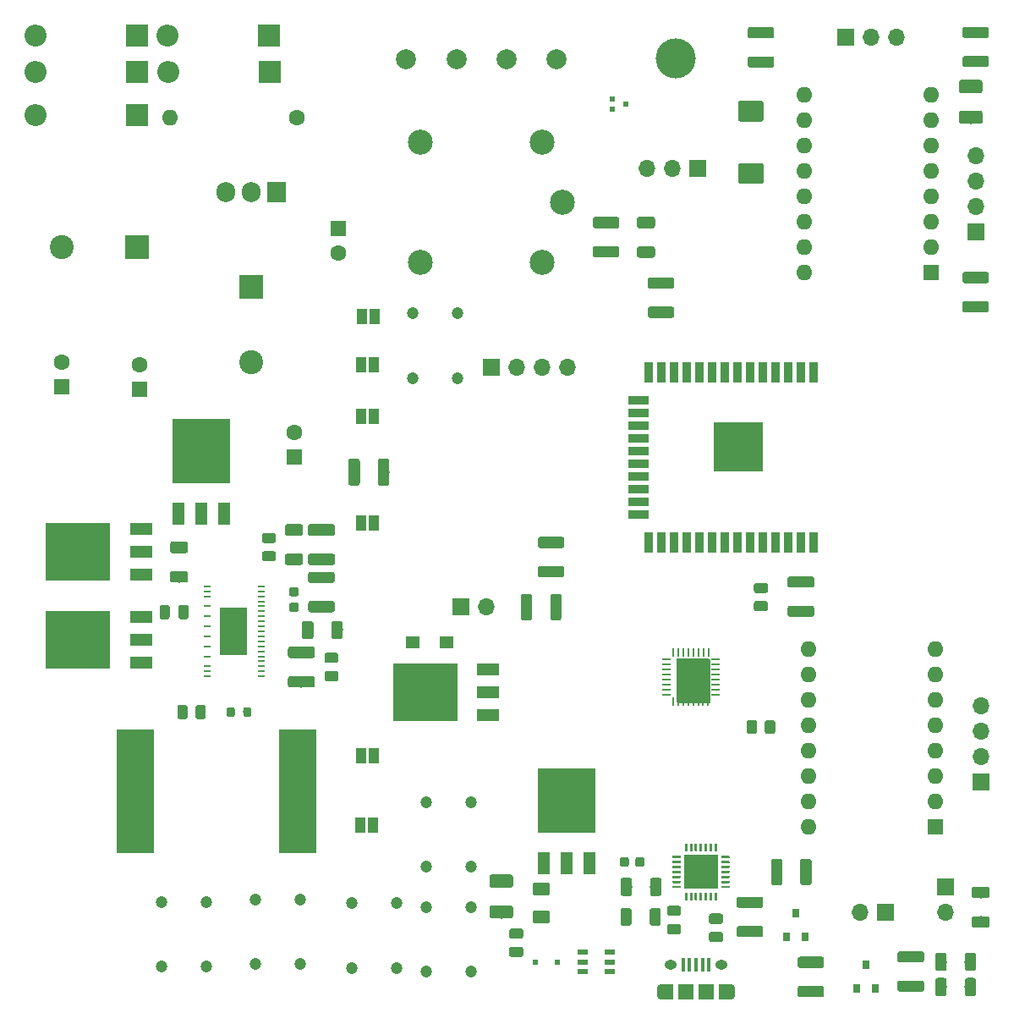
<source format=gbr>
%TF.GenerationSoftware,KiCad,Pcbnew,(5.1.2)-1*%
%TF.CreationDate,2022-02-23T12:59:25-06:00*%
%TF.ProjectId,final project circ 1,66696e61-6c20-4707-926f-6a6563742063,rev?*%
%TF.SameCoordinates,Original*%
%TF.FileFunction,Soldermask,Top*%
%TF.FilePolarity,Negative*%
%FSLAX46Y46*%
G04 Gerber Fmt 4.6, Leading zero omitted, Abs format (unit mm)*
G04 Created by KiCad (PCBNEW (5.1.2)-1) date 2022-02-23 12:59:25*
%MOMM*%
%LPD*%
G04 APERTURE LIST*
%ADD10C,0.100000*%
%ADD11R,1.000000X1.500000*%
%ADD12C,4.000500*%
%ADD13R,0.600000X0.500000*%
%ADD14C,1.600000*%
%ADD15R,1.600000X1.600000*%
%ADD16C,1.200000*%
%ADD17C,2.000000*%
%ADD18R,0.254000X0.812800*%
%ADD19R,0.177800X0.812800*%
%ADD20R,0.812800X0.254000*%
%ADD21R,3.200000X4.394200*%
%ADD22R,0.800000X0.900000*%
%ADD23C,2.400000*%
%ADD24R,2.400000X2.400000*%
%ADD25C,1.125000*%
%ADD26C,1.150000*%
%ADD27C,2.500000*%
%ADD28C,1.000000*%
%ADD29C,0.900000*%
%ADD30R,6.400000X5.800000*%
%ADD31R,2.200000X1.200000*%
%ADD32C,0.800000*%
%ADD33R,1.200000X2.200000*%
%ADD34R,5.800000X6.400000*%
%ADD35R,3.850000X12.350000*%
%ADD36C,1.025000*%
%ADD37R,2.740000X4.750000*%
%ADD38R,0.750000X0.250000*%
%ADD39O,1.600000X1.600000*%
%ADD40C,2.075000*%
%ADD41O,2.200000X2.200000*%
%ADD42R,2.200000X2.200000*%
%ADD43R,0.500000X0.500000*%
%ADD44C,1.250000*%
%ADD45R,1.470000X1.270000*%
%ADD46R,0.400000X1.350000*%
%ADD47O,1.250000X0.950000*%
%ADD48R,1.500000X1.550000*%
%ADD49R,1.200000X1.550000*%
%ADD50O,0.890000X1.550000*%
%ADD51R,1.700000X1.700000*%
%ADD52O,1.700000X1.700000*%
%ADD53R,1.905000X2.000000*%
%ADD54O,1.905000X2.000000*%
%ADD55C,0.250000*%
%ADD56R,3.350000X3.350000*%
%ADD57R,0.977900X0.558800*%
%ADD58R,5.000000X5.000000*%
%ADD59R,0.900000X2.000000*%
%ADD60R,2.000000X0.900000*%
%ADD61C,1.325000*%
G04 APERTURE END LIST*
D10*
%TO.C,U8*%
G36*
X161515700Y-117283900D02*
G01*
X164716100Y-117283900D01*
X164716100Y-121678100D01*
X161515700Y-121678100D01*
X161515700Y-117283900D01*
G37*
X161515700Y-117283900D02*
X164716100Y-117283900D01*
X164716100Y-121678100D01*
X161515700Y-121678100D01*
X161515700Y-117283900D01*
%TD*%
D11*
%TO.C,OJ6*%
X129750000Y-133900000D03*
X131050000Y-133900000D03*
%TD*%
%TO.C,OJ5*%
X129850000Y-127000000D03*
X131150000Y-127000000D03*
%TD*%
%TO.C,OJ4*%
X129850000Y-103700000D03*
X131150000Y-103700000D03*
%TD*%
%TO.C,OJ1*%
X129950000Y-83000000D03*
X131250000Y-83000000D03*
%TD*%
%TO.C,OJ2*%
X129850000Y-87900000D03*
X131150000Y-87900000D03*
%TD*%
%TO.C,OJ3*%
X129850000Y-93000000D03*
X131150000Y-93000000D03*
%TD*%
D12*
%TO.C,G1*%
X161400000Y-57200000D03*
%TD*%
D13*
%TO.C,Q7*%
X156350000Y-61800000D03*
X155050000Y-62300000D03*
X155050000Y-61300000D03*
%TD*%
D14*
%TO.C,C13*%
X127600000Y-76700000D03*
D15*
X127600000Y-74200000D03*
%TD*%
D16*
%TO.C,J11*%
X139500000Y-82700000D03*
X135000000Y-82700000D03*
X139500000Y-89200000D03*
X135000000Y-89200000D03*
%TD*%
D17*
%TO.C,B1*%
X149400000Y-57300000D03*
X144400000Y-57300000D03*
X139400000Y-57300000D03*
X134400000Y-57300000D03*
%TD*%
D18*
%TO.C,U8*%
X161150001Y-121576500D03*
D19*
X161604610Y-121576500D03*
D18*
X162115899Y-121576500D03*
X162615901Y-121576500D03*
X163115900Y-121576500D03*
X163615902Y-121576500D03*
X164115901Y-121576500D03*
D19*
X164627190Y-121576500D03*
D20*
X165376500Y-120849999D03*
X165376500Y-120350000D03*
X165376500Y-119850001D03*
X165376500Y-119350000D03*
X165376500Y-118850000D03*
X165376500Y-118349999D03*
X165376500Y-117850000D03*
X165376500Y-117350001D03*
D18*
X164649999Y-116623500D03*
X164150000Y-116623500D03*
X163650001Y-116623500D03*
X163150000Y-116623500D03*
X162650000Y-116623500D03*
X162149999Y-116623500D03*
X161650000Y-116623500D03*
X161150001Y-116623500D03*
D20*
X160423500Y-117350001D03*
X160423500Y-117850000D03*
X160423500Y-118349999D03*
X160423500Y-118850000D03*
X160423500Y-119350000D03*
X160423500Y-119850001D03*
X160423500Y-120350000D03*
X160423500Y-120849999D03*
D21*
X163100000Y-119450000D03*
%TD*%
D22*
%TO.C,Q4*%
X173369601Y-142686001D03*
X174319601Y-145086001D03*
X172419601Y-145086001D03*
%TD*%
%TO.C,Q5*%
X180400000Y-147900000D03*
X181350000Y-150300000D03*
X179450000Y-150300000D03*
%TD*%
D23*
%TO.C,C12*%
X118900000Y-87600000D03*
D24*
X118900000Y-80100000D03*
%TD*%
D10*
%TO.C,R10*%
G36*
X159662005Y-142226204D02*
G01*
X159686273Y-142229804D01*
X159710072Y-142235765D01*
X159733171Y-142244030D01*
X159755350Y-142254520D01*
X159776393Y-142267132D01*
X159796099Y-142281747D01*
X159814277Y-142298223D01*
X159830753Y-142316401D01*
X159845368Y-142336107D01*
X159857980Y-142357150D01*
X159868470Y-142379329D01*
X159876735Y-142402428D01*
X159882696Y-142426227D01*
X159886296Y-142450495D01*
X159887500Y-142474999D01*
X159887500Y-143725001D01*
X159886296Y-143749505D01*
X159882696Y-143773773D01*
X159876735Y-143797572D01*
X159868470Y-143820671D01*
X159857980Y-143842850D01*
X159845368Y-143863893D01*
X159830753Y-143883599D01*
X159814277Y-143901777D01*
X159796099Y-143918253D01*
X159776393Y-143932868D01*
X159755350Y-143945480D01*
X159733171Y-143955970D01*
X159710072Y-143964235D01*
X159686273Y-143970196D01*
X159662005Y-143973796D01*
X159637501Y-143975000D01*
X159012499Y-143975000D01*
X158987995Y-143973796D01*
X158963727Y-143970196D01*
X158939928Y-143964235D01*
X158916829Y-143955970D01*
X158894650Y-143945480D01*
X158873607Y-143932868D01*
X158853901Y-143918253D01*
X158835723Y-143901777D01*
X158819247Y-143883599D01*
X158804632Y-143863893D01*
X158792020Y-143842850D01*
X158781530Y-143820671D01*
X158773265Y-143797572D01*
X158767304Y-143773773D01*
X158763704Y-143749505D01*
X158762500Y-143725001D01*
X158762500Y-142474999D01*
X158763704Y-142450495D01*
X158767304Y-142426227D01*
X158773265Y-142402428D01*
X158781530Y-142379329D01*
X158792020Y-142357150D01*
X158804632Y-142336107D01*
X158819247Y-142316401D01*
X158835723Y-142298223D01*
X158853901Y-142281747D01*
X158873607Y-142267132D01*
X158894650Y-142254520D01*
X158916829Y-142244030D01*
X158939928Y-142235765D01*
X158963727Y-142229804D01*
X158987995Y-142226204D01*
X159012499Y-142225000D01*
X159637501Y-142225000D01*
X159662005Y-142226204D01*
X159662005Y-142226204D01*
G37*
D25*
X159325000Y-143100000D03*
D10*
G36*
X156737005Y-142226204D02*
G01*
X156761273Y-142229804D01*
X156785072Y-142235765D01*
X156808171Y-142244030D01*
X156830350Y-142254520D01*
X156851393Y-142267132D01*
X156871099Y-142281747D01*
X156889277Y-142298223D01*
X156905753Y-142316401D01*
X156920368Y-142336107D01*
X156932980Y-142357150D01*
X156943470Y-142379329D01*
X156951735Y-142402428D01*
X156957696Y-142426227D01*
X156961296Y-142450495D01*
X156962500Y-142474999D01*
X156962500Y-143725001D01*
X156961296Y-143749505D01*
X156957696Y-143773773D01*
X156951735Y-143797572D01*
X156943470Y-143820671D01*
X156932980Y-143842850D01*
X156920368Y-143863893D01*
X156905753Y-143883599D01*
X156889277Y-143901777D01*
X156871099Y-143918253D01*
X156851393Y-143932868D01*
X156830350Y-143945480D01*
X156808171Y-143955970D01*
X156785072Y-143964235D01*
X156761273Y-143970196D01*
X156737005Y-143973796D01*
X156712501Y-143975000D01*
X156087499Y-143975000D01*
X156062995Y-143973796D01*
X156038727Y-143970196D01*
X156014928Y-143964235D01*
X155991829Y-143955970D01*
X155969650Y-143945480D01*
X155948607Y-143932868D01*
X155928901Y-143918253D01*
X155910723Y-143901777D01*
X155894247Y-143883599D01*
X155879632Y-143863893D01*
X155867020Y-143842850D01*
X155856530Y-143820671D01*
X155848265Y-143797572D01*
X155842304Y-143773773D01*
X155838704Y-143749505D01*
X155837500Y-143725001D01*
X155837500Y-142474999D01*
X155838704Y-142450495D01*
X155842304Y-142426227D01*
X155848265Y-142402428D01*
X155856530Y-142379329D01*
X155867020Y-142357150D01*
X155879632Y-142336107D01*
X155894247Y-142316401D01*
X155910723Y-142298223D01*
X155928901Y-142281747D01*
X155948607Y-142267132D01*
X155969650Y-142254520D01*
X155991829Y-142244030D01*
X156014928Y-142235765D01*
X156038727Y-142229804D01*
X156062995Y-142226204D01*
X156087499Y-142225000D01*
X156712501Y-142225000D01*
X156737005Y-142226204D01*
X156737005Y-142226204D01*
G37*
D25*
X156400000Y-143100000D03*
%TD*%
D10*
%TO.C,C24*%
G36*
X132474910Y-97251202D02*
G01*
X132499135Y-97254795D01*
X132522891Y-97260746D01*
X132545949Y-97268996D01*
X132568087Y-97279467D01*
X132589093Y-97292057D01*
X132608763Y-97306645D01*
X132626908Y-97323092D01*
X132643355Y-97341237D01*
X132657943Y-97360907D01*
X132670533Y-97381913D01*
X132681004Y-97404051D01*
X132689254Y-97427109D01*
X132695205Y-97450865D01*
X132698798Y-97475090D01*
X132700000Y-97499550D01*
X132700000Y-99700450D01*
X132698798Y-99724910D01*
X132695205Y-99749135D01*
X132689254Y-99772891D01*
X132681004Y-99795949D01*
X132670533Y-99818087D01*
X132657943Y-99839093D01*
X132643355Y-99858763D01*
X132626908Y-99876908D01*
X132608763Y-99893355D01*
X132589093Y-99907943D01*
X132568087Y-99920533D01*
X132545949Y-99931004D01*
X132522891Y-99939254D01*
X132499135Y-99945205D01*
X132474910Y-99948798D01*
X132450450Y-99950000D01*
X131799550Y-99950000D01*
X131775090Y-99948798D01*
X131750865Y-99945205D01*
X131727109Y-99939254D01*
X131704051Y-99931004D01*
X131681913Y-99920533D01*
X131660907Y-99907943D01*
X131641237Y-99893355D01*
X131623092Y-99876908D01*
X131606645Y-99858763D01*
X131592057Y-99839093D01*
X131579467Y-99818087D01*
X131568996Y-99795949D01*
X131560746Y-99772891D01*
X131554795Y-99749135D01*
X131551202Y-99724910D01*
X131550000Y-99700450D01*
X131550000Y-97499550D01*
X131551202Y-97475090D01*
X131554795Y-97450865D01*
X131560746Y-97427109D01*
X131568996Y-97404051D01*
X131579467Y-97381913D01*
X131592057Y-97360907D01*
X131606645Y-97341237D01*
X131623092Y-97323092D01*
X131641237Y-97306645D01*
X131660907Y-97292057D01*
X131681913Y-97279467D01*
X131704051Y-97268996D01*
X131727109Y-97260746D01*
X131750865Y-97254795D01*
X131775090Y-97251202D01*
X131799550Y-97250000D01*
X132450450Y-97250000D01*
X132474910Y-97251202D01*
X132474910Y-97251202D01*
G37*
D26*
X132125000Y-98600000D03*
D10*
G36*
X129524910Y-97251202D02*
G01*
X129549135Y-97254795D01*
X129572891Y-97260746D01*
X129595949Y-97268996D01*
X129618087Y-97279467D01*
X129639093Y-97292057D01*
X129658763Y-97306645D01*
X129676908Y-97323092D01*
X129693355Y-97341237D01*
X129707943Y-97360907D01*
X129720533Y-97381913D01*
X129731004Y-97404051D01*
X129739254Y-97427109D01*
X129745205Y-97450865D01*
X129748798Y-97475090D01*
X129750000Y-97499550D01*
X129750000Y-99700450D01*
X129748798Y-99724910D01*
X129745205Y-99749135D01*
X129739254Y-99772891D01*
X129731004Y-99795949D01*
X129720533Y-99818087D01*
X129707943Y-99839093D01*
X129693355Y-99858763D01*
X129676908Y-99876908D01*
X129658763Y-99893355D01*
X129639093Y-99907943D01*
X129618087Y-99920533D01*
X129595949Y-99931004D01*
X129572891Y-99939254D01*
X129549135Y-99945205D01*
X129524910Y-99948798D01*
X129500450Y-99950000D01*
X128849550Y-99950000D01*
X128825090Y-99948798D01*
X128800865Y-99945205D01*
X128777109Y-99939254D01*
X128754051Y-99931004D01*
X128731913Y-99920533D01*
X128710907Y-99907943D01*
X128691237Y-99893355D01*
X128673092Y-99876908D01*
X128656645Y-99858763D01*
X128642057Y-99839093D01*
X128629467Y-99818087D01*
X128618996Y-99795949D01*
X128610746Y-99772891D01*
X128604795Y-99749135D01*
X128601202Y-99724910D01*
X128600000Y-99700450D01*
X128600000Y-97499550D01*
X128601202Y-97475090D01*
X128604795Y-97450865D01*
X128610746Y-97427109D01*
X128618996Y-97404051D01*
X128629467Y-97381913D01*
X128642057Y-97360907D01*
X128656645Y-97341237D01*
X128673092Y-97323092D01*
X128691237Y-97306645D01*
X128710907Y-97292057D01*
X128731913Y-97279467D01*
X128754051Y-97268996D01*
X128777109Y-97260746D01*
X128800865Y-97254795D01*
X128825090Y-97251202D01*
X128849550Y-97250000D01*
X129500450Y-97250000D01*
X129524910Y-97251202D01*
X129524910Y-97251202D01*
G37*
D26*
X129175000Y-98600000D03*
%TD*%
D27*
%TO.C,U7*%
X150000000Y-71600000D03*
X148000000Y-77600000D03*
X148000000Y-65600000D03*
X135800000Y-65600000D03*
X135800000Y-77600000D03*
%TD*%
D10*
%TO.C,C6*%
G36*
X112324505Y-108501204D02*
G01*
X112348773Y-108504804D01*
X112372572Y-108510765D01*
X112395671Y-108519030D01*
X112417850Y-108529520D01*
X112438893Y-108542132D01*
X112458599Y-108556747D01*
X112476777Y-108573223D01*
X112493253Y-108591401D01*
X112507868Y-108611107D01*
X112520480Y-108632150D01*
X112530970Y-108654329D01*
X112539235Y-108677428D01*
X112545196Y-108701227D01*
X112548796Y-108725495D01*
X112550000Y-108749999D01*
X112550000Y-109400001D01*
X112548796Y-109424505D01*
X112545196Y-109448773D01*
X112539235Y-109472572D01*
X112530970Y-109495671D01*
X112520480Y-109517850D01*
X112507868Y-109538893D01*
X112493253Y-109558599D01*
X112476777Y-109576777D01*
X112458599Y-109593253D01*
X112438893Y-109607868D01*
X112417850Y-109620480D01*
X112395671Y-109630970D01*
X112372572Y-109639235D01*
X112348773Y-109645196D01*
X112324505Y-109648796D01*
X112300001Y-109650000D01*
X110999999Y-109650000D01*
X110975495Y-109648796D01*
X110951227Y-109645196D01*
X110927428Y-109639235D01*
X110904329Y-109630970D01*
X110882150Y-109620480D01*
X110861107Y-109607868D01*
X110841401Y-109593253D01*
X110823223Y-109576777D01*
X110806747Y-109558599D01*
X110792132Y-109538893D01*
X110779520Y-109517850D01*
X110769030Y-109495671D01*
X110760765Y-109472572D01*
X110754804Y-109448773D01*
X110751204Y-109424505D01*
X110750000Y-109400001D01*
X110750000Y-108749999D01*
X110751204Y-108725495D01*
X110754804Y-108701227D01*
X110760765Y-108677428D01*
X110769030Y-108654329D01*
X110779520Y-108632150D01*
X110792132Y-108611107D01*
X110806747Y-108591401D01*
X110823223Y-108573223D01*
X110841401Y-108556747D01*
X110861107Y-108542132D01*
X110882150Y-108529520D01*
X110904329Y-108519030D01*
X110927428Y-108510765D01*
X110951227Y-108504804D01*
X110975495Y-108501204D01*
X110999999Y-108500000D01*
X112300001Y-108500000D01*
X112324505Y-108501204D01*
X112324505Y-108501204D01*
G37*
D26*
X111650000Y-109075000D03*
D10*
G36*
X112324505Y-105551204D02*
G01*
X112348773Y-105554804D01*
X112372572Y-105560765D01*
X112395671Y-105569030D01*
X112417850Y-105579520D01*
X112438893Y-105592132D01*
X112458599Y-105606747D01*
X112476777Y-105623223D01*
X112493253Y-105641401D01*
X112507868Y-105661107D01*
X112520480Y-105682150D01*
X112530970Y-105704329D01*
X112539235Y-105727428D01*
X112545196Y-105751227D01*
X112548796Y-105775495D01*
X112550000Y-105799999D01*
X112550000Y-106450001D01*
X112548796Y-106474505D01*
X112545196Y-106498773D01*
X112539235Y-106522572D01*
X112530970Y-106545671D01*
X112520480Y-106567850D01*
X112507868Y-106588893D01*
X112493253Y-106608599D01*
X112476777Y-106626777D01*
X112458599Y-106643253D01*
X112438893Y-106657868D01*
X112417850Y-106670480D01*
X112395671Y-106680970D01*
X112372572Y-106689235D01*
X112348773Y-106695196D01*
X112324505Y-106698796D01*
X112300001Y-106700000D01*
X110999999Y-106700000D01*
X110975495Y-106698796D01*
X110951227Y-106695196D01*
X110927428Y-106689235D01*
X110904329Y-106680970D01*
X110882150Y-106670480D01*
X110861107Y-106657868D01*
X110841401Y-106643253D01*
X110823223Y-106626777D01*
X110806747Y-106608599D01*
X110792132Y-106588893D01*
X110779520Y-106567850D01*
X110769030Y-106545671D01*
X110760765Y-106522572D01*
X110754804Y-106498773D01*
X110751204Y-106474505D01*
X110750000Y-106450001D01*
X110750000Y-105799999D01*
X110751204Y-105775495D01*
X110754804Y-105751227D01*
X110760765Y-105727428D01*
X110769030Y-105704329D01*
X110779520Y-105682150D01*
X110792132Y-105661107D01*
X110806747Y-105641401D01*
X110823223Y-105623223D01*
X110841401Y-105606747D01*
X110861107Y-105592132D01*
X110882150Y-105579520D01*
X110904329Y-105569030D01*
X110927428Y-105560765D01*
X110951227Y-105554804D01*
X110975495Y-105551204D01*
X110999999Y-105550000D01*
X112300001Y-105550000D01*
X112324505Y-105551204D01*
X112324505Y-105551204D01*
G37*
D26*
X111650000Y-106125000D03*
%TD*%
D10*
%TO.C,C3*%
G36*
X123824505Y-106751204D02*
G01*
X123848773Y-106754804D01*
X123872572Y-106760765D01*
X123895671Y-106769030D01*
X123917850Y-106779520D01*
X123938893Y-106792132D01*
X123958599Y-106806747D01*
X123976777Y-106823223D01*
X123993253Y-106841401D01*
X124007868Y-106861107D01*
X124020480Y-106882150D01*
X124030970Y-106904329D01*
X124039235Y-106927428D01*
X124045196Y-106951227D01*
X124048796Y-106975495D01*
X124050000Y-106999999D01*
X124050000Y-107650001D01*
X124048796Y-107674505D01*
X124045196Y-107698773D01*
X124039235Y-107722572D01*
X124030970Y-107745671D01*
X124020480Y-107767850D01*
X124007868Y-107788893D01*
X123993253Y-107808599D01*
X123976777Y-107826777D01*
X123958599Y-107843253D01*
X123938893Y-107857868D01*
X123917850Y-107870480D01*
X123895671Y-107880970D01*
X123872572Y-107889235D01*
X123848773Y-107895196D01*
X123824505Y-107898796D01*
X123800001Y-107900000D01*
X122499999Y-107900000D01*
X122475495Y-107898796D01*
X122451227Y-107895196D01*
X122427428Y-107889235D01*
X122404329Y-107880970D01*
X122382150Y-107870480D01*
X122361107Y-107857868D01*
X122341401Y-107843253D01*
X122323223Y-107826777D01*
X122306747Y-107808599D01*
X122292132Y-107788893D01*
X122279520Y-107767850D01*
X122269030Y-107745671D01*
X122260765Y-107722572D01*
X122254804Y-107698773D01*
X122251204Y-107674505D01*
X122250000Y-107650001D01*
X122250000Y-106999999D01*
X122251204Y-106975495D01*
X122254804Y-106951227D01*
X122260765Y-106927428D01*
X122269030Y-106904329D01*
X122279520Y-106882150D01*
X122292132Y-106861107D01*
X122306747Y-106841401D01*
X122323223Y-106823223D01*
X122341401Y-106806747D01*
X122361107Y-106792132D01*
X122382150Y-106779520D01*
X122404329Y-106769030D01*
X122427428Y-106760765D01*
X122451227Y-106754804D01*
X122475495Y-106751204D01*
X122499999Y-106750000D01*
X123800001Y-106750000D01*
X123824505Y-106751204D01*
X123824505Y-106751204D01*
G37*
D26*
X123150000Y-107325000D03*
D10*
G36*
X123824505Y-103801204D02*
G01*
X123848773Y-103804804D01*
X123872572Y-103810765D01*
X123895671Y-103819030D01*
X123917850Y-103829520D01*
X123938893Y-103842132D01*
X123958599Y-103856747D01*
X123976777Y-103873223D01*
X123993253Y-103891401D01*
X124007868Y-103911107D01*
X124020480Y-103932150D01*
X124030970Y-103954329D01*
X124039235Y-103977428D01*
X124045196Y-104001227D01*
X124048796Y-104025495D01*
X124050000Y-104049999D01*
X124050000Y-104700001D01*
X124048796Y-104724505D01*
X124045196Y-104748773D01*
X124039235Y-104772572D01*
X124030970Y-104795671D01*
X124020480Y-104817850D01*
X124007868Y-104838893D01*
X123993253Y-104858599D01*
X123976777Y-104876777D01*
X123958599Y-104893253D01*
X123938893Y-104907868D01*
X123917850Y-104920480D01*
X123895671Y-104930970D01*
X123872572Y-104939235D01*
X123848773Y-104945196D01*
X123824505Y-104948796D01*
X123800001Y-104950000D01*
X122499999Y-104950000D01*
X122475495Y-104948796D01*
X122451227Y-104945196D01*
X122427428Y-104939235D01*
X122404329Y-104930970D01*
X122382150Y-104920480D01*
X122361107Y-104907868D01*
X122341401Y-104893253D01*
X122323223Y-104876777D01*
X122306747Y-104858599D01*
X122292132Y-104838893D01*
X122279520Y-104817850D01*
X122269030Y-104795671D01*
X122260765Y-104772572D01*
X122254804Y-104748773D01*
X122251204Y-104724505D01*
X122250000Y-104700001D01*
X122250000Y-104049999D01*
X122251204Y-104025495D01*
X122254804Y-104001227D01*
X122260765Y-103977428D01*
X122269030Y-103954329D01*
X122279520Y-103932150D01*
X122292132Y-103911107D01*
X122306747Y-103891401D01*
X122323223Y-103873223D01*
X122341401Y-103856747D01*
X122361107Y-103842132D01*
X122382150Y-103829520D01*
X122404329Y-103819030D01*
X122427428Y-103810765D01*
X122451227Y-103804804D01*
X122475495Y-103801204D01*
X122499999Y-103800000D01*
X123800001Y-103800000D01*
X123824505Y-103801204D01*
X123824505Y-103801204D01*
G37*
D26*
X123150000Y-104375000D03*
%TD*%
D10*
%TO.C,C5*%
G36*
X125024505Y-116051204D02*
G01*
X125048773Y-116054804D01*
X125072572Y-116060765D01*
X125095671Y-116069030D01*
X125117850Y-116079520D01*
X125138893Y-116092132D01*
X125158599Y-116106747D01*
X125176777Y-116123223D01*
X125193253Y-116141401D01*
X125207868Y-116161107D01*
X125220480Y-116182150D01*
X125230970Y-116204329D01*
X125239235Y-116227428D01*
X125245196Y-116251227D01*
X125248796Y-116275495D01*
X125250000Y-116299999D01*
X125250000Y-116950001D01*
X125248796Y-116974505D01*
X125245196Y-116998773D01*
X125239235Y-117022572D01*
X125230970Y-117045671D01*
X125220480Y-117067850D01*
X125207868Y-117088893D01*
X125193253Y-117108599D01*
X125176777Y-117126777D01*
X125158599Y-117143253D01*
X125138893Y-117157868D01*
X125117850Y-117170480D01*
X125095671Y-117180970D01*
X125072572Y-117189235D01*
X125048773Y-117195196D01*
X125024505Y-117198796D01*
X125000001Y-117200000D01*
X122799999Y-117200000D01*
X122775495Y-117198796D01*
X122751227Y-117195196D01*
X122727428Y-117189235D01*
X122704329Y-117180970D01*
X122682150Y-117170480D01*
X122661107Y-117157868D01*
X122641401Y-117143253D01*
X122623223Y-117126777D01*
X122606747Y-117108599D01*
X122592132Y-117088893D01*
X122579520Y-117067850D01*
X122569030Y-117045671D01*
X122560765Y-117022572D01*
X122554804Y-116998773D01*
X122551204Y-116974505D01*
X122550000Y-116950001D01*
X122550000Y-116299999D01*
X122551204Y-116275495D01*
X122554804Y-116251227D01*
X122560765Y-116227428D01*
X122569030Y-116204329D01*
X122579520Y-116182150D01*
X122592132Y-116161107D01*
X122606747Y-116141401D01*
X122623223Y-116123223D01*
X122641401Y-116106747D01*
X122661107Y-116092132D01*
X122682150Y-116079520D01*
X122704329Y-116069030D01*
X122727428Y-116060765D01*
X122751227Y-116054804D01*
X122775495Y-116051204D01*
X122799999Y-116050000D01*
X125000001Y-116050000D01*
X125024505Y-116051204D01*
X125024505Y-116051204D01*
G37*
D26*
X123900000Y-116625000D03*
D10*
G36*
X125024505Y-119001204D02*
G01*
X125048773Y-119004804D01*
X125072572Y-119010765D01*
X125095671Y-119019030D01*
X125117850Y-119029520D01*
X125138893Y-119042132D01*
X125158599Y-119056747D01*
X125176777Y-119073223D01*
X125193253Y-119091401D01*
X125207868Y-119111107D01*
X125220480Y-119132150D01*
X125230970Y-119154329D01*
X125239235Y-119177428D01*
X125245196Y-119201227D01*
X125248796Y-119225495D01*
X125250000Y-119249999D01*
X125250000Y-119900001D01*
X125248796Y-119924505D01*
X125245196Y-119948773D01*
X125239235Y-119972572D01*
X125230970Y-119995671D01*
X125220480Y-120017850D01*
X125207868Y-120038893D01*
X125193253Y-120058599D01*
X125176777Y-120076777D01*
X125158599Y-120093253D01*
X125138893Y-120107868D01*
X125117850Y-120120480D01*
X125095671Y-120130970D01*
X125072572Y-120139235D01*
X125048773Y-120145196D01*
X125024505Y-120148796D01*
X125000001Y-120150000D01*
X122799999Y-120150000D01*
X122775495Y-120148796D01*
X122751227Y-120145196D01*
X122727428Y-120139235D01*
X122704329Y-120130970D01*
X122682150Y-120120480D01*
X122661107Y-120107868D01*
X122641401Y-120093253D01*
X122623223Y-120076777D01*
X122606747Y-120058599D01*
X122592132Y-120038893D01*
X122579520Y-120017850D01*
X122569030Y-119995671D01*
X122560765Y-119972572D01*
X122554804Y-119948773D01*
X122551204Y-119924505D01*
X122550000Y-119900001D01*
X122550000Y-119249999D01*
X122551204Y-119225495D01*
X122554804Y-119201227D01*
X122560765Y-119177428D01*
X122569030Y-119154329D01*
X122579520Y-119132150D01*
X122592132Y-119111107D01*
X122606747Y-119091401D01*
X122623223Y-119073223D01*
X122641401Y-119056747D01*
X122661107Y-119042132D01*
X122682150Y-119029520D01*
X122704329Y-119019030D01*
X122727428Y-119010765D01*
X122751227Y-119004804D01*
X122775495Y-119001204D01*
X122799999Y-119000000D01*
X125000001Y-119000000D01*
X125024505Y-119001204D01*
X125024505Y-119001204D01*
G37*
D26*
X123900000Y-119575000D03*
%TD*%
D10*
%TO.C,C7*%
G36*
X110474504Y-111876204D02*
G01*
X110498773Y-111879804D01*
X110522571Y-111885765D01*
X110545671Y-111894030D01*
X110567849Y-111904520D01*
X110588893Y-111917133D01*
X110608598Y-111931747D01*
X110626777Y-111948223D01*
X110643253Y-111966402D01*
X110657867Y-111986107D01*
X110670480Y-112007151D01*
X110680970Y-112029329D01*
X110689235Y-112052429D01*
X110695196Y-112076227D01*
X110698796Y-112100496D01*
X110700000Y-112125000D01*
X110700000Y-113075000D01*
X110698796Y-113099504D01*
X110695196Y-113123773D01*
X110689235Y-113147571D01*
X110680970Y-113170671D01*
X110670480Y-113192849D01*
X110657867Y-113213893D01*
X110643253Y-113233598D01*
X110626777Y-113251777D01*
X110608598Y-113268253D01*
X110588893Y-113282867D01*
X110567849Y-113295480D01*
X110545671Y-113305970D01*
X110522571Y-113314235D01*
X110498773Y-113320196D01*
X110474504Y-113323796D01*
X110450000Y-113325000D01*
X109950000Y-113325000D01*
X109925496Y-113323796D01*
X109901227Y-113320196D01*
X109877429Y-113314235D01*
X109854329Y-113305970D01*
X109832151Y-113295480D01*
X109811107Y-113282867D01*
X109791402Y-113268253D01*
X109773223Y-113251777D01*
X109756747Y-113233598D01*
X109742133Y-113213893D01*
X109729520Y-113192849D01*
X109719030Y-113170671D01*
X109710765Y-113147571D01*
X109704804Y-113123773D01*
X109701204Y-113099504D01*
X109700000Y-113075000D01*
X109700000Y-112125000D01*
X109701204Y-112100496D01*
X109704804Y-112076227D01*
X109710765Y-112052429D01*
X109719030Y-112029329D01*
X109729520Y-112007151D01*
X109742133Y-111986107D01*
X109756747Y-111966402D01*
X109773223Y-111948223D01*
X109791402Y-111931747D01*
X109811107Y-111917133D01*
X109832151Y-111904520D01*
X109854329Y-111894030D01*
X109877429Y-111885765D01*
X109901227Y-111879804D01*
X109925496Y-111876204D01*
X109950000Y-111875000D01*
X110450000Y-111875000D01*
X110474504Y-111876204D01*
X110474504Y-111876204D01*
G37*
D28*
X110200000Y-112600000D03*
D10*
G36*
X112374504Y-111876204D02*
G01*
X112398773Y-111879804D01*
X112422571Y-111885765D01*
X112445671Y-111894030D01*
X112467849Y-111904520D01*
X112488893Y-111917133D01*
X112508598Y-111931747D01*
X112526777Y-111948223D01*
X112543253Y-111966402D01*
X112557867Y-111986107D01*
X112570480Y-112007151D01*
X112580970Y-112029329D01*
X112589235Y-112052429D01*
X112595196Y-112076227D01*
X112598796Y-112100496D01*
X112600000Y-112125000D01*
X112600000Y-113075000D01*
X112598796Y-113099504D01*
X112595196Y-113123773D01*
X112589235Y-113147571D01*
X112580970Y-113170671D01*
X112570480Y-113192849D01*
X112557867Y-113213893D01*
X112543253Y-113233598D01*
X112526777Y-113251777D01*
X112508598Y-113268253D01*
X112488893Y-113282867D01*
X112467849Y-113295480D01*
X112445671Y-113305970D01*
X112422571Y-113314235D01*
X112398773Y-113320196D01*
X112374504Y-113323796D01*
X112350000Y-113325000D01*
X111850000Y-113325000D01*
X111825496Y-113323796D01*
X111801227Y-113320196D01*
X111777429Y-113314235D01*
X111754329Y-113305970D01*
X111732151Y-113295480D01*
X111711107Y-113282867D01*
X111691402Y-113268253D01*
X111673223Y-113251777D01*
X111656747Y-113233598D01*
X111642133Y-113213893D01*
X111629520Y-113192849D01*
X111619030Y-113170671D01*
X111610765Y-113147571D01*
X111604804Y-113123773D01*
X111601204Y-113099504D01*
X111600000Y-113075000D01*
X111600000Y-112125000D01*
X111601204Y-112100496D01*
X111604804Y-112076227D01*
X111610765Y-112052429D01*
X111619030Y-112029329D01*
X111629520Y-112007151D01*
X111642133Y-111986107D01*
X111656747Y-111966402D01*
X111673223Y-111948223D01*
X111691402Y-111931747D01*
X111711107Y-111917133D01*
X111732151Y-111904520D01*
X111754329Y-111894030D01*
X111777429Y-111885765D01*
X111801227Y-111879804D01*
X111825496Y-111876204D01*
X111850000Y-111875000D01*
X112350000Y-111875000D01*
X112374504Y-111876204D01*
X112374504Y-111876204D01*
G37*
D28*
X112100000Y-112600000D03*
%TD*%
D10*
%TO.C,C1*%
G36*
X127024505Y-103801204D02*
G01*
X127048773Y-103804804D01*
X127072572Y-103810765D01*
X127095671Y-103819030D01*
X127117850Y-103829520D01*
X127138893Y-103842132D01*
X127158599Y-103856747D01*
X127176777Y-103873223D01*
X127193253Y-103891401D01*
X127207868Y-103911107D01*
X127220480Y-103932150D01*
X127230970Y-103954329D01*
X127239235Y-103977428D01*
X127245196Y-104001227D01*
X127248796Y-104025495D01*
X127250000Y-104049999D01*
X127250000Y-104700001D01*
X127248796Y-104724505D01*
X127245196Y-104748773D01*
X127239235Y-104772572D01*
X127230970Y-104795671D01*
X127220480Y-104817850D01*
X127207868Y-104838893D01*
X127193253Y-104858599D01*
X127176777Y-104876777D01*
X127158599Y-104893253D01*
X127138893Y-104907868D01*
X127117850Y-104920480D01*
X127095671Y-104930970D01*
X127072572Y-104939235D01*
X127048773Y-104945196D01*
X127024505Y-104948796D01*
X127000001Y-104950000D01*
X124799999Y-104950000D01*
X124775495Y-104948796D01*
X124751227Y-104945196D01*
X124727428Y-104939235D01*
X124704329Y-104930970D01*
X124682150Y-104920480D01*
X124661107Y-104907868D01*
X124641401Y-104893253D01*
X124623223Y-104876777D01*
X124606747Y-104858599D01*
X124592132Y-104838893D01*
X124579520Y-104817850D01*
X124569030Y-104795671D01*
X124560765Y-104772572D01*
X124554804Y-104748773D01*
X124551204Y-104724505D01*
X124550000Y-104700001D01*
X124550000Y-104049999D01*
X124551204Y-104025495D01*
X124554804Y-104001227D01*
X124560765Y-103977428D01*
X124569030Y-103954329D01*
X124579520Y-103932150D01*
X124592132Y-103911107D01*
X124606747Y-103891401D01*
X124623223Y-103873223D01*
X124641401Y-103856747D01*
X124661107Y-103842132D01*
X124682150Y-103829520D01*
X124704329Y-103819030D01*
X124727428Y-103810765D01*
X124751227Y-103804804D01*
X124775495Y-103801204D01*
X124799999Y-103800000D01*
X127000001Y-103800000D01*
X127024505Y-103801204D01*
X127024505Y-103801204D01*
G37*
D26*
X125900000Y-104375000D03*
D10*
G36*
X127024505Y-106751204D02*
G01*
X127048773Y-106754804D01*
X127072572Y-106760765D01*
X127095671Y-106769030D01*
X127117850Y-106779520D01*
X127138893Y-106792132D01*
X127158599Y-106806747D01*
X127176777Y-106823223D01*
X127193253Y-106841401D01*
X127207868Y-106861107D01*
X127220480Y-106882150D01*
X127230970Y-106904329D01*
X127239235Y-106927428D01*
X127245196Y-106951227D01*
X127248796Y-106975495D01*
X127250000Y-106999999D01*
X127250000Y-107650001D01*
X127248796Y-107674505D01*
X127245196Y-107698773D01*
X127239235Y-107722572D01*
X127230970Y-107745671D01*
X127220480Y-107767850D01*
X127207868Y-107788893D01*
X127193253Y-107808599D01*
X127176777Y-107826777D01*
X127158599Y-107843253D01*
X127138893Y-107857868D01*
X127117850Y-107870480D01*
X127095671Y-107880970D01*
X127072572Y-107889235D01*
X127048773Y-107895196D01*
X127024505Y-107898796D01*
X127000001Y-107900000D01*
X124799999Y-107900000D01*
X124775495Y-107898796D01*
X124751227Y-107895196D01*
X124727428Y-107889235D01*
X124704329Y-107880970D01*
X124682150Y-107870480D01*
X124661107Y-107857868D01*
X124641401Y-107843253D01*
X124623223Y-107826777D01*
X124606747Y-107808599D01*
X124592132Y-107788893D01*
X124579520Y-107767850D01*
X124569030Y-107745671D01*
X124560765Y-107722572D01*
X124554804Y-107698773D01*
X124551204Y-107674505D01*
X124550000Y-107650001D01*
X124550000Y-106999999D01*
X124551204Y-106975495D01*
X124554804Y-106951227D01*
X124560765Y-106927428D01*
X124569030Y-106904329D01*
X124579520Y-106882150D01*
X124592132Y-106861107D01*
X124606747Y-106841401D01*
X124623223Y-106823223D01*
X124641401Y-106806747D01*
X124661107Y-106792132D01*
X124682150Y-106779520D01*
X124704329Y-106769030D01*
X124727428Y-106760765D01*
X124751227Y-106754804D01*
X124775495Y-106751204D01*
X124799999Y-106750000D01*
X127000001Y-106750000D01*
X127024505Y-106751204D01*
X127024505Y-106751204D01*
G37*
D26*
X125900000Y-107325000D03*
%TD*%
D10*
%TO.C,C2*%
G36*
X123422054Y-110126083D02*
G01*
X123443895Y-110129323D01*
X123465314Y-110134688D01*
X123486104Y-110142127D01*
X123506064Y-110151568D01*
X123525003Y-110162919D01*
X123542738Y-110176073D01*
X123559099Y-110190901D01*
X123573927Y-110207262D01*
X123587081Y-110224997D01*
X123598432Y-110243936D01*
X123607873Y-110263896D01*
X123615312Y-110284686D01*
X123620677Y-110306105D01*
X123623917Y-110327946D01*
X123625000Y-110350000D01*
X123625000Y-110800000D01*
X123623917Y-110822054D01*
X123620677Y-110843895D01*
X123615312Y-110865314D01*
X123607873Y-110886104D01*
X123598432Y-110906064D01*
X123587081Y-110925003D01*
X123573927Y-110942738D01*
X123559099Y-110959099D01*
X123542738Y-110973927D01*
X123525003Y-110987081D01*
X123506064Y-110998432D01*
X123486104Y-111007873D01*
X123465314Y-111015312D01*
X123443895Y-111020677D01*
X123422054Y-111023917D01*
X123400000Y-111025000D01*
X122900000Y-111025000D01*
X122877946Y-111023917D01*
X122856105Y-111020677D01*
X122834686Y-111015312D01*
X122813896Y-111007873D01*
X122793936Y-110998432D01*
X122774997Y-110987081D01*
X122757262Y-110973927D01*
X122740901Y-110959099D01*
X122726073Y-110942738D01*
X122712919Y-110925003D01*
X122701568Y-110906064D01*
X122692127Y-110886104D01*
X122684688Y-110865314D01*
X122679323Y-110843895D01*
X122676083Y-110822054D01*
X122675000Y-110800000D01*
X122675000Y-110350000D01*
X122676083Y-110327946D01*
X122679323Y-110306105D01*
X122684688Y-110284686D01*
X122692127Y-110263896D01*
X122701568Y-110243936D01*
X122712919Y-110224997D01*
X122726073Y-110207262D01*
X122740901Y-110190901D01*
X122757262Y-110176073D01*
X122774997Y-110162919D01*
X122793936Y-110151568D01*
X122813896Y-110142127D01*
X122834686Y-110134688D01*
X122856105Y-110129323D01*
X122877946Y-110126083D01*
X122900000Y-110125000D01*
X123400000Y-110125000D01*
X123422054Y-110126083D01*
X123422054Y-110126083D01*
G37*
D29*
X123150000Y-110575000D03*
D10*
G36*
X123422054Y-111676083D02*
G01*
X123443895Y-111679323D01*
X123465314Y-111684688D01*
X123486104Y-111692127D01*
X123506064Y-111701568D01*
X123525003Y-111712919D01*
X123542738Y-111726073D01*
X123559099Y-111740901D01*
X123573927Y-111757262D01*
X123587081Y-111774997D01*
X123598432Y-111793936D01*
X123607873Y-111813896D01*
X123615312Y-111834686D01*
X123620677Y-111856105D01*
X123623917Y-111877946D01*
X123625000Y-111900000D01*
X123625000Y-112350000D01*
X123623917Y-112372054D01*
X123620677Y-112393895D01*
X123615312Y-112415314D01*
X123607873Y-112436104D01*
X123598432Y-112456064D01*
X123587081Y-112475003D01*
X123573927Y-112492738D01*
X123559099Y-112509099D01*
X123542738Y-112523927D01*
X123525003Y-112537081D01*
X123506064Y-112548432D01*
X123486104Y-112557873D01*
X123465314Y-112565312D01*
X123443895Y-112570677D01*
X123422054Y-112573917D01*
X123400000Y-112575000D01*
X122900000Y-112575000D01*
X122877946Y-112573917D01*
X122856105Y-112570677D01*
X122834686Y-112565312D01*
X122813896Y-112557873D01*
X122793936Y-112548432D01*
X122774997Y-112537081D01*
X122757262Y-112523927D01*
X122740901Y-112509099D01*
X122726073Y-112492738D01*
X122712919Y-112475003D01*
X122701568Y-112456064D01*
X122692127Y-112436104D01*
X122684688Y-112415314D01*
X122679323Y-112393895D01*
X122676083Y-112372054D01*
X122675000Y-112350000D01*
X122675000Y-111900000D01*
X122676083Y-111877946D01*
X122679323Y-111856105D01*
X122684688Y-111834686D01*
X122692127Y-111813896D01*
X122701568Y-111793936D01*
X122712919Y-111774997D01*
X122726073Y-111757262D01*
X122740901Y-111740901D01*
X122757262Y-111726073D01*
X122774997Y-111712919D01*
X122793936Y-111701568D01*
X122813896Y-111692127D01*
X122834686Y-111684688D01*
X122856105Y-111679323D01*
X122877946Y-111676083D01*
X122900000Y-111675000D01*
X123400000Y-111675000D01*
X123422054Y-111676083D01*
X123422054Y-111676083D01*
G37*
D29*
X123150000Y-112125000D03*
%TD*%
D10*
%TO.C,C4*%
G36*
X124874505Y-113501204D02*
G01*
X124898773Y-113504804D01*
X124922572Y-113510765D01*
X124945671Y-113519030D01*
X124967850Y-113529520D01*
X124988893Y-113542132D01*
X125008599Y-113556747D01*
X125026777Y-113573223D01*
X125043253Y-113591401D01*
X125057868Y-113611107D01*
X125070480Y-113632150D01*
X125080970Y-113654329D01*
X125089235Y-113677428D01*
X125095196Y-113701227D01*
X125098796Y-113725495D01*
X125100000Y-113749999D01*
X125100000Y-115050001D01*
X125098796Y-115074505D01*
X125095196Y-115098773D01*
X125089235Y-115122572D01*
X125080970Y-115145671D01*
X125070480Y-115167850D01*
X125057868Y-115188893D01*
X125043253Y-115208599D01*
X125026777Y-115226777D01*
X125008599Y-115243253D01*
X124988893Y-115257868D01*
X124967850Y-115270480D01*
X124945671Y-115280970D01*
X124922572Y-115289235D01*
X124898773Y-115295196D01*
X124874505Y-115298796D01*
X124850001Y-115300000D01*
X124199999Y-115300000D01*
X124175495Y-115298796D01*
X124151227Y-115295196D01*
X124127428Y-115289235D01*
X124104329Y-115280970D01*
X124082150Y-115270480D01*
X124061107Y-115257868D01*
X124041401Y-115243253D01*
X124023223Y-115226777D01*
X124006747Y-115208599D01*
X123992132Y-115188893D01*
X123979520Y-115167850D01*
X123969030Y-115145671D01*
X123960765Y-115122572D01*
X123954804Y-115098773D01*
X123951204Y-115074505D01*
X123950000Y-115050001D01*
X123950000Y-113749999D01*
X123951204Y-113725495D01*
X123954804Y-113701227D01*
X123960765Y-113677428D01*
X123969030Y-113654329D01*
X123979520Y-113632150D01*
X123992132Y-113611107D01*
X124006747Y-113591401D01*
X124023223Y-113573223D01*
X124041401Y-113556747D01*
X124061107Y-113542132D01*
X124082150Y-113529520D01*
X124104329Y-113519030D01*
X124127428Y-113510765D01*
X124151227Y-113504804D01*
X124175495Y-113501204D01*
X124199999Y-113500000D01*
X124850001Y-113500000D01*
X124874505Y-113501204D01*
X124874505Y-113501204D01*
G37*
D26*
X124525000Y-114400000D03*
D10*
G36*
X127824505Y-113501204D02*
G01*
X127848773Y-113504804D01*
X127872572Y-113510765D01*
X127895671Y-113519030D01*
X127917850Y-113529520D01*
X127938893Y-113542132D01*
X127958599Y-113556747D01*
X127976777Y-113573223D01*
X127993253Y-113591401D01*
X128007868Y-113611107D01*
X128020480Y-113632150D01*
X128030970Y-113654329D01*
X128039235Y-113677428D01*
X128045196Y-113701227D01*
X128048796Y-113725495D01*
X128050000Y-113749999D01*
X128050000Y-115050001D01*
X128048796Y-115074505D01*
X128045196Y-115098773D01*
X128039235Y-115122572D01*
X128030970Y-115145671D01*
X128020480Y-115167850D01*
X128007868Y-115188893D01*
X127993253Y-115208599D01*
X127976777Y-115226777D01*
X127958599Y-115243253D01*
X127938893Y-115257868D01*
X127917850Y-115270480D01*
X127895671Y-115280970D01*
X127872572Y-115289235D01*
X127848773Y-115295196D01*
X127824505Y-115298796D01*
X127800001Y-115300000D01*
X127149999Y-115300000D01*
X127125495Y-115298796D01*
X127101227Y-115295196D01*
X127077428Y-115289235D01*
X127054329Y-115280970D01*
X127032150Y-115270480D01*
X127011107Y-115257868D01*
X126991401Y-115243253D01*
X126973223Y-115226777D01*
X126956747Y-115208599D01*
X126942132Y-115188893D01*
X126929520Y-115167850D01*
X126919030Y-115145671D01*
X126910765Y-115122572D01*
X126904804Y-115098773D01*
X126901204Y-115074505D01*
X126900000Y-115050001D01*
X126900000Y-113749999D01*
X126901204Y-113725495D01*
X126904804Y-113701227D01*
X126910765Y-113677428D01*
X126919030Y-113654329D01*
X126929520Y-113632150D01*
X126942132Y-113611107D01*
X126956747Y-113591401D01*
X126973223Y-113573223D01*
X126991401Y-113556747D01*
X127011107Y-113542132D01*
X127032150Y-113529520D01*
X127054329Y-113519030D01*
X127077428Y-113510765D01*
X127101227Y-113504804D01*
X127125495Y-113501204D01*
X127149999Y-113500000D01*
X127800001Y-113500000D01*
X127824505Y-113501204D01*
X127824505Y-113501204D01*
G37*
D26*
X127475000Y-114400000D03*
%TD*%
D30*
%TO.C,Q2*%
X101550000Y-106600000D03*
D31*
X107850000Y-104320000D03*
X107850000Y-106600000D03*
X107850000Y-108880000D03*
%TD*%
%TO.C,Q1*%
X107850000Y-117630000D03*
X107850000Y-115350000D03*
X107850000Y-113070000D03*
D30*
X101550000Y-115350000D03*
%TD*%
D10*
%TO.C,R1*%
G36*
X126999505Y-108576204D02*
G01*
X127023773Y-108579804D01*
X127047572Y-108585765D01*
X127070671Y-108594030D01*
X127092850Y-108604520D01*
X127113893Y-108617132D01*
X127133599Y-108631747D01*
X127151777Y-108648223D01*
X127168253Y-108666401D01*
X127182868Y-108686107D01*
X127195480Y-108707150D01*
X127205970Y-108729329D01*
X127214235Y-108752428D01*
X127220196Y-108776227D01*
X127223796Y-108800495D01*
X127225000Y-108824999D01*
X127225000Y-109450001D01*
X127223796Y-109474505D01*
X127220196Y-109498773D01*
X127214235Y-109522572D01*
X127205970Y-109545671D01*
X127195480Y-109567850D01*
X127182868Y-109588893D01*
X127168253Y-109608599D01*
X127151777Y-109626777D01*
X127133599Y-109643253D01*
X127113893Y-109657868D01*
X127092850Y-109670480D01*
X127070671Y-109680970D01*
X127047572Y-109689235D01*
X127023773Y-109695196D01*
X126999505Y-109698796D01*
X126975001Y-109700000D01*
X124824999Y-109700000D01*
X124800495Y-109698796D01*
X124776227Y-109695196D01*
X124752428Y-109689235D01*
X124729329Y-109680970D01*
X124707150Y-109670480D01*
X124686107Y-109657868D01*
X124666401Y-109643253D01*
X124648223Y-109626777D01*
X124631747Y-109608599D01*
X124617132Y-109588893D01*
X124604520Y-109567850D01*
X124594030Y-109545671D01*
X124585765Y-109522572D01*
X124579804Y-109498773D01*
X124576204Y-109474505D01*
X124575000Y-109450001D01*
X124575000Y-108824999D01*
X124576204Y-108800495D01*
X124579804Y-108776227D01*
X124585765Y-108752428D01*
X124594030Y-108729329D01*
X124604520Y-108707150D01*
X124617132Y-108686107D01*
X124631747Y-108666401D01*
X124648223Y-108648223D01*
X124666401Y-108631747D01*
X124686107Y-108617132D01*
X124707150Y-108604520D01*
X124729329Y-108594030D01*
X124752428Y-108585765D01*
X124776227Y-108579804D01*
X124800495Y-108576204D01*
X124824999Y-108575000D01*
X126975001Y-108575000D01*
X126999505Y-108576204D01*
X126999505Y-108576204D01*
G37*
D25*
X125900000Y-109137500D03*
D10*
G36*
X126999505Y-111501204D02*
G01*
X127023773Y-111504804D01*
X127047572Y-111510765D01*
X127070671Y-111519030D01*
X127092850Y-111529520D01*
X127113893Y-111542132D01*
X127133599Y-111556747D01*
X127151777Y-111573223D01*
X127168253Y-111591401D01*
X127182868Y-111611107D01*
X127195480Y-111632150D01*
X127205970Y-111654329D01*
X127214235Y-111677428D01*
X127220196Y-111701227D01*
X127223796Y-111725495D01*
X127225000Y-111749999D01*
X127225000Y-112375001D01*
X127223796Y-112399505D01*
X127220196Y-112423773D01*
X127214235Y-112447572D01*
X127205970Y-112470671D01*
X127195480Y-112492850D01*
X127182868Y-112513893D01*
X127168253Y-112533599D01*
X127151777Y-112551777D01*
X127133599Y-112568253D01*
X127113893Y-112582868D01*
X127092850Y-112595480D01*
X127070671Y-112605970D01*
X127047572Y-112614235D01*
X127023773Y-112620196D01*
X126999505Y-112623796D01*
X126975001Y-112625000D01*
X124824999Y-112625000D01*
X124800495Y-112623796D01*
X124776227Y-112620196D01*
X124752428Y-112614235D01*
X124729329Y-112605970D01*
X124707150Y-112595480D01*
X124686107Y-112582868D01*
X124666401Y-112568253D01*
X124648223Y-112551777D01*
X124631747Y-112533599D01*
X124617132Y-112513893D01*
X124604520Y-112492850D01*
X124594030Y-112470671D01*
X124585765Y-112447572D01*
X124579804Y-112423773D01*
X124576204Y-112399505D01*
X124575000Y-112375001D01*
X124575000Y-111749999D01*
X124576204Y-111725495D01*
X124579804Y-111701227D01*
X124585765Y-111677428D01*
X124594030Y-111654329D01*
X124604520Y-111632150D01*
X124617132Y-111611107D01*
X124631747Y-111591401D01*
X124648223Y-111573223D01*
X124666401Y-111556747D01*
X124686107Y-111542132D01*
X124707150Y-111529520D01*
X124729329Y-111519030D01*
X124752428Y-111510765D01*
X124776227Y-111504804D01*
X124800495Y-111501204D01*
X124824999Y-111500000D01*
X126975001Y-111500000D01*
X126999505Y-111501204D01*
X126999505Y-111501204D01*
G37*
D25*
X125900000Y-112062500D03*
%TD*%
D10*
%TO.C,R4*%
G36*
X118694603Y-122125963D02*
G01*
X118714018Y-122128843D01*
X118733057Y-122133612D01*
X118751537Y-122140224D01*
X118769279Y-122148616D01*
X118786114Y-122158706D01*
X118801879Y-122170398D01*
X118816421Y-122183579D01*
X118829602Y-122198121D01*
X118841294Y-122213886D01*
X118851384Y-122230721D01*
X118859776Y-122248463D01*
X118866388Y-122266943D01*
X118871157Y-122285982D01*
X118874037Y-122305397D01*
X118875000Y-122325000D01*
X118875000Y-122875000D01*
X118874037Y-122894603D01*
X118871157Y-122914018D01*
X118866388Y-122933057D01*
X118859776Y-122951537D01*
X118851384Y-122969279D01*
X118841294Y-122986114D01*
X118829602Y-123001879D01*
X118816421Y-123016421D01*
X118801879Y-123029602D01*
X118786114Y-123041294D01*
X118769279Y-123051384D01*
X118751537Y-123059776D01*
X118733057Y-123066388D01*
X118714018Y-123071157D01*
X118694603Y-123074037D01*
X118675000Y-123075000D01*
X118275000Y-123075000D01*
X118255397Y-123074037D01*
X118235982Y-123071157D01*
X118216943Y-123066388D01*
X118198463Y-123059776D01*
X118180721Y-123051384D01*
X118163886Y-123041294D01*
X118148121Y-123029602D01*
X118133579Y-123016421D01*
X118120398Y-123001879D01*
X118108706Y-122986114D01*
X118098616Y-122969279D01*
X118090224Y-122951537D01*
X118083612Y-122933057D01*
X118078843Y-122914018D01*
X118075963Y-122894603D01*
X118075000Y-122875000D01*
X118075000Y-122325000D01*
X118075963Y-122305397D01*
X118078843Y-122285982D01*
X118083612Y-122266943D01*
X118090224Y-122248463D01*
X118098616Y-122230721D01*
X118108706Y-122213886D01*
X118120398Y-122198121D01*
X118133579Y-122183579D01*
X118148121Y-122170398D01*
X118163886Y-122158706D01*
X118180721Y-122148616D01*
X118198463Y-122140224D01*
X118216943Y-122133612D01*
X118235982Y-122128843D01*
X118255397Y-122125963D01*
X118275000Y-122125000D01*
X118675000Y-122125000D01*
X118694603Y-122125963D01*
X118694603Y-122125963D01*
G37*
D32*
X118475000Y-122600000D03*
D10*
G36*
X117044603Y-122125963D02*
G01*
X117064018Y-122128843D01*
X117083057Y-122133612D01*
X117101537Y-122140224D01*
X117119279Y-122148616D01*
X117136114Y-122158706D01*
X117151879Y-122170398D01*
X117166421Y-122183579D01*
X117179602Y-122198121D01*
X117191294Y-122213886D01*
X117201384Y-122230721D01*
X117209776Y-122248463D01*
X117216388Y-122266943D01*
X117221157Y-122285982D01*
X117224037Y-122305397D01*
X117225000Y-122325000D01*
X117225000Y-122875000D01*
X117224037Y-122894603D01*
X117221157Y-122914018D01*
X117216388Y-122933057D01*
X117209776Y-122951537D01*
X117201384Y-122969279D01*
X117191294Y-122986114D01*
X117179602Y-123001879D01*
X117166421Y-123016421D01*
X117151879Y-123029602D01*
X117136114Y-123041294D01*
X117119279Y-123051384D01*
X117101537Y-123059776D01*
X117083057Y-123066388D01*
X117064018Y-123071157D01*
X117044603Y-123074037D01*
X117025000Y-123075000D01*
X116625000Y-123075000D01*
X116605397Y-123074037D01*
X116585982Y-123071157D01*
X116566943Y-123066388D01*
X116548463Y-123059776D01*
X116530721Y-123051384D01*
X116513886Y-123041294D01*
X116498121Y-123029602D01*
X116483579Y-123016421D01*
X116470398Y-123001879D01*
X116458706Y-122986114D01*
X116448616Y-122969279D01*
X116440224Y-122951537D01*
X116433612Y-122933057D01*
X116428843Y-122914018D01*
X116425963Y-122894603D01*
X116425000Y-122875000D01*
X116425000Y-122325000D01*
X116425963Y-122305397D01*
X116428843Y-122285982D01*
X116433612Y-122266943D01*
X116440224Y-122248463D01*
X116448616Y-122230721D01*
X116458706Y-122213886D01*
X116470398Y-122198121D01*
X116483579Y-122183579D01*
X116498121Y-122170398D01*
X116513886Y-122158706D01*
X116530721Y-122148616D01*
X116548463Y-122140224D01*
X116566943Y-122133612D01*
X116585982Y-122128843D01*
X116605397Y-122125963D01*
X116625000Y-122125000D01*
X117025000Y-122125000D01*
X117044603Y-122125963D01*
X117044603Y-122125963D01*
G37*
D32*
X116825000Y-122600000D03*
%TD*%
D33*
%TO.C,Q3*%
X111620000Y-102800000D03*
X113900000Y-102800000D03*
X116180000Y-102800000D03*
D34*
X113900000Y-96500000D03*
%TD*%
D35*
%TO.C,L1*%
X107240000Y-130560000D03*
X123490000Y-130560000D03*
%TD*%
D10*
%TO.C,R2*%
G36*
X121124505Y-106501204D02*
G01*
X121148773Y-106504804D01*
X121172572Y-106510765D01*
X121195671Y-106519030D01*
X121217850Y-106529520D01*
X121238893Y-106542132D01*
X121258599Y-106556747D01*
X121276777Y-106573223D01*
X121293253Y-106591401D01*
X121307868Y-106611107D01*
X121320480Y-106632150D01*
X121330970Y-106654329D01*
X121339235Y-106677428D01*
X121345196Y-106701227D01*
X121348796Y-106725495D01*
X121350000Y-106749999D01*
X121350000Y-107275001D01*
X121348796Y-107299505D01*
X121345196Y-107323773D01*
X121339235Y-107347572D01*
X121330970Y-107370671D01*
X121320480Y-107392850D01*
X121307868Y-107413893D01*
X121293253Y-107433599D01*
X121276777Y-107451777D01*
X121258599Y-107468253D01*
X121238893Y-107482868D01*
X121217850Y-107495480D01*
X121195671Y-107505970D01*
X121172572Y-107514235D01*
X121148773Y-107520196D01*
X121124505Y-107523796D01*
X121100001Y-107525000D01*
X120199999Y-107525000D01*
X120175495Y-107523796D01*
X120151227Y-107520196D01*
X120127428Y-107514235D01*
X120104329Y-107505970D01*
X120082150Y-107495480D01*
X120061107Y-107482868D01*
X120041401Y-107468253D01*
X120023223Y-107451777D01*
X120006747Y-107433599D01*
X119992132Y-107413893D01*
X119979520Y-107392850D01*
X119969030Y-107370671D01*
X119960765Y-107347572D01*
X119954804Y-107323773D01*
X119951204Y-107299505D01*
X119950000Y-107275001D01*
X119950000Y-106749999D01*
X119951204Y-106725495D01*
X119954804Y-106701227D01*
X119960765Y-106677428D01*
X119969030Y-106654329D01*
X119979520Y-106632150D01*
X119992132Y-106611107D01*
X120006747Y-106591401D01*
X120023223Y-106573223D01*
X120041401Y-106556747D01*
X120061107Y-106542132D01*
X120082150Y-106529520D01*
X120104329Y-106519030D01*
X120127428Y-106510765D01*
X120151227Y-106504804D01*
X120175495Y-106501204D01*
X120199999Y-106500000D01*
X121100001Y-106500000D01*
X121124505Y-106501204D01*
X121124505Y-106501204D01*
G37*
D36*
X120650000Y-107012500D03*
D10*
G36*
X121124505Y-104676204D02*
G01*
X121148773Y-104679804D01*
X121172572Y-104685765D01*
X121195671Y-104694030D01*
X121217850Y-104704520D01*
X121238893Y-104717132D01*
X121258599Y-104731747D01*
X121276777Y-104748223D01*
X121293253Y-104766401D01*
X121307868Y-104786107D01*
X121320480Y-104807150D01*
X121330970Y-104829329D01*
X121339235Y-104852428D01*
X121345196Y-104876227D01*
X121348796Y-104900495D01*
X121350000Y-104924999D01*
X121350000Y-105450001D01*
X121348796Y-105474505D01*
X121345196Y-105498773D01*
X121339235Y-105522572D01*
X121330970Y-105545671D01*
X121320480Y-105567850D01*
X121307868Y-105588893D01*
X121293253Y-105608599D01*
X121276777Y-105626777D01*
X121258599Y-105643253D01*
X121238893Y-105657868D01*
X121217850Y-105670480D01*
X121195671Y-105680970D01*
X121172572Y-105689235D01*
X121148773Y-105695196D01*
X121124505Y-105698796D01*
X121100001Y-105700000D01*
X120199999Y-105700000D01*
X120175495Y-105698796D01*
X120151227Y-105695196D01*
X120127428Y-105689235D01*
X120104329Y-105680970D01*
X120082150Y-105670480D01*
X120061107Y-105657868D01*
X120041401Y-105643253D01*
X120023223Y-105626777D01*
X120006747Y-105608599D01*
X119992132Y-105588893D01*
X119979520Y-105567850D01*
X119969030Y-105545671D01*
X119960765Y-105522572D01*
X119954804Y-105498773D01*
X119951204Y-105474505D01*
X119950000Y-105450001D01*
X119950000Y-104924999D01*
X119951204Y-104900495D01*
X119954804Y-104876227D01*
X119960765Y-104852428D01*
X119969030Y-104829329D01*
X119979520Y-104807150D01*
X119992132Y-104786107D01*
X120006747Y-104766401D01*
X120023223Y-104748223D01*
X120041401Y-104731747D01*
X120061107Y-104717132D01*
X120082150Y-104704520D01*
X120104329Y-104694030D01*
X120127428Y-104685765D01*
X120151227Y-104679804D01*
X120175495Y-104676204D01*
X120199999Y-104675000D01*
X121100001Y-104675000D01*
X121124505Y-104676204D01*
X121124505Y-104676204D01*
G37*
D36*
X120650000Y-105187500D03*
%TD*%
D10*
%TO.C,R5*%
G36*
X127374505Y-118501204D02*
G01*
X127398773Y-118504804D01*
X127422572Y-118510765D01*
X127445671Y-118519030D01*
X127467850Y-118529520D01*
X127488893Y-118542132D01*
X127508599Y-118556747D01*
X127526777Y-118573223D01*
X127543253Y-118591401D01*
X127557868Y-118611107D01*
X127570480Y-118632150D01*
X127580970Y-118654329D01*
X127589235Y-118677428D01*
X127595196Y-118701227D01*
X127598796Y-118725495D01*
X127600000Y-118749999D01*
X127600000Y-119275001D01*
X127598796Y-119299505D01*
X127595196Y-119323773D01*
X127589235Y-119347572D01*
X127580970Y-119370671D01*
X127570480Y-119392850D01*
X127557868Y-119413893D01*
X127543253Y-119433599D01*
X127526777Y-119451777D01*
X127508599Y-119468253D01*
X127488893Y-119482868D01*
X127467850Y-119495480D01*
X127445671Y-119505970D01*
X127422572Y-119514235D01*
X127398773Y-119520196D01*
X127374505Y-119523796D01*
X127350001Y-119525000D01*
X126449999Y-119525000D01*
X126425495Y-119523796D01*
X126401227Y-119520196D01*
X126377428Y-119514235D01*
X126354329Y-119505970D01*
X126332150Y-119495480D01*
X126311107Y-119482868D01*
X126291401Y-119468253D01*
X126273223Y-119451777D01*
X126256747Y-119433599D01*
X126242132Y-119413893D01*
X126229520Y-119392850D01*
X126219030Y-119370671D01*
X126210765Y-119347572D01*
X126204804Y-119323773D01*
X126201204Y-119299505D01*
X126200000Y-119275001D01*
X126200000Y-118749999D01*
X126201204Y-118725495D01*
X126204804Y-118701227D01*
X126210765Y-118677428D01*
X126219030Y-118654329D01*
X126229520Y-118632150D01*
X126242132Y-118611107D01*
X126256747Y-118591401D01*
X126273223Y-118573223D01*
X126291401Y-118556747D01*
X126311107Y-118542132D01*
X126332150Y-118529520D01*
X126354329Y-118519030D01*
X126377428Y-118510765D01*
X126401227Y-118504804D01*
X126425495Y-118501204D01*
X126449999Y-118500000D01*
X127350001Y-118500000D01*
X127374505Y-118501204D01*
X127374505Y-118501204D01*
G37*
D36*
X126900000Y-119012500D03*
D10*
G36*
X127374505Y-116676204D02*
G01*
X127398773Y-116679804D01*
X127422572Y-116685765D01*
X127445671Y-116694030D01*
X127467850Y-116704520D01*
X127488893Y-116717132D01*
X127508599Y-116731747D01*
X127526777Y-116748223D01*
X127543253Y-116766401D01*
X127557868Y-116786107D01*
X127570480Y-116807150D01*
X127580970Y-116829329D01*
X127589235Y-116852428D01*
X127595196Y-116876227D01*
X127598796Y-116900495D01*
X127600000Y-116924999D01*
X127600000Y-117450001D01*
X127598796Y-117474505D01*
X127595196Y-117498773D01*
X127589235Y-117522572D01*
X127580970Y-117545671D01*
X127570480Y-117567850D01*
X127557868Y-117588893D01*
X127543253Y-117608599D01*
X127526777Y-117626777D01*
X127508599Y-117643253D01*
X127488893Y-117657868D01*
X127467850Y-117670480D01*
X127445671Y-117680970D01*
X127422572Y-117689235D01*
X127398773Y-117695196D01*
X127374505Y-117698796D01*
X127350001Y-117700000D01*
X126449999Y-117700000D01*
X126425495Y-117698796D01*
X126401227Y-117695196D01*
X126377428Y-117689235D01*
X126354329Y-117680970D01*
X126332150Y-117670480D01*
X126311107Y-117657868D01*
X126291401Y-117643253D01*
X126273223Y-117626777D01*
X126256747Y-117608599D01*
X126242132Y-117588893D01*
X126229520Y-117567850D01*
X126219030Y-117545671D01*
X126210765Y-117522572D01*
X126204804Y-117498773D01*
X126201204Y-117474505D01*
X126200000Y-117450001D01*
X126200000Y-116924999D01*
X126201204Y-116900495D01*
X126204804Y-116876227D01*
X126210765Y-116852428D01*
X126219030Y-116829329D01*
X126229520Y-116807150D01*
X126242132Y-116786107D01*
X126256747Y-116766401D01*
X126273223Y-116748223D01*
X126291401Y-116731747D01*
X126311107Y-116717132D01*
X126332150Y-116704520D01*
X126354329Y-116694030D01*
X126377428Y-116685765D01*
X126401227Y-116679804D01*
X126425495Y-116676204D01*
X126449999Y-116675000D01*
X127350001Y-116675000D01*
X127374505Y-116676204D01*
X127374505Y-116676204D01*
G37*
D36*
X126900000Y-117187500D03*
%TD*%
D10*
%TO.C,R3*%
G36*
X112274505Y-121901204D02*
G01*
X112298773Y-121904804D01*
X112322572Y-121910765D01*
X112345671Y-121919030D01*
X112367850Y-121929520D01*
X112388893Y-121942132D01*
X112408599Y-121956747D01*
X112426777Y-121973223D01*
X112443253Y-121991401D01*
X112457868Y-122011107D01*
X112470480Y-122032150D01*
X112480970Y-122054329D01*
X112489235Y-122077428D01*
X112495196Y-122101227D01*
X112498796Y-122125495D01*
X112500000Y-122149999D01*
X112500000Y-123050001D01*
X112498796Y-123074505D01*
X112495196Y-123098773D01*
X112489235Y-123122572D01*
X112480970Y-123145671D01*
X112470480Y-123167850D01*
X112457868Y-123188893D01*
X112443253Y-123208599D01*
X112426777Y-123226777D01*
X112408599Y-123243253D01*
X112388893Y-123257868D01*
X112367850Y-123270480D01*
X112345671Y-123280970D01*
X112322572Y-123289235D01*
X112298773Y-123295196D01*
X112274505Y-123298796D01*
X112250001Y-123300000D01*
X111724999Y-123300000D01*
X111700495Y-123298796D01*
X111676227Y-123295196D01*
X111652428Y-123289235D01*
X111629329Y-123280970D01*
X111607150Y-123270480D01*
X111586107Y-123257868D01*
X111566401Y-123243253D01*
X111548223Y-123226777D01*
X111531747Y-123208599D01*
X111517132Y-123188893D01*
X111504520Y-123167850D01*
X111494030Y-123145671D01*
X111485765Y-123122572D01*
X111479804Y-123098773D01*
X111476204Y-123074505D01*
X111475000Y-123050001D01*
X111475000Y-122149999D01*
X111476204Y-122125495D01*
X111479804Y-122101227D01*
X111485765Y-122077428D01*
X111494030Y-122054329D01*
X111504520Y-122032150D01*
X111517132Y-122011107D01*
X111531747Y-121991401D01*
X111548223Y-121973223D01*
X111566401Y-121956747D01*
X111586107Y-121942132D01*
X111607150Y-121929520D01*
X111629329Y-121919030D01*
X111652428Y-121910765D01*
X111676227Y-121904804D01*
X111700495Y-121901204D01*
X111724999Y-121900000D01*
X112250001Y-121900000D01*
X112274505Y-121901204D01*
X112274505Y-121901204D01*
G37*
D36*
X111987500Y-122600000D03*
D10*
G36*
X114099505Y-121901204D02*
G01*
X114123773Y-121904804D01*
X114147572Y-121910765D01*
X114170671Y-121919030D01*
X114192850Y-121929520D01*
X114213893Y-121942132D01*
X114233599Y-121956747D01*
X114251777Y-121973223D01*
X114268253Y-121991401D01*
X114282868Y-122011107D01*
X114295480Y-122032150D01*
X114305970Y-122054329D01*
X114314235Y-122077428D01*
X114320196Y-122101227D01*
X114323796Y-122125495D01*
X114325000Y-122149999D01*
X114325000Y-123050001D01*
X114323796Y-123074505D01*
X114320196Y-123098773D01*
X114314235Y-123122572D01*
X114305970Y-123145671D01*
X114295480Y-123167850D01*
X114282868Y-123188893D01*
X114268253Y-123208599D01*
X114251777Y-123226777D01*
X114233599Y-123243253D01*
X114213893Y-123257868D01*
X114192850Y-123270480D01*
X114170671Y-123280970D01*
X114147572Y-123289235D01*
X114123773Y-123295196D01*
X114099505Y-123298796D01*
X114075001Y-123300000D01*
X113549999Y-123300000D01*
X113525495Y-123298796D01*
X113501227Y-123295196D01*
X113477428Y-123289235D01*
X113454329Y-123280970D01*
X113432150Y-123270480D01*
X113411107Y-123257868D01*
X113391401Y-123243253D01*
X113373223Y-123226777D01*
X113356747Y-123208599D01*
X113342132Y-123188893D01*
X113329520Y-123167850D01*
X113319030Y-123145671D01*
X113310765Y-123122572D01*
X113304804Y-123098773D01*
X113301204Y-123074505D01*
X113300000Y-123050001D01*
X113300000Y-122149999D01*
X113301204Y-122125495D01*
X113304804Y-122101227D01*
X113310765Y-122077428D01*
X113319030Y-122054329D01*
X113329520Y-122032150D01*
X113342132Y-122011107D01*
X113356747Y-121991401D01*
X113373223Y-121973223D01*
X113391401Y-121956747D01*
X113411107Y-121942132D01*
X113432150Y-121929520D01*
X113454329Y-121919030D01*
X113477428Y-121910765D01*
X113501227Y-121904804D01*
X113525495Y-121901204D01*
X113549999Y-121900000D01*
X114075001Y-121900000D01*
X114099505Y-121901204D01*
X114099505Y-121901204D01*
G37*
D36*
X113812500Y-122600000D03*
%TD*%
D37*
%TO.C,U1*%
X117120000Y-114530000D03*
D38*
X114460000Y-119030000D03*
X114460000Y-118530000D03*
X114460000Y-118030000D03*
X114460000Y-117030000D03*
X114460000Y-116030000D03*
X114460000Y-115030000D03*
X114460000Y-114030000D03*
X114460000Y-113030000D03*
X114460000Y-112030000D03*
X114460000Y-111030000D03*
X114460000Y-110530000D03*
X114460000Y-110030000D03*
X119850000Y-110030000D03*
X119850000Y-110530000D03*
X119850000Y-111030000D03*
X119850000Y-111530000D03*
X119850000Y-112030000D03*
X119850000Y-112530000D03*
X119850000Y-113030000D03*
X119850000Y-113530000D03*
X119850000Y-114030000D03*
X119850000Y-114530000D03*
X119850000Y-115030000D03*
X119850000Y-115530000D03*
X119850000Y-116030000D03*
X119850000Y-116530000D03*
X119850000Y-117030000D03*
X119850000Y-117530000D03*
X119850000Y-118030000D03*
X119850000Y-118530000D03*
X119850000Y-119030000D03*
%TD*%
D15*
%TO.C,A1*%
X187400000Y-134100000D03*
D39*
X174700000Y-116320000D03*
X187400000Y-131560000D03*
X174700000Y-118860000D03*
X187400000Y-129020000D03*
X174700000Y-121400000D03*
X187400000Y-126480000D03*
X174700000Y-123940000D03*
X187400000Y-123940000D03*
X174700000Y-126480000D03*
X187400000Y-121400000D03*
X174700000Y-129020000D03*
X187400000Y-118860000D03*
X174700000Y-131560000D03*
X187400000Y-116320000D03*
X174700000Y-134100000D03*
%TD*%
%TO.C,A2*%
X174200000Y-78600000D03*
X186900000Y-60820000D03*
X174200000Y-76060000D03*
X186900000Y-63360000D03*
X174200000Y-73520000D03*
X186900000Y-65900000D03*
X174200000Y-70980000D03*
X186900000Y-68440000D03*
X174200000Y-68440000D03*
X186900000Y-70980000D03*
X174200000Y-65900000D03*
X186900000Y-73520000D03*
X174200000Y-63360000D03*
X186900000Y-76060000D03*
X174200000Y-60820000D03*
D15*
X186900000Y-78600000D03*
%TD*%
D14*
%TO.C,C8*%
X99900000Y-87600000D03*
D15*
X99900000Y-90100000D03*
%TD*%
%TO.C,C9*%
X123150000Y-97100000D03*
D14*
X123150000Y-94600000D03*
%TD*%
%TO.C,C10*%
X107650000Y-87850000D03*
D15*
X107650000Y-90350000D03*
%TD*%
D23*
%TO.C,C11*%
X99900000Y-76100000D03*
D24*
X107400000Y-76100000D03*
%TD*%
D10*
%TO.C,C14*%
G36*
X158022054Y-137126083D02*
G01*
X158043895Y-137129323D01*
X158065314Y-137134688D01*
X158086104Y-137142127D01*
X158106064Y-137151568D01*
X158125003Y-137162919D01*
X158142738Y-137176073D01*
X158159099Y-137190901D01*
X158173927Y-137207262D01*
X158187081Y-137224997D01*
X158198432Y-137243936D01*
X158207873Y-137263896D01*
X158215312Y-137284686D01*
X158220677Y-137306105D01*
X158223917Y-137327946D01*
X158225000Y-137350000D01*
X158225000Y-137850000D01*
X158223917Y-137872054D01*
X158220677Y-137893895D01*
X158215312Y-137915314D01*
X158207873Y-137936104D01*
X158198432Y-137956064D01*
X158187081Y-137975003D01*
X158173927Y-137992738D01*
X158159099Y-138009099D01*
X158142738Y-138023927D01*
X158125003Y-138037081D01*
X158106064Y-138048432D01*
X158086104Y-138057873D01*
X158065314Y-138065312D01*
X158043895Y-138070677D01*
X158022054Y-138073917D01*
X158000000Y-138075000D01*
X157550000Y-138075000D01*
X157527946Y-138073917D01*
X157506105Y-138070677D01*
X157484686Y-138065312D01*
X157463896Y-138057873D01*
X157443936Y-138048432D01*
X157424997Y-138037081D01*
X157407262Y-138023927D01*
X157390901Y-138009099D01*
X157376073Y-137992738D01*
X157362919Y-137975003D01*
X157351568Y-137956064D01*
X157342127Y-137936104D01*
X157334688Y-137915314D01*
X157329323Y-137893895D01*
X157326083Y-137872054D01*
X157325000Y-137850000D01*
X157325000Y-137350000D01*
X157326083Y-137327946D01*
X157329323Y-137306105D01*
X157334688Y-137284686D01*
X157342127Y-137263896D01*
X157351568Y-137243936D01*
X157362919Y-137224997D01*
X157376073Y-137207262D01*
X157390901Y-137190901D01*
X157407262Y-137176073D01*
X157424997Y-137162919D01*
X157443936Y-137151568D01*
X157463896Y-137142127D01*
X157484686Y-137134688D01*
X157506105Y-137129323D01*
X157527946Y-137126083D01*
X157550000Y-137125000D01*
X158000000Y-137125000D01*
X158022054Y-137126083D01*
X158022054Y-137126083D01*
G37*
D29*
X157775000Y-137600000D03*
D10*
G36*
X156472054Y-137126083D02*
G01*
X156493895Y-137129323D01*
X156515314Y-137134688D01*
X156536104Y-137142127D01*
X156556064Y-137151568D01*
X156575003Y-137162919D01*
X156592738Y-137176073D01*
X156609099Y-137190901D01*
X156623927Y-137207262D01*
X156637081Y-137224997D01*
X156648432Y-137243936D01*
X156657873Y-137263896D01*
X156665312Y-137284686D01*
X156670677Y-137306105D01*
X156673917Y-137327946D01*
X156675000Y-137350000D01*
X156675000Y-137850000D01*
X156673917Y-137872054D01*
X156670677Y-137893895D01*
X156665312Y-137915314D01*
X156657873Y-137936104D01*
X156648432Y-137956064D01*
X156637081Y-137975003D01*
X156623927Y-137992738D01*
X156609099Y-138009099D01*
X156592738Y-138023927D01*
X156575003Y-138037081D01*
X156556064Y-138048432D01*
X156536104Y-138057873D01*
X156515314Y-138065312D01*
X156493895Y-138070677D01*
X156472054Y-138073917D01*
X156450000Y-138075000D01*
X156000000Y-138075000D01*
X155977946Y-138073917D01*
X155956105Y-138070677D01*
X155934686Y-138065312D01*
X155913896Y-138057873D01*
X155893936Y-138048432D01*
X155874997Y-138037081D01*
X155857262Y-138023927D01*
X155840901Y-138009099D01*
X155826073Y-137992738D01*
X155812919Y-137975003D01*
X155801568Y-137956064D01*
X155792127Y-137936104D01*
X155784688Y-137915314D01*
X155779323Y-137893895D01*
X155776083Y-137872054D01*
X155775000Y-137850000D01*
X155775000Y-137350000D01*
X155776083Y-137327946D01*
X155779323Y-137306105D01*
X155784688Y-137284686D01*
X155792127Y-137263896D01*
X155801568Y-137243936D01*
X155812919Y-137224997D01*
X155826073Y-137207262D01*
X155840901Y-137190901D01*
X155857262Y-137176073D01*
X155874997Y-137162919D01*
X155893936Y-137151568D01*
X155913896Y-137142127D01*
X155934686Y-137134688D01*
X155956105Y-137129323D01*
X155977946Y-137126083D01*
X156000000Y-137125000D01*
X156450000Y-137125000D01*
X156472054Y-137126083D01*
X156472054Y-137126083D01*
G37*
D29*
X156225000Y-137600000D03*
%TD*%
D10*
%TO.C,C15*%
G36*
X156774505Y-139201204D02*
G01*
X156798773Y-139204804D01*
X156822572Y-139210765D01*
X156845671Y-139219030D01*
X156867850Y-139229520D01*
X156888893Y-139242132D01*
X156908599Y-139256747D01*
X156926777Y-139273223D01*
X156943253Y-139291401D01*
X156957868Y-139311107D01*
X156970480Y-139332150D01*
X156980970Y-139354329D01*
X156989235Y-139377428D01*
X156995196Y-139401227D01*
X156998796Y-139425495D01*
X157000000Y-139449999D01*
X157000000Y-140750001D01*
X156998796Y-140774505D01*
X156995196Y-140798773D01*
X156989235Y-140822572D01*
X156980970Y-140845671D01*
X156970480Y-140867850D01*
X156957868Y-140888893D01*
X156943253Y-140908599D01*
X156926777Y-140926777D01*
X156908599Y-140943253D01*
X156888893Y-140957868D01*
X156867850Y-140970480D01*
X156845671Y-140980970D01*
X156822572Y-140989235D01*
X156798773Y-140995196D01*
X156774505Y-140998796D01*
X156750001Y-141000000D01*
X156099999Y-141000000D01*
X156075495Y-140998796D01*
X156051227Y-140995196D01*
X156027428Y-140989235D01*
X156004329Y-140980970D01*
X155982150Y-140970480D01*
X155961107Y-140957868D01*
X155941401Y-140943253D01*
X155923223Y-140926777D01*
X155906747Y-140908599D01*
X155892132Y-140888893D01*
X155879520Y-140867850D01*
X155869030Y-140845671D01*
X155860765Y-140822572D01*
X155854804Y-140798773D01*
X155851204Y-140774505D01*
X155850000Y-140750001D01*
X155850000Y-139449999D01*
X155851204Y-139425495D01*
X155854804Y-139401227D01*
X155860765Y-139377428D01*
X155869030Y-139354329D01*
X155879520Y-139332150D01*
X155892132Y-139311107D01*
X155906747Y-139291401D01*
X155923223Y-139273223D01*
X155941401Y-139256747D01*
X155961107Y-139242132D01*
X155982150Y-139229520D01*
X156004329Y-139219030D01*
X156027428Y-139210765D01*
X156051227Y-139204804D01*
X156075495Y-139201204D01*
X156099999Y-139200000D01*
X156750001Y-139200000D01*
X156774505Y-139201204D01*
X156774505Y-139201204D01*
G37*
D26*
X156425000Y-140100000D03*
D10*
G36*
X159724505Y-139201204D02*
G01*
X159748773Y-139204804D01*
X159772572Y-139210765D01*
X159795671Y-139219030D01*
X159817850Y-139229520D01*
X159838893Y-139242132D01*
X159858599Y-139256747D01*
X159876777Y-139273223D01*
X159893253Y-139291401D01*
X159907868Y-139311107D01*
X159920480Y-139332150D01*
X159930970Y-139354329D01*
X159939235Y-139377428D01*
X159945196Y-139401227D01*
X159948796Y-139425495D01*
X159950000Y-139449999D01*
X159950000Y-140750001D01*
X159948796Y-140774505D01*
X159945196Y-140798773D01*
X159939235Y-140822572D01*
X159930970Y-140845671D01*
X159920480Y-140867850D01*
X159907868Y-140888893D01*
X159893253Y-140908599D01*
X159876777Y-140926777D01*
X159858599Y-140943253D01*
X159838893Y-140957868D01*
X159817850Y-140970480D01*
X159795671Y-140980970D01*
X159772572Y-140989235D01*
X159748773Y-140995196D01*
X159724505Y-140998796D01*
X159700001Y-141000000D01*
X159049999Y-141000000D01*
X159025495Y-140998796D01*
X159001227Y-140995196D01*
X158977428Y-140989235D01*
X158954329Y-140980970D01*
X158932150Y-140970480D01*
X158911107Y-140957868D01*
X158891401Y-140943253D01*
X158873223Y-140926777D01*
X158856747Y-140908599D01*
X158842132Y-140888893D01*
X158829520Y-140867850D01*
X158819030Y-140845671D01*
X158810765Y-140822572D01*
X158804804Y-140798773D01*
X158801204Y-140774505D01*
X158800000Y-140750001D01*
X158800000Y-139449999D01*
X158801204Y-139425495D01*
X158804804Y-139401227D01*
X158810765Y-139377428D01*
X158819030Y-139354329D01*
X158829520Y-139332150D01*
X158842132Y-139311107D01*
X158856747Y-139291401D01*
X158873223Y-139273223D01*
X158891401Y-139256747D01*
X158911107Y-139242132D01*
X158932150Y-139229520D01*
X158954329Y-139219030D01*
X158977428Y-139210765D01*
X159001227Y-139204804D01*
X159025495Y-139201204D01*
X159049999Y-139200000D01*
X159700001Y-139200000D01*
X159724505Y-139201204D01*
X159724505Y-139201204D01*
G37*
D26*
X159375000Y-140100000D03*
%TD*%
D10*
%TO.C,C16*%
G36*
X188274505Y-146701204D02*
G01*
X188298773Y-146704804D01*
X188322572Y-146710765D01*
X188345671Y-146719030D01*
X188367850Y-146729520D01*
X188388893Y-146742132D01*
X188408599Y-146756747D01*
X188426777Y-146773223D01*
X188443253Y-146791401D01*
X188457868Y-146811107D01*
X188470480Y-146832150D01*
X188480970Y-146854329D01*
X188489235Y-146877428D01*
X188495196Y-146901227D01*
X188498796Y-146925495D01*
X188500000Y-146949999D01*
X188500000Y-148250001D01*
X188498796Y-148274505D01*
X188495196Y-148298773D01*
X188489235Y-148322572D01*
X188480970Y-148345671D01*
X188470480Y-148367850D01*
X188457868Y-148388893D01*
X188443253Y-148408599D01*
X188426777Y-148426777D01*
X188408599Y-148443253D01*
X188388893Y-148457868D01*
X188367850Y-148470480D01*
X188345671Y-148480970D01*
X188322572Y-148489235D01*
X188298773Y-148495196D01*
X188274505Y-148498796D01*
X188250001Y-148500000D01*
X187599999Y-148500000D01*
X187575495Y-148498796D01*
X187551227Y-148495196D01*
X187527428Y-148489235D01*
X187504329Y-148480970D01*
X187482150Y-148470480D01*
X187461107Y-148457868D01*
X187441401Y-148443253D01*
X187423223Y-148426777D01*
X187406747Y-148408599D01*
X187392132Y-148388893D01*
X187379520Y-148367850D01*
X187369030Y-148345671D01*
X187360765Y-148322572D01*
X187354804Y-148298773D01*
X187351204Y-148274505D01*
X187350000Y-148250001D01*
X187350000Y-146949999D01*
X187351204Y-146925495D01*
X187354804Y-146901227D01*
X187360765Y-146877428D01*
X187369030Y-146854329D01*
X187379520Y-146832150D01*
X187392132Y-146811107D01*
X187406747Y-146791401D01*
X187423223Y-146773223D01*
X187441401Y-146756747D01*
X187461107Y-146742132D01*
X187482150Y-146729520D01*
X187504329Y-146719030D01*
X187527428Y-146710765D01*
X187551227Y-146704804D01*
X187575495Y-146701204D01*
X187599999Y-146700000D01*
X188250001Y-146700000D01*
X188274505Y-146701204D01*
X188274505Y-146701204D01*
G37*
D26*
X187925000Y-147600000D03*
D10*
G36*
X191224505Y-146701204D02*
G01*
X191248773Y-146704804D01*
X191272572Y-146710765D01*
X191295671Y-146719030D01*
X191317850Y-146729520D01*
X191338893Y-146742132D01*
X191358599Y-146756747D01*
X191376777Y-146773223D01*
X191393253Y-146791401D01*
X191407868Y-146811107D01*
X191420480Y-146832150D01*
X191430970Y-146854329D01*
X191439235Y-146877428D01*
X191445196Y-146901227D01*
X191448796Y-146925495D01*
X191450000Y-146949999D01*
X191450000Y-148250001D01*
X191448796Y-148274505D01*
X191445196Y-148298773D01*
X191439235Y-148322572D01*
X191430970Y-148345671D01*
X191420480Y-148367850D01*
X191407868Y-148388893D01*
X191393253Y-148408599D01*
X191376777Y-148426777D01*
X191358599Y-148443253D01*
X191338893Y-148457868D01*
X191317850Y-148470480D01*
X191295671Y-148480970D01*
X191272572Y-148489235D01*
X191248773Y-148495196D01*
X191224505Y-148498796D01*
X191200001Y-148500000D01*
X190549999Y-148500000D01*
X190525495Y-148498796D01*
X190501227Y-148495196D01*
X190477428Y-148489235D01*
X190454329Y-148480970D01*
X190432150Y-148470480D01*
X190411107Y-148457868D01*
X190391401Y-148443253D01*
X190373223Y-148426777D01*
X190356747Y-148408599D01*
X190342132Y-148388893D01*
X190329520Y-148367850D01*
X190319030Y-148345671D01*
X190310765Y-148322572D01*
X190304804Y-148298773D01*
X190301204Y-148274505D01*
X190300000Y-148250001D01*
X190300000Y-146949999D01*
X190301204Y-146925495D01*
X190304804Y-146901227D01*
X190310765Y-146877428D01*
X190319030Y-146854329D01*
X190329520Y-146832150D01*
X190342132Y-146811107D01*
X190356747Y-146791401D01*
X190373223Y-146773223D01*
X190391401Y-146756747D01*
X190411107Y-146742132D01*
X190432150Y-146729520D01*
X190454329Y-146719030D01*
X190477428Y-146710765D01*
X190501227Y-146704804D01*
X190525495Y-146701204D01*
X190549999Y-146700000D01*
X191200001Y-146700000D01*
X191224505Y-146701204D01*
X191224505Y-146701204D01*
G37*
D26*
X190875000Y-147600000D03*
%TD*%
D10*
%TO.C,C17*%
G36*
X191224505Y-149201204D02*
G01*
X191248773Y-149204804D01*
X191272572Y-149210765D01*
X191295671Y-149219030D01*
X191317850Y-149229520D01*
X191338893Y-149242132D01*
X191358599Y-149256747D01*
X191376777Y-149273223D01*
X191393253Y-149291401D01*
X191407868Y-149311107D01*
X191420480Y-149332150D01*
X191430970Y-149354329D01*
X191439235Y-149377428D01*
X191445196Y-149401227D01*
X191448796Y-149425495D01*
X191450000Y-149449999D01*
X191450000Y-150750001D01*
X191448796Y-150774505D01*
X191445196Y-150798773D01*
X191439235Y-150822572D01*
X191430970Y-150845671D01*
X191420480Y-150867850D01*
X191407868Y-150888893D01*
X191393253Y-150908599D01*
X191376777Y-150926777D01*
X191358599Y-150943253D01*
X191338893Y-150957868D01*
X191317850Y-150970480D01*
X191295671Y-150980970D01*
X191272572Y-150989235D01*
X191248773Y-150995196D01*
X191224505Y-150998796D01*
X191200001Y-151000000D01*
X190549999Y-151000000D01*
X190525495Y-150998796D01*
X190501227Y-150995196D01*
X190477428Y-150989235D01*
X190454329Y-150980970D01*
X190432150Y-150970480D01*
X190411107Y-150957868D01*
X190391401Y-150943253D01*
X190373223Y-150926777D01*
X190356747Y-150908599D01*
X190342132Y-150888893D01*
X190329520Y-150867850D01*
X190319030Y-150845671D01*
X190310765Y-150822572D01*
X190304804Y-150798773D01*
X190301204Y-150774505D01*
X190300000Y-150750001D01*
X190300000Y-149449999D01*
X190301204Y-149425495D01*
X190304804Y-149401227D01*
X190310765Y-149377428D01*
X190319030Y-149354329D01*
X190329520Y-149332150D01*
X190342132Y-149311107D01*
X190356747Y-149291401D01*
X190373223Y-149273223D01*
X190391401Y-149256747D01*
X190411107Y-149242132D01*
X190432150Y-149229520D01*
X190454329Y-149219030D01*
X190477428Y-149210765D01*
X190501227Y-149204804D01*
X190525495Y-149201204D01*
X190549999Y-149200000D01*
X191200001Y-149200000D01*
X191224505Y-149201204D01*
X191224505Y-149201204D01*
G37*
D26*
X190875000Y-150100000D03*
D10*
G36*
X188274505Y-149201204D02*
G01*
X188298773Y-149204804D01*
X188322572Y-149210765D01*
X188345671Y-149219030D01*
X188367850Y-149229520D01*
X188388893Y-149242132D01*
X188408599Y-149256747D01*
X188426777Y-149273223D01*
X188443253Y-149291401D01*
X188457868Y-149311107D01*
X188470480Y-149332150D01*
X188480970Y-149354329D01*
X188489235Y-149377428D01*
X188495196Y-149401227D01*
X188498796Y-149425495D01*
X188500000Y-149449999D01*
X188500000Y-150750001D01*
X188498796Y-150774505D01*
X188495196Y-150798773D01*
X188489235Y-150822572D01*
X188480970Y-150845671D01*
X188470480Y-150867850D01*
X188457868Y-150888893D01*
X188443253Y-150908599D01*
X188426777Y-150926777D01*
X188408599Y-150943253D01*
X188388893Y-150957868D01*
X188367850Y-150970480D01*
X188345671Y-150980970D01*
X188322572Y-150989235D01*
X188298773Y-150995196D01*
X188274505Y-150998796D01*
X188250001Y-151000000D01*
X187599999Y-151000000D01*
X187575495Y-150998796D01*
X187551227Y-150995196D01*
X187527428Y-150989235D01*
X187504329Y-150980970D01*
X187482150Y-150970480D01*
X187461107Y-150957868D01*
X187441401Y-150943253D01*
X187423223Y-150926777D01*
X187406747Y-150908599D01*
X187392132Y-150888893D01*
X187379520Y-150867850D01*
X187369030Y-150845671D01*
X187360765Y-150822572D01*
X187354804Y-150798773D01*
X187351204Y-150774505D01*
X187350000Y-150750001D01*
X187350000Y-149449999D01*
X187351204Y-149425495D01*
X187354804Y-149401227D01*
X187360765Y-149377428D01*
X187369030Y-149354329D01*
X187379520Y-149332150D01*
X187392132Y-149311107D01*
X187406747Y-149291401D01*
X187423223Y-149273223D01*
X187441401Y-149256747D01*
X187461107Y-149242132D01*
X187482150Y-149229520D01*
X187504329Y-149219030D01*
X187527428Y-149210765D01*
X187551227Y-149204804D01*
X187575495Y-149201204D01*
X187599999Y-149200000D01*
X188250001Y-149200000D01*
X188274505Y-149201204D01*
X188274505Y-149201204D01*
G37*
D26*
X187925000Y-150100000D03*
%TD*%
D10*
%TO.C,C20*%
G36*
X192574505Y-143026204D02*
G01*
X192598773Y-143029804D01*
X192622572Y-143035765D01*
X192645671Y-143044030D01*
X192667850Y-143054520D01*
X192688893Y-143067132D01*
X192708599Y-143081747D01*
X192726777Y-143098223D01*
X192743253Y-143116401D01*
X192757868Y-143136107D01*
X192770480Y-143157150D01*
X192780970Y-143179329D01*
X192789235Y-143202428D01*
X192795196Y-143226227D01*
X192798796Y-143250495D01*
X192800000Y-143274999D01*
X192800000Y-143925001D01*
X192798796Y-143949505D01*
X192795196Y-143973773D01*
X192789235Y-143997572D01*
X192780970Y-144020671D01*
X192770480Y-144042850D01*
X192757868Y-144063893D01*
X192743253Y-144083599D01*
X192726777Y-144101777D01*
X192708599Y-144118253D01*
X192688893Y-144132868D01*
X192667850Y-144145480D01*
X192645671Y-144155970D01*
X192622572Y-144164235D01*
X192598773Y-144170196D01*
X192574505Y-144173796D01*
X192550001Y-144175000D01*
X191249999Y-144175000D01*
X191225495Y-144173796D01*
X191201227Y-144170196D01*
X191177428Y-144164235D01*
X191154329Y-144155970D01*
X191132150Y-144145480D01*
X191111107Y-144132868D01*
X191091401Y-144118253D01*
X191073223Y-144101777D01*
X191056747Y-144083599D01*
X191042132Y-144063893D01*
X191029520Y-144042850D01*
X191019030Y-144020671D01*
X191010765Y-143997572D01*
X191004804Y-143973773D01*
X191001204Y-143949505D01*
X191000000Y-143925001D01*
X191000000Y-143274999D01*
X191001204Y-143250495D01*
X191004804Y-143226227D01*
X191010765Y-143202428D01*
X191019030Y-143179329D01*
X191029520Y-143157150D01*
X191042132Y-143136107D01*
X191056747Y-143116401D01*
X191073223Y-143098223D01*
X191091401Y-143081747D01*
X191111107Y-143067132D01*
X191132150Y-143054520D01*
X191154329Y-143044030D01*
X191177428Y-143035765D01*
X191201227Y-143029804D01*
X191225495Y-143026204D01*
X191249999Y-143025000D01*
X192550001Y-143025000D01*
X192574505Y-143026204D01*
X192574505Y-143026204D01*
G37*
D26*
X191900000Y-143600000D03*
D10*
G36*
X192574505Y-140076204D02*
G01*
X192598773Y-140079804D01*
X192622572Y-140085765D01*
X192645671Y-140094030D01*
X192667850Y-140104520D01*
X192688893Y-140117132D01*
X192708599Y-140131747D01*
X192726777Y-140148223D01*
X192743253Y-140166401D01*
X192757868Y-140186107D01*
X192770480Y-140207150D01*
X192780970Y-140229329D01*
X192789235Y-140252428D01*
X192795196Y-140276227D01*
X192798796Y-140300495D01*
X192800000Y-140324999D01*
X192800000Y-140975001D01*
X192798796Y-140999505D01*
X192795196Y-141023773D01*
X192789235Y-141047572D01*
X192780970Y-141070671D01*
X192770480Y-141092850D01*
X192757868Y-141113893D01*
X192743253Y-141133599D01*
X192726777Y-141151777D01*
X192708599Y-141168253D01*
X192688893Y-141182868D01*
X192667850Y-141195480D01*
X192645671Y-141205970D01*
X192622572Y-141214235D01*
X192598773Y-141220196D01*
X192574505Y-141223796D01*
X192550001Y-141225000D01*
X191249999Y-141225000D01*
X191225495Y-141223796D01*
X191201227Y-141220196D01*
X191177428Y-141214235D01*
X191154329Y-141205970D01*
X191132150Y-141195480D01*
X191111107Y-141182868D01*
X191091401Y-141168253D01*
X191073223Y-141151777D01*
X191056747Y-141133599D01*
X191042132Y-141113893D01*
X191029520Y-141092850D01*
X191019030Y-141070671D01*
X191010765Y-141047572D01*
X191004804Y-141023773D01*
X191001204Y-140999505D01*
X191000000Y-140975001D01*
X191000000Y-140324999D01*
X191001204Y-140300495D01*
X191004804Y-140276227D01*
X191010765Y-140252428D01*
X191019030Y-140229329D01*
X191029520Y-140207150D01*
X191042132Y-140186107D01*
X191056747Y-140166401D01*
X191073223Y-140148223D01*
X191091401Y-140131747D01*
X191111107Y-140117132D01*
X191132150Y-140104520D01*
X191154329Y-140094030D01*
X191177428Y-140085765D01*
X191201227Y-140079804D01*
X191225495Y-140076204D01*
X191249999Y-140075000D01*
X192550001Y-140075000D01*
X192574505Y-140076204D01*
X192574505Y-140076204D01*
G37*
D26*
X191900000Y-140650000D03*
%TD*%
D10*
%TO.C,C22*%
G36*
X159074505Y-73051204D02*
G01*
X159098773Y-73054804D01*
X159122572Y-73060765D01*
X159145671Y-73069030D01*
X159167850Y-73079520D01*
X159188893Y-73092132D01*
X159208599Y-73106747D01*
X159226777Y-73123223D01*
X159243253Y-73141401D01*
X159257868Y-73161107D01*
X159270480Y-73182150D01*
X159280970Y-73204329D01*
X159289235Y-73227428D01*
X159295196Y-73251227D01*
X159298796Y-73275495D01*
X159300000Y-73299999D01*
X159300000Y-73950001D01*
X159298796Y-73974505D01*
X159295196Y-73998773D01*
X159289235Y-74022572D01*
X159280970Y-74045671D01*
X159270480Y-74067850D01*
X159257868Y-74088893D01*
X159243253Y-74108599D01*
X159226777Y-74126777D01*
X159208599Y-74143253D01*
X159188893Y-74157868D01*
X159167850Y-74170480D01*
X159145671Y-74180970D01*
X159122572Y-74189235D01*
X159098773Y-74195196D01*
X159074505Y-74198796D01*
X159050001Y-74200000D01*
X157749999Y-74200000D01*
X157725495Y-74198796D01*
X157701227Y-74195196D01*
X157677428Y-74189235D01*
X157654329Y-74180970D01*
X157632150Y-74170480D01*
X157611107Y-74157868D01*
X157591401Y-74143253D01*
X157573223Y-74126777D01*
X157556747Y-74108599D01*
X157542132Y-74088893D01*
X157529520Y-74067850D01*
X157519030Y-74045671D01*
X157510765Y-74022572D01*
X157504804Y-73998773D01*
X157501204Y-73974505D01*
X157500000Y-73950001D01*
X157500000Y-73299999D01*
X157501204Y-73275495D01*
X157504804Y-73251227D01*
X157510765Y-73227428D01*
X157519030Y-73204329D01*
X157529520Y-73182150D01*
X157542132Y-73161107D01*
X157556747Y-73141401D01*
X157573223Y-73123223D01*
X157591401Y-73106747D01*
X157611107Y-73092132D01*
X157632150Y-73079520D01*
X157654329Y-73069030D01*
X157677428Y-73060765D01*
X157701227Y-73054804D01*
X157725495Y-73051204D01*
X157749999Y-73050000D01*
X159050001Y-73050000D01*
X159074505Y-73051204D01*
X159074505Y-73051204D01*
G37*
D26*
X158400000Y-73625000D03*
D10*
G36*
X159074505Y-76001204D02*
G01*
X159098773Y-76004804D01*
X159122572Y-76010765D01*
X159145671Y-76019030D01*
X159167850Y-76029520D01*
X159188893Y-76042132D01*
X159208599Y-76056747D01*
X159226777Y-76073223D01*
X159243253Y-76091401D01*
X159257868Y-76111107D01*
X159270480Y-76132150D01*
X159280970Y-76154329D01*
X159289235Y-76177428D01*
X159295196Y-76201227D01*
X159298796Y-76225495D01*
X159300000Y-76249999D01*
X159300000Y-76900001D01*
X159298796Y-76924505D01*
X159295196Y-76948773D01*
X159289235Y-76972572D01*
X159280970Y-76995671D01*
X159270480Y-77017850D01*
X159257868Y-77038893D01*
X159243253Y-77058599D01*
X159226777Y-77076777D01*
X159208599Y-77093253D01*
X159188893Y-77107868D01*
X159167850Y-77120480D01*
X159145671Y-77130970D01*
X159122572Y-77139235D01*
X159098773Y-77145196D01*
X159074505Y-77148796D01*
X159050001Y-77150000D01*
X157749999Y-77150000D01*
X157725495Y-77148796D01*
X157701227Y-77145196D01*
X157677428Y-77139235D01*
X157654329Y-77130970D01*
X157632150Y-77120480D01*
X157611107Y-77107868D01*
X157591401Y-77093253D01*
X157573223Y-77076777D01*
X157556747Y-77058599D01*
X157542132Y-77038893D01*
X157529520Y-77017850D01*
X157519030Y-76995671D01*
X157510765Y-76972572D01*
X157504804Y-76948773D01*
X157501204Y-76924505D01*
X157500000Y-76900001D01*
X157500000Y-76249999D01*
X157501204Y-76225495D01*
X157504804Y-76201227D01*
X157510765Y-76177428D01*
X157519030Y-76154329D01*
X157529520Y-76132150D01*
X157542132Y-76111107D01*
X157556747Y-76091401D01*
X157573223Y-76073223D01*
X157591401Y-76056747D01*
X157611107Y-76042132D01*
X157632150Y-76029520D01*
X157654329Y-76019030D01*
X157677428Y-76010765D01*
X157701227Y-76004804D01*
X157725495Y-76001204D01*
X157749999Y-76000000D01*
X159050001Y-76000000D01*
X159074505Y-76001204D01*
X159074505Y-76001204D01*
G37*
D26*
X158400000Y-76575000D03*
%TD*%
D10*
%TO.C,C23*%
G36*
X169949504Y-61451204D02*
G01*
X169973773Y-61454804D01*
X169997571Y-61460765D01*
X170020671Y-61469030D01*
X170042849Y-61479520D01*
X170063893Y-61492133D01*
X170083598Y-61506747D01*
X170101777Y-61523223D01*
X170118253Y-61541402D01*
X170132867Y-61561107D01*
X170145480Y-61582151D01*
X170155970Y-61604329D01*
X170164235Y-61627429D01*
X170170196Y-61651227D01*
X170173796Y-61675496D01*
X170175000Y-61700000D01*
X170175000Y-63275000D01*
X170173796Y-63299504D01*
X170170196Y-63323773D01*
X170164235Y-63347571D01*
X170155970Y-63370671D01*
X170145480Y-63392849D01*
X170132867Y-63413893D01*
X170118253Y-63433598D01*
X170101777Y-63451777D01*
X170083598Y-63468253D01*
X170063893Y-63482867D01*
X170042849Y-63495480D01*
X170020671Y-63505970D01*
X169997571Y-63514235D01*
X169973773Y-63520196D01*
X169949504Y-63523796D01*
X169925000Y-63525000D01*
X167875000Y-63525000D01*
X167850496Y-63523796D01*
X167826227Y-63520196D01*
X167802429Y-63514235D01*
X167779329Y-63505970D01*
X167757151Y-63495480D01*
X167736107Y-63482867D01*
X167716402Y-63468253D01*
X167698223Y-63451777D01*
X167681747Y-63433598D01*
X167667133Y-63413893D01*
X167654520Y-63392849D01*
X167644030Y-63370671D01*
X167635765Y-63347571D01*
X167629804Y-63323773D01*
X167626204Y-63299504D01*
X167625000Y-63275000D01*
X167625000Y-61700000D01*
X167626204Y-61675496D01*
X167629804Y-61651227D01*
X167635765Y-61627429D01*
X167644030Y-61604329D01*
X167654520Y-61582151D01*
X167667133Y-61561107D01*
X167681747Y-61541402D01*
X167698223Y-61523223D01*
X167716402Y-61506747D01*
X167736107Y-61492133D01*
X167757151Y-61479520D01*
X167779329Y-61469030D01*
X167802429Y-61460765D01*
X167826227Y-61454804D01*
X167850496Y-61451204D01*
X167875000Y-61450000D01*
X169925000Y-61450000D01*
X169949504Y-61451204D01*
X169949504Y-61451204D01*
G37*
D40*
X168900000Y-62487500D03*
D10*
G36*
X169949504Y-67676204D02*
G01*
X169973773Y-67679804D01*
X169997571Y-67685765D01*
X170020671Y-67694030D01*
X170042849Y-67704520D01*
X170063893Y-67717133D01*
X170083598Y-67731747D01*
X170101777Y-67748223D01*
X170118253Y-67766402D01*
X170132867Y-67786107D01*
X170145480Y-67807151D01*
X170155970Y-67829329D01*
X170164235Y-67852429D01*
X170170196Y-67876227D01*
X170173796Y-67900496D01*
X170175000Y-67925000D01*
X170175000Y-69500000D01*
X170173796Y-69524504D01*
X170170196Y-69548773D01*
X170164235Y-69572571D01*
X170155970Y-69595671D01*
X170145480Y-69617849D01*
X170132867Y-69638893D01*
X170118253Y-69658598D01*
X170101777Y-69676777D01*
X170083598Y-69693253D01*
X170063893Y-69707867D01*
X170042849Y-69720480D01*
X170020671Y-69730970D01*
X169997571Y-69739235D01*
X169973773Y-69745196D01*
X169949504Y-69748796D01*
X169925000Y-69750000D01*
X167875000Y-69750000D01*
X167850496Y-69748796D01*
X167826227Y-69745196D01*
X167802429Y-69739235D01*
X167779329Y-69730970D01*
X167757151Y-69720480D01*
X167736107Y-69707867D01*
X167716402Y-69693253D01*
X167698223Y-69676777D01*
X167681747Y-69658598D01*
X167667133Y-69638893D01*
X167654520Y-69617849D01*
X167644030Y-69595671D01*
X167635765Y-69572571D01*
X167629804Y-69548773D01*
X167626204Y-69524504D01*
X167625000Y-69500000D01*
X167625000Y-67925000D01*
X167626204Y-67900496D01*
X167629804Y-67876227D01*
X167635765Y-67852429D01*
X167644030Y-67829329D01*
X167654520Y-67807151D01*
X167667133Y-67786107D01*
X167681747Y-67766402D01*
X167698223Y-67748223D01*
X167716402Y-67731747D01*
X167736107Y-67717133D01*
X167757151Y-67704520D01*
X167779329Y-67694030D01*
X167802429Y-67685765D01*
X167826227Y-67679804D01*
X167850496Y-67676204D01*
X167875000Y-67675000D01*
X169925000Y-67675000D01*
X169949504Y-67676204D01*
X169949504Y-67676204D01*
G37*
D40*
X168900000Y-68712500D03*
%TD*%
D41*
%TO.C,D1*%
X97240000Y-58600000D03*
D42*
X107400000Y-58600000D03*
%TD*%
%TO.C,D2*%
X107400000Y-54900000D03*
D41*
X97240000Y-54900000D03*
%TD*%
%TO.C,D3*%
X110540000Y-58600000D03*
D42*
X120700000Y-58600000D03*
%TD*%
%TO.C,D4*%
X120650000Y-54900000D03*
D41*
X110490000Y-54900000D03*
%TD*%
D42*
%TO.C,D5*%
X107400000Y-62850000D03*
D41*
X97240000Y-62850000D03*
%TD*%
D43*
%TO.C,D6*%
X147300000Y-147600000D03*
X149500000Y-147600000D03*
%TD*%
D10*
%TO.C,D7*%
G36*
X148549504Y-139676204D02*
G01*
X148573773Y-139679804D01*
X148597571Y-139685765D01*
X148620671Y-139694030D01*
X148642849Y-139704520D01*
X148663893Y-139717133D01*
X148683598Y-139731747D01*
X148701777Y-139748223D01*
X148718253Y-139766402D01*
X148732867Y-139786107D01*
X148745480Y-139807151D01*
X148755970Y-139829329D01*
X148764235Y-139852429D01*
X148770196Y-139876227D01*
X148773796Y-139900496D01*
X148775000Y-139925000D01*
X148775000Y-140675000D01*
X148773796Y-140699504D01*
X148770196Y-140723773D01*
X148764235Y-140747571D01*
X148755970Y-140770671D01*
X148745480Y-140792849D01*
X148732867Y-140813893D01*
X148718253Y-140833598D01*
X148701777Y-140851777D01*
X148683598Y-140868253D01*
X148663893Y-140882867D01*
X148642849Y-140895480D01*
X148620671Y-140905970D01*
X148597571Y-140914235D01*
X148573773Y-140920196D01*
X148549504Y-140923796D01*
X148525000Y-140925000D01*
X147275000Y-140925000D01*
X147250496Y-140923796D01*
X147226227Y-140920196D01*
X147202429Y-140914235D01*
X147179329Y-140905970D01*
X147157151Y-140895480D01*
X147136107Y-140882867D01*
X147116402Y-140868253D01*
X147098223Y-140851777D01*
X147081747Y-140833598D01*
X147067133Y-140813893D01*
X147054520Y-140792849D01*
X147044030Y-140770671D01*
X147035765Y-140747571D01*
X147029804Y-140723773D01*
X147026204Y-140699504D01*
X147025000Y-140675000D01*
X147025000Y-139925000D01*
X147026204Y-139900496D01*
X147029804Y-139876227D01*
X147035765Y-139852429D01*
X147044030Y-139829329D01*
X147054520Y-139807151D01*
X147067133Y-139786107D01*
X147081747Y-139766402D01*
X147098223Y-139748223D01*
X147116402Y-139731747D01*
X147136107Y-139717133D01*
X147157151Y-139704520D01*
X147179329Y-139694030D01*
X147202429Y-139685765D01*
X147226227Y-139679804D01*
X147250496Y-139676204D01*
X147275000Y-139675000D01*
X148525000Y-139675000D01*
X148549504Y-139676204D01*
X148549504Y-139676204D01*
G37*
D44*
X147900000Y-140300000D03*
D10*
G36*
X148549504Y-142476204D02*
G01*
X148573773Y-142479804D01*
X148597571Y-142485765D01*
X148620671Y-142494030D01*
X148642849Y-142504520D01*
X148663893Y-142517133D01*
X148683598Y-142531747D01*
X148701777Y-142548223D01*
X148718253Y-142566402D01*
X148732867Y-142586107D01*
X148745480Y-142607151D01*
X148755970Y-142629329D01*
X148764235Y-142652429D01*
X148770196Y-142676227D01*
X148773796Y-142700496D01*
X148775000Y-142725000D01*
X148775000Y-143475000D01*
X148773796Y-143499504D01*
X148770196Y-143523773D01*
X148764235Y-143547571D01*
X148755970Y-143570671D01*
X148745480Y-143592849D01*
X148732867Y-143613893D01*
X148718253Y-143633598D01*
X148701777Y-143651777D01*
X148683598Y-143668253D01*
X148663893Y-143682867D01*
X148642849Y-143695480D01*
X148620671Y-143705970D01*
X148597571Y-143714235D01*
X148573773Y-143720196D01*
X148549504Y-143723796D01*
X148525000Y-143725000D01*
X147275000Y-143725000D01*
X147250496Y-143723796D01*
X147226227Y-143720196D01*
X147202429Y-143714235D01*
X147179329Y-143705970D01*
X147157151Y-143695480D01*
X147136107Y-143682867D01*
X147116402Y-143668253D01*
X147098223Y-143651777D01*
X147081747Y-143633598D01*
X147067133Y-143613893D01*
X147054520Y-143592849D01*
X147044030Y-143570671D01*
X147035765Y-143547571D01*
X147029804Y-143523773D01*
X147026204Y-143499504D01*
X147025000Y-143475000D01*
X147025000Y-142725000D01*
X147026204Y-142700496D01*
X147029804Y-142676227D01*
X147035765Y-142652429D01*
X147044030Y-142629329D01*
X147054520Y-142607151D01*
X147067133Y-142586107D01*
X147081747Y-142566402D01*
X147098223Y-142548223D01*
X147116402Y-142531747D01*
X147136107Y-142517133D01*
X147157151Y-142504520D01*
X147179329Y-142494030D01*
X147202429Y-142485765D01*
X147226227Y-142479804D01*
X147250496Y-142476204D01*
X147275000Y-142475000D01*
X148525000Y-142475000D01*
X148549504Y-142476204D01*
X148549504Y-142476204D01*
G37*
D44*
X147900000Y-143100000D03*
%TD*%
D45*
%TO.C,D9*%
X135030000Y-115600000D03*
X138400000Y-115600000D03*
%TD*%
D46*
%TO.C,J1*%
X162100000Y-147900000D03*
X162750000Y-147900000D03*
X163400000Y-147900000D03*
X164050000Y-147900000D03*
X164700000Y-147900000D03*
D47*
X160900000Y-147900000D03*
X165900000Y-147900000D03*
D48*
X162400000Y-150600000D03*
X164400000Y-150600000D03*
D49*
X160500000Y-150600000D03*
X166300000Y-150600000D03*
D50*
X159900000Y-150600000D03*
X166900000Y-150600000D03*
%TD*%
D51*
%TO.C,J3*%
X191900000Y-129600000D03*
D52*
X191900000Y-127060000D03*
X191900000Y-124520000D03*
X191900000Y-121980000D03*
%TD*%
%TO.C,J4*%
X191400000Y-66980000D03*
X191400000Y-69520000D03*
X191400000Y-72060000D03*
D51*
X191400000Y-74600000D03*
%TD*%
D52*
%TO.C,J5*%
X183440000Y-55100000D03*
D51*
X178360000Y-55100000D03*
D52*
X180900000Y-55100000D03*
%TD*%
%TO.C,J6*%
X161000000Y-68200000D03*
D51*
X163540000Y-68200000D03*
D52*
X158460000Y-68200000D03*
%TD*%
D51*
%TO.C,J7*%
X142900000Y-88100000D03*
D52*
X145440000Y-88100000D03*
X147980000Y-88100000D03*
X150520000Y-88100000D03*
%TD*%
D16*
%TO.C,J8*%
X123810000Y-141330000D03*
X119310000Y-141330000D03*
X123810000Y-147830000D03*
X119310000Y-147830000D03*
%TD*%
%TO.C,J9*%
X136400000Y-138100000D03*
X140900000Y-138100000D03*
X136400000Y-131600000D03*
X140900000Y-131600000D03*
%TD*%
%TO.C,J10*%
X114400000Y-141600000D03*
X109900000Y-141600000D03*
X114400000Y-148100000D03*
X109900000Y-148100000D03*
%TD*%
D51*
%TO.C,PWM1*%
X188400000Y-140100000D03*
D52*
X188400000Y-142640000D03*
%TD*%
%TO.C,PWM2*%
X179860000Y-142600000D03*
D51*
X182400000Y-142600000D03*
%TD*%
D53*
%TO.C,Q6*%
X121400000Y-70600000D03*
D54*
X118860000Y-70600000D03*
X116320000Y-70600000D03*
%TD*%
D10*
%TO.C,R6*%
G36*
X175999505Y-147076204D02*
G01*
X176023773Y-147079804D01*
X176047572Y-147085765D01*
X176070671Y-147094030D01*
X176092850Y-147104520D01*
X176113893Y-147117132D01*
X176133599Y-147131747D01*
X176151777Y-147148223D01*
X176168253Y-147166401D01*
X176182868Y-147186107D01*
X176195480Y-147207150D01*
X176205970Y-147229329D01*
X176214235Y-147252428D01*
X176220196Y-147276227D01*
X176223796Y-147300495D01*
X176225000Y-147324999D01*
X176225000Y-147950001D01*
X176223796Y-147974505D01*
X176220196Y-147998773D01*
X176214235Y-148022572D01*
X176205970Y-148045671D01*
X176195480Y-148067850D01*
X176182868Y-148088893D01*
X176168253Y-148108599D01*
X176151777Y-148126777D01*
X176133599Y-148143253D01*
X176113893Y-148157868D01*
X176092850Y-148170480D01*
X176070671Y-148180970D01*
X176047572Y-148189235D01*
X176023773Y-148195196D01*
X175999505Y-148198796D01*
X175975001Y-148200000D01*
X173824999Y-148200000D01*
X173800495Y-148198796D01*
X173776227Y-148195196D01*
X173752428Y-148189235D01*
X173729329Y-148180970D01*
X173707150Y-148170480D01*
X173686107Y-148157868D01*
X173666401Y-148143253D01*
X173648223Y-148126777D01*
X173631747Y-148108599D01*
X173617132Y-148088893D01*
X173604520Y-148067850D01*
X173594030Y-148045671D01*
X173585765Y-148022572D01*
X173579804Y-147998773D01*
X173576204Y-147974505D01*
X173575000Y-147950001D01*
X173575000Y-147324999D01*
X173576204Y-147300495D01*
X173579804Y-147276227D01*
X173585765Y-147252428D01*
X173594030Y-147229329D01*
X173604520Y-147207150D01*
X173617132Y-147186107D01*
X173631747Y-147166401D01*
X173648223Y-147148223D01*
X173666401Y-147131747D01*
X173686107Y-147117132D01*
X173707150Y-147104520D01*
X173729329Y-147094030D01*
X173752428Y-147085765D01*
X173776227Y-147079804D01*
X173800495Y-147076204D01*
X173824999Y-147075000D01*
X175975001Y-147075000D01*
X175999505Y-147076204D01*
X175999505Y-147076204D01*
G37*
D25*
X174900000Y-147637500D03*
D10*
G36*
X175999505Y-150001204D02*
G01*
X176023773Y-150004804D01*
X176047572Y-150010765D01*
X176070671Y-150019030D01*
X176092850Y-150029520D01*
X176113893Y-150042132D01*
X176133599Y-150056747D01*
X176151777Y-150073223D01*
X176168253Y-150091401D01*
X176182868Y-150111107D01*
X176195480Y-150132150D01*
X176205970Y-150154329D01*
X176214235Y-150177428D01*
X176220196Y-150201227D01*
X176223796Y-150225495D01*
X176225000Y-150249999D01*
X176225000Y-150875001D01*
X176223796Y-150899505D01*
X176220196Y-150923773D01*
X176214235Y-150947572D01*
X176205970Y-150970671D01*
X176195480Y-150992850D01*
X176182868Y-151013893D01*
X176168253Y-151033599D01*
X176151777Y-151051777D01*
X176133599Y-151068253D01*
X176113893Y-151082868D01*
X176092850Y-151095480D01*
X176070671Y-151105970D01*
X176047572Y-151114235D01*
X176023773Y-151120196D01*
X175999505Y-151123796D01*
X175975001Y-151125000D01*
X173824999Y-151125000D01*
X173800495Y-151123796D01*
X173776227Y-151120196D01*
X173752428Y-151114235D01*
X173729329Y-151105970D01*
X173707150Y-151095480D01*
X173686107Y-151082868D01*
X173666401Y-151068253D01*
X173648223Y-151051777D01*
X173631747Y-151033599D01*
X173617132Y-151013893D01*
X173604520Y-150992850D01*
X173594030Y-150970671D01*
X173585765Y-150947572D01*
X173579804Y-150923773D01*
X173576204Y-150899505D01*
X173575000Y-150875001D01*
X173575000Y-150249999D01*
X173576204Y-150225495D01*
X173579804Y-150201227D01*
X173585765Y-150177428D01*
X173594030Y-150154329D01*
X173604520Y-150132150D01*
X173617132Y-150111107D01*
X173631747Y-150091401D01*
X173648223Y-150073223D01*
X173666401Y-150056747D01*
X173686107Y-150042132D01*
X173707150Y-150029520D01*
X173729329Y-150019030D01*
X173752428Y-150010765D01*
X173776227Y-150004804D01*
X173800495Y-150001204D01*
X173824999Y-150000000D01*
X175975001Y-150000000D01*
X175999505Y-150001204D01*
X175999505Y-150001204D01*
G37*
D25*
X174900000Y-150562500D03*
%TD*%
D10*
%TO.C,R7*%
G36*
X185999505Y-146538704D02*
G01*
X186023773Y-146542304D01*
X186047572Y-146548265D01*
X186070671Y-146556530D01*
X186092850Y-146567020D01*
X186113893Y-146579632D01*
X186133599Y-146594247D01*
X186151777Y-146610723D01*
X186168253Y-146628901D01*
X186182868Y-146648607D01*
X186195480Y-146669650D01*
X186205970Y-146691829D01*
X186214235Y-146714928D01*
X186220196Y-146738727D01*
X186223796Y-146762995D01*
X186225000Y-146787499D01*
X186225000Y-147412501D01*
X186223796Y-147437005D01*
X186220196Y-147461273D01*
X186214235Y-147485072D01*
X186205970Y-147508171D01*
X186195480Y-147530350D01*
X186182868Y-147551393D01*
X186168253Y-147571099D01*
X186151777Y-147589277D01*
X186133599Y-147605753D01*
X186113893Y-147620368D01*
X186092850Y-147632980D01*
X186070671Y-147643470D01*
X186047572Y-147651735D01*
X186023773Y-147657696D01*
X185999505Y-147661296D01*
X185975001Y-147662500D01*
X183824999Y-147662500D01*
X183800495Y-147661296D01*
X183776227Y-147657696D01*
X183752428Y-147651735D01*
X183729329Y-147643470D01*
X183707150Y-147632980D01*
X183686107Y-147620368D01*
X183666401Y-147605753D01*
X183648223Y-147589277D01*
X183631747Y-147571099D01*
X183617132Y-147551393D01*
X183604520Y-147530350D01*
X183594030Y-147508171D01*
X183585765Y-147485072D01*
X183579804Y-147461273D01*
X183576204Y-147437005D01*
X183575000Y-147412501D01*
X183575000Y-146787499D01*
X183576204Y-146762995D01*
X183579804Y-146738727D01*
X183585765Y-146714928D01*
X183594030Y-146691829D01*
X183604520Y-146669650D01*
X183617132Y-146648607D01*
X183631747Y-146628901D01*
X183648223Y-146610723D01*
X183666401Y-146594247D01*
X183686107Y-146579632D01*
X183707150Y-146567020D01*
X183729329Y-146556530D01*
X183752428Y-146548265D01*
X183776227Y-146542304D01*
X183800495Y-146538704D01*
X183824999Y-146537500D01*
X185975001Y-146537500D01*
X185999505Y-146538704D01*
X185999505Y-146538704D01*
G37*
D25*
X184900000Y-147100000D03*
D10*
G36*
X185999505Y-149463704D02*
G01*
X186023773Y-149467304D01*
X186047572Y-149473265D01*
X186070671Y-149481530D01*
X186092850Y-149492020D01*
X186113893Y-149504632D01*
X186133599Y-149519247D01*
X186151777Y-149535723D01*
X186168253Y-149553901D01*
X186182868Y-149573607D01*
X186195480Y-149594650D01*
X186205970Y-149616829D01*
X186214235Y-149639928D01*
X186220196Y-149663727D01*
X186223796Y-149687995D01*
X186225000Y-149712499D01*
X186225000Y-150337501D01*
X186223796Y-150362005D01*
X186220196Y-150386273D01*
X186214235Y-150410072D01*
X186205970Y-150433171D01*
X186195480Y-150455350D01*
X186182868Y-150476393D01*
X186168253Y-150496099D01*
X186151777Y-150514277D01*
X186133599Y-150530753D01*
X186113893Y-150545368D01*
X186092850Y-150557980D01*
X186070671Y-150568470D01*
X186047572Y-150576735D01*
X186023773Y-150582696D01*
X185999505Y-150586296D01*
X185975001Y-150587500D01*
X183824999Y-150587500D01*
X183800495Y-150586296D01*
X183776227Y-150582696D01*
X183752428Y-150576735D01*
X183729329Y-150568470D01*
X183707150Y-150557980D01*
X183686107Y-150545368D01*
X183666401Y-150530753D01*
X183648223Y-150514277D01*
X183631747Y-150496099D01*
X183617132Y-150476393D01*
X183604520Y-150455350D01*
X183594030Y-150433171D01*
X183585765Y-150410072D01*
X183579804Y-150386273D01*
X183576204Y-150362005D01*
X183575000Y-150337501D01*
X183575000Y-149712499D01*
X183576204Y-149687995D01*
X183579804Y-149663727D01*
X183585765Y-149639928D01*
X183594030Y-149616829D01*
X183604520Y-149594650D01*
X183617132Y-149573607D01*
X183631747Y-149553901D01*
X183648223Y-149535723D01*
X183666401Y-149519247D01*
X183686107Y-149504632D01*
X183707150Y-149492020D01*
X183729329Y-149481530D01*
X183752428Y-149473265D01*
X183776227Y-149467304D01*
X183800495Y-149463704D01*
X183824999Y-149462500D01*
X185975001Y-149462500D01*
X185999505Y-149463704D01*
X185999505Y-149463704D01*
G37*
D25*
X184900000Y-150025000D03*
%TD*%
D14*
%TO.C,R8*%
X123400000Y-63100000D03*
D39*
X110700000Y-63100000D03*
%TD*%
D10*
%TO.C,R9*%
G36*
X161674505Y-143801204D02*
G01*
X161698773Y-143804804D01*
X161722572Y-143810765D01*
X161745671Y-143819030D01*
X161767850Y-143829520D01*
X161788893Y-143842132D01*
X161808599Y-143856747D01*
X161826777Y-143873223D01*
X161843253Y-143891401D01*
X161857868Y-143911107D01*
X161870480Y-143932150D01*
X161880970Y-143954329D01*
X161889235Y-143977428D01*
X161895196Y-144001227D01*
X161898796Y-144025495D01*
X161900000Y-144049999D01*
X161900000Y-144575001D01*
X161898796Y-144599505D01*
X161895196Y-144623773D01*
X161889235Y-144647572D01*
X161880970Y-144670671D01*
X161870480Y-144692850D01*
X161857868Y-144713893D01*
X161843253Y-144733599D01*
X161826777Y-144751777D01*
X161808599Y-144768253D01*
X161788893Y-144782868D01*
X161767850Y-144795480D01*
X161745671Y-144805970D01*
X161722572Y-144814235D01*
X161698773Y-144820196D01*
X161674505Y-144823796D01*
X161650001Y-144825000D01*
X160749999Y-144825000D01*
X160725495Y-144823796D01*
X160701227Y-144820196D01*
X160677428Y-144814235D01*
X160654329Y-144805970D01*
X160632150Y-144795480D01*
X160611107Y-144782868D01*
X160591401Y-144768253D01*
X160573223Y-144751777D01*
X160556747Y-144733599D01*
X160542132Y-144713893D01*
X160529520Y-144692850D01*
X160519030Y-144670671D01*
X160510765Y-144647572D01*
X160504804Y-144623773D01*
X160501204Y-144599505D01*
X160500000Y-144575001D01*
X160500000Y-144049999D01*
X160501204Y-144025495D01*
X160504804Y-144001227D01*
X160510765Y-143977428D01*
X160519030Y-143954329D01*
X160529520Y-143932150D01*
X160542132Y-143911107D01*
X160556747Y-143891401D01*
X160573223Y-143873223D01*
X160591401Y-143856747D01*
X160611107Y-143842132D01*
X160632150Y-143829520D01*
X160654329Y-143819030D01*
X160677428Y-143810765D01*
X160701227Y-143804804D01*
X160725495Y-143801204D01*
X160749999Y-143800000D01*
X161650001Y-143800000D01*
X161674505Y-143801204D01*
X161674505Y-143801204D01*
G37*
D36*
X161200000Y-144312500D03*
D10*
G36*
X161674505Y-141976204D02*
G01*
X161698773Y-141979804D01*
X161722572Y-141985765D01*
X161745671Y-141994030D01*
X161767850Y-142004520D01*
X161788893Y-142017132D01*
X161808599Y-142031747D01*
X161826777Y-142048223D01*
X161843253Y-142066401D01*
X161857868Y-142086107D01*
X161870480Y-142107150D01*
X161880970Y-142129329D01*
X161889235Y-142152428D01*
X161895196Y-142176227D01*
X161898796Y-142200495D01*
X161900000Y-142224999D01*
X161900000Y-142750001D01*
X161898796Y-142774505D01*
X161895196Y-142798773D01*
X161889235Y-142822572D01*
X161880970Y-142845671D01*
X161870480Y-142867850D01*
X161857868Y-142888893D01*
X161843253Y-142908599D01*
X161826777Y-142926777D01*
X161808599Y-142943253D01*
X161788893Y-142957868D01*
X161767850Y-142970480D01*
X161745671Y-142980970D01*
X161722572Y-142989235D01*
X161698773Y-142995196D01*
X161674505Y-142998796D01*
X161650001Y-143000000D01*
X160749999Y-143000000D01*
X160725495Y-142998796D01*
X160701227Y-142995196D01*
X160677428Y-142989235D01*
X160654329Y-142980970D01*
X160632150Y-142970480D01*
X160611107Y-142957868D01*
X160591401Y-142943253D01*
X160573223Y-142926777D01*
X160556747Y-142908599D01*
X160542132Y-142888893D01*
X160529520Y-142867850D01*
X160519030Y-142845671D01*
X160510765Y-142822572D01*
X160504804Y-142798773D01*
X160501204Y-142774505D01*
X160500000Y-142750001D01*
X160500000Y-142224999D01*
X160501204Y-142200495D01*
X160504804Y-142176227D01*
X160510765Y-142152428D01*
X160519030Y-142129329D01*
X160529520Y-142107150D01*
X160542132Y-142086107D01*
X160556747Y-142066401D01*
X160573223Y-142048223D01*
X160591401Y-142031747D01*
X160611107Y-142017132D01*
X160632150Y-142004520D01*
X160654329Y-141994030D01*
X160677428Y-141985765D01*
X160701227Y-141979804D01*
X160725495Y-141976204D01*
X160749999Y-141975000D01*
X161650001Y-141975000D01*
X161674505Y-141976204D01*
X161674505Y-141976204D01*
G37*
D36*
X161200000Y-142487500D03*
%TD*%
D10*
%TO.C,R11*%
G36*
X165874505Y-142763704D02*
G01*
X165898773Y-142767304D01*
X165922572Y-142773265D01*
X165945671Y-142781530D01*
X165967850Y-142792020D01*
X165988893Y-142804632D01*
X166008599Y-142819247D01*
X166026777Y-142835723D01*
X166043253Y-142853901D01*
X166057868Y-142873607D01*
X166070480Y-142894650D01*
X166080970Y-142916829D01*
X166089235Y-142939928D01*
X166095196Y-142963727D01*
X166098796Y-142987995D01*
X166100000Y-143012499D01*
X166100000Y-143537501D01*
X166098796Y-143562005D01*
X166095196Y-143586273D01*
X166089235Y-143610072D01*
X166080970Y-143633171D01*
X166070480Y-143655350D01*
X166057868Y-143676393D01*
X166043253Y-143696099D01*
X166026777Y-143714277D01*
X166008599Y-143730753D01*
X165988893Y-143745368D01*
X165967850Y-143757980D01*
X165945671Y-143768470D01*
X165922572Y-143776735D01*
X165898773Y-143782696D01*
X165874505Y-143786296D01*
X165850001Y-143787500D01*
X164949999Y-143787500D01*
X164925495Y-143786296D01*
X164901227Y-143782696D01*
X164877428Y-143776735D01*
X164854329Y-143768470D01*
X164832150Y-143757980D01*
X164811107Y-143745368D01*
X164791401Y-143730753D01*
X164773223Y-143714277D01*
X164756747Y-143696099D01*
X164742132Y-143676393D01*
X164729520Y-143655350D01*
X164719030Y-143633171D01*
X164710765Y-143610072D01*
X164704804Y-143586273D01*
X164701204Y-143562005D01*
X164700000Y-143537501D01*
X164700000Y-143012499D01*
X164701204Y-142987995D01*
X164704804Y-142963727D01*
X164710765Y-142939928D01*
X164719030Y-142916829D01*
X164729520Y-142894650D01*
X164742132Y-142873607D01*
X164756747Y-142853901D01*
X164773223Y-142835723D01*
X164791401Y-142819247D01*
X164811107Y-142804632D01*
X164832150Y-142792020D01*
X164854329Y-142781530D01*
X164877428Y-142773265D01*
X164901227Y-142767304D01*
X164925495Y-142763704D01*
X164949999Y-142762500D01*
X165850001Y-142762500D01*
X165874505Y-142763704D01*
X165874505Y-142763704D01*
G37*
D36*
X165400000Y-143275000D03*
D10*
G36*
X165874505Y-144588704D02*
G01*
X165898773Y-144592304D01*
X165922572Y-144598265D01*
X165945671Y-144606530D01*
X165967850Y-144617020D01*
X165988893Y-144629632D01*
X166008599Y-144644247D01*
X166026777Y-144660723D01*
X166043253Y-144678901D01*
X166057868Y-144698607D01*
X166070480Y-144719650D01*
X166080970Y-144741829D01*
X166089235Y-144764928D01*
X166095196Y-144788727D01*
X166098796Y-144812995D01*
X166100000Y-144837499D01*
X166100000Y-145362501D01*
X166098796Y-145387005D01*
X166095196Y-145411273D01*
X166089235Y-145435072D01*
X166080970Y-145458171D01*
X166070480Y-145480350D01*
X166057868Y-145501393D01*
X166043253Y-145521099D01*
X166026777Y-145539277D01*
X166008599Y-145555753D01*
X165988893Y-145570368D01*
X165967850Y-145582980D01*
X165945671Y-145593470D01*
X165922572Y-145601735D01*
X165898773Y-145607696D01*
X165874505Y-145611296D01*
X165850001Y-145612500D01*
X164949999Y-145612500D01*
X164925495Y-145611296D01*
X164901227Y-145607696D01*
X164877428Y-145601735D01*
X164854329Y-145593470D01*
X164832150Y-145582980D01*
X164811107Y-145570368D01*
X164791401Y-145555753D01*
X164773223Y-145539277D01*
X164756747Y-145521099D01*
X164742132Y-145501393D01*
X164729520Y-145480350D01*
X164719030Y-145458171D01*
X164710765Y-145435072D01*
X164704804Y-145411273D01*
X164701204Y-145387005D01*
X164700000Y-145362501D01*
X164700000Y-144837499D01*
X164701204Y-144812995D01*
X164704804Y-144788727D01*
X164710765Y-144764928D01*
X164719030Y-144741829D01*
X164729520Y-144719650D01*
X164742132Y-144698607D01*
X164756747Y-144678901D01*
X164773223Y-144660723D01*
X164791401Y-144644247D01*
X164811107Y-144629632D01*
X164832150Y-144617020D01*
X164854329Y-144606530D01*
X164877428Y-144598265D01*
X164901227Y-144592304D01*
X164925495Y-144588704D01*
X164949999Y-144587500D01*
X165850001Y-144587500D01*
X165874505Y-144588704D01*
X165874505Y-144588704D01*
G37*
D36*
X165400000Y-145100000D03*
%TD*%
D10*
%TO.C,R12*%
G36*
X145874505Y-144263704D02*
G01*
X145898773Y-144267304D01*
X145922572Y-144273265D01*
X145945671Y-144281530D01*
X145967850Y-144292020D01*
X145988893Y-144304632D01*
X146008599Y-144319247D01*
X146026777Y-144335723D01*
X146043253Y-144353901D01*
X146057868Y-144373607D01*
X146070480Y-144394650D01*
X146080970Y-144416829D01*
X146089235Y-144439928D01*
X146095196Y-144463727D01*
X146098796Y-144487995D01*
X146100000Y-144512499D01*
X146100000Y-145037501D01*
X146098796Y-145062005D01*
X146095196Y-145086273D01*
X146089235Y-145110072D01*
X146080970Y-145133171D01*
X146070480Y-145155350D01*
X146057868Y-145176393D01*
X146043253Y-145196099D01*
X146026777Y-145214277D01*
X146008599Y-145230753D01*
X145988893Y-145245368D01*
X145967850Y-145257980D01*
X145945671Y-145268470D01*
X145922572Y-145276735D01*
X145898773Y-145282696D01*
X145874505Y-145286296D01*
X145850001Y-145287500D01*
X144949999Y-145287500D01*
X144925495Y-145286296D01*
X144901227Y-145282696D01*
X144877428Y-145276735D01*
X144854329Y-145268470D01*
X144832150Y-145257980D01*
X144811107Y-145245368D01*
X144791401Y-145230753D01*
X144773223Y-145214277D01*
X144756747Y-145196099D01*
X144742132Y-145176393D01*
X144729520Y-145155350D01*
X144719030Y-145133171D01*
X144710765Y-145110072D01*
X144704804Y-145086273D01*
X144701204Y-145062005D01*
X144700000Y-145037501D01*
X144700000Y-144512499D01*
X144701204Y-144487995D01*
X144704804Y-144463727D01*
X144710765Y-144439928D01*
X144719030Y-144416829D01*
X144729520Y-144394650D01*
X144742132Y-144373607D01*
X144756747Y-144353901D01*
X144773223Y-144335723D01*
X144791401Y-144319247D01*
X144811107Y-144304632D01*
X144832150Y-144292020D01*
X144854329Y-144281530D01*
X144877428Y-144273265D01*
X144901227Y-144267304D01*
X144925495Y-144263704D01*
X144949999Y-144262500D01*
X145850001Y-144262500D01*
X145874505Y-144263704D01*
X145874505Y-144263704D01*
G37*
D36*
X145400000Y-144775000D03*
D10*
G36*
X145874505Y-146088704D02*
G01*
X145898773Y-146092304D01*
X145922572Y-146098265D01*
X145945671Y-146106530D01*
X145967850Y-146117020D01*
X145988893Y-146129632D01*
X146008599Y-146144247D01*
X146026777Y-146160723D01*
X146043253Y-146178901D01*
X146057868Y-146198607D01*
X146070480Y-146219650D01*
X146080970Y-146241829D01*
X146089235Y-146264928D01*
X146095196Y-146288727D01*
X146098796Y-146312995D01*
X146100000Y-146337499D01*
X146100000Y-146862501D01*
X146098796Y-146887005D01*
X146095196Y-146911273D01*
X146089235Y-146935072D01*
X146080970Y-146958171D01*
X146070480Y-146980350D01*
X146057868Y-147001393D01*
X146043253Y-147021099D01*
X146026777Y-147039277D01*
X146008599Y-147055753D01*
X145988893Y-147070368D01*
X145967850Y-147082980D01*
X145945671Y-147093470D01*
X145922572Y-147101735D01*
X145898773Y-147107696D01*
X145874505Y-147111296D01*
X145850001Y-147112500D01*
X144949999Y-147112500D01*
X144925495Y-147111296D01*
X144901227Y-147107696D01*
X144877428Y-147101735D01*
X144854329Y-147093470D01*
X144832150Y-147082980D01*
X144811107Y-147070368D01*
X144791401Y-147055753D01*
X144773223Y-147039277D01*
X144756747Y-147021099D01*
X144742132Y-147001393D01*
X144729520Y-146980350D01*
X144719030Y-146958171D01*
X144710765Y-146935072D01*
X144704804Y-146911273D01*
X144701204Y-146887005D01*
X144700000Y-146862501D01*
X144700000Y-146337499D01*
X144701204Y-146312995D01*
X144704804Y-146288727D01*
X144710765Y-146264928D01*
X144719030Y-146241829D01*
X144729520Y-146219650D01*
X144742132Y-146198607D01*
X144756747Y-146178901D01*
X144773223Y-146160723D01*
X144791401Y-146144247D01*
X144811107Y-146129632D01*
X144832150Y-146117020D01*
X144854329Y-146106530D01*
X144877428Y-146098265D01*
X144901227Y-146092304D01*
X144925495Y-146088704D01*
X144949999Y-146087500D01*
X145850001Y-146087500D01*
X145874505Y-146088704D01*
X145874505Y-146088704D01*
G37*
D36*
X145400000Y-146600000D03*
%TD*%
D10*
%TO.C,R13*%
G36*
X170374505Y-111501204D02*
G01*
X170398773Y-111504804D01*
X170422572Y-111510765D01*
X170445671Y-111519030D01*
X170467850Y-111529520D01*
X170488893Y-111542132D01*
X170508599Y-111556747D01*
X170526777Y-111573223D01*
X170543253Y-111591401D01*
X170557868Y-111611107D01*
X170570480Y-111632150D01*
X170580970Y-111654329D01*
X170589235Y-111677428D01*
X170595196Y-111701227D01*
X170598796Y-111725495D01*
X170600000Y-111749999D01*
X170600000Y-112275001D01*
X170598796Y-112299505D01*
X170595196Y-112323773D01*
X170589235Y-112347572D01*
X170580970Y-112370671D01*
X170570480Y-112392850D01*
X170557868Y-112413893D01*
X170543253Y-112433599D01*
X170526777Y-112451777D01*
X170508599Y-112468253D01*
X170488893Y-112482868D01*
X170467850Y-112495480D01*
X170445671Y-112505970D01*
X170422572Y-112514235D01*
X170398773Y-112520196D01*
X170374505Y-112523796D01*
X170350001Y-112525000D01*
X169449999Y-112525000D01*
X169425495Y-112523796D01*
X169401227Y-112520196D01*
X169377428Y-112514235D01*
X169354329Y-112505970D01*
X169332150Y-112495480D01*
X169311107Y-112482868D01*
X169291401Y-112468253D01*
X169273223Y-112451777D01*
X169256747Y-112433599D01*
X169242132Y-112413893D01*
X169229520Y-112392850D01*
X169219030Y-112370671D01*
X169210765Y-112347572D01*
X169204804Y-112323773D01*
X169201204Y-112299505D01*
X169200000Y-112275001D01*
X169200000Y-111749999D01*
X169201204Y-111725495D01*
X169204804Y-111701227D01*
X169210765Y-111677428D01*
X169219030Y-111654329D01*
X169229520Y-111632150D01*
X169242132Y-111611107D01*
X169256747Y-111591401D01*
X169273223Y-111573223D01*
X169291401Y-111556747D01*
X169311107Y-111542132D01*
X169332150Y-111529520D01*
X169354329Y-111519030D01*
X169377428Y-111510765D01*
X169401227Y-111504804D01*
X169425495Y-111501204D01*
X169449999Y-111500000D01*
X170350001Y-111500000D01*
X170374505Y-111501204D01*
X170374505Y-111501204D01*
G37*
D36*
X169900000Y-112012500D03*
D10*
G36*
X170374505Y-109676204D02*
G01*
X170398773Y-109679804D01*
X170422572Y-109685765D01*
X170445671Y-109694030D01*
X170467850Y-109704520D01*
X170488893Y-109717132D01*
X170508599Y-109731747D01*
X170526777Y-109748223D01*
X170543253Y-109766401D01*
X170557868Y-109786107D01*
X170570480Y-109807150D01*
X170580970Y-109829329D01*
X170589235Y-109852428D01*
X170595196Y-109876227D01*
X170598796Y-109900495D01*
X170600000Y-109924999D01*
X170600000Y-110450001D01*
X170598796Y-110474505D01*
X170595196Y-110498773D01*
X170589235Y-110522572D01*
X170580970Y-110545671D01*
X170570480Y-110567850D01*
X170557868Y-110588893D01*
X170543253Y-110608599D01*
X170526777Y-110626777D01*
X170508599Y-110643253D01*
X170488893Y-110657868D01*
X170467850Y-110670480D01*
X170445671Y-110680970D01*
X170422572Y-110689235D01*
X170398773Y-110695196D01*
X170374505Y-110698796D01*
X170350001Y-110700000D01*
X169449999Y-110700000D01*
X169425495Y-110698796D01*
X169401227Y-110695196D01*
X169377428Y-110689235D01*
X169354329Y-110680970D01*
X169332150Y-110670480D01*
X169311107Y-110657868D01*
X169291401Y-110643253D01*
X169273223Y-110626777D01*
X169256747Y-110608599D01*
X169242132Y-110588893D01*
X169229520Y-110567850D01*
X169219030Y-110545671D01*
X169210765Y-110522572D01*
X169204804Y-110498773D01*
X169201204Y-110474505D01*
X169200000Y-110450001D01*
X169200000Y-109924999D01*
X169201204Y-109900495D01*
X169204804Y-109876227D01*
X169210765Y-109852428D01*
X169219030Y-109829329D01*
X169229520Y-109807150D01*
X169242132Y-109786107D01*
X169256747Y-109766401D01*
X169273223Y-109748223D01*
X169291401Y-109731747D01*
X169311107Y-109717132D01*
X169332150Y-109704520D01*
X169354329Y-109694030D01*
X169377428Y-109685765D01*
X169401227Y-109679804D01*
X169425495Y-109676204D01*
X169449999Y-109675000D01*
X170350001Y-109675000D01*
X170374505Y-109676204D01*
X170374505Y-109676204D01*
G37*
D36*
X169900000Y-110187500D03*
%TD*%
D10*
%TO.C,R14*%
G36*
X169899505Y-144001204D02*
G01*
X169923773Y-144004804D01*
X169947572Y-144010765D01*
X169970671Y-144019030D01*
X169992850Y-144029520D01*
X170013893Y-144042132D01*
X170033599Y-144056747D01*
X170051777Y-144073223D01*
X170068253Y-144091401D01*
X170082868Y-144111107D01*
X170095480Y-144132150D01*
X170105970Y-144154329D01*
X170114235Y-144177428D01*
X170120196Y-144201227D01*
X170123796Y-144225495D01*
X170125000Y-144249999D01*
X170125000Y-144875001D01*
X170123796Y-144899505D01*
X170120196Y-144923773D01*
X170114235Y-144947572D01*
X170105970Y-144970671D01*
X170095480Y-144992850D01*
X170082868Y-145013893D01*
X170068253Y-145033599D01*
X170051777Y-145051777D01*
X170033599Y-145068253D01*
X170013893Y-145082868D01*
X169992850Y-145095480D01*
X169970671Y-145105970D01*
X169947572Y-145114235D01*
X169923773Y-145120196D01*
X169899505Y-145123796D01*
X169875001Y-145125000D01*
X167724999Y-145125000D01*
X167700495Y-145123796D01*
X167676227Y-145120196D01*
X167652428Y-145114235D01*
X167629329Y-145105970D01*
X167607150Y-145095480D01*
X167586107Y-145082868D01*
X167566401Y-145068253D01*
X167548223Y-145051777D01*
X167531747Y-145033599D01*
X167517132Y-145013893D01*
X167504520Y-144992850D01*
X167494030Y-144970671D01*
X167485765Y-144947572D01*
X167479804Y-144923773D01*
X167476204Y-144899505D01*
X167475000Y-144875001D01*
X167475000Y-144249999D01*
X167476204Y-144225495D01*
X167479804Y-144201227D01*
X167485765Y-144177428D01*
X167494030Y-144154329D01*
X167504520Y-144132150D01*
X167517132Y-144111107D01*
X167531747Y-144091401D01*
X167548223Y-144073223D01*
X167566401Y-144056747D01*
X167586107Y-144042132D01*
X167607150Y-144029520D01*
X167629329Y-144019030D01*
X167652428Y-144010765D01*
X167676227Y-144004804D01*
X167700495Y-144001204D01*
X167724999Y-144000000D01*
X169875001Y-144000000D01*
X169899505Y-144001204D01*
X169899505Y-144001204D01*
G37*
D25*
X168800000Y-144562500D03*
D10*
G36*
X169899505Y-141076204D02*
G01*
X169923773Y-141079804D01*
X169947572Y-141085765D01*
X169970671Y-141094030D01*
X169992850Y-141104520D01*
X170013893Y-141117132D01*
X170033599Y-141131747D01*
X170051777Y-141148223D01*
X170068253Y-141166401D01*
X170082868Y-141186107D01*
X170095480Y-141207150D01*
X170105970Y-141229329D01*
X170114235Y-141252428D01*
X170120196Y-141276227D01*
X170123796Y-141300495D01*
X170125000Y-141324999D01*
X170125000Y-141950001D01*
X170123796Y-141974505D01*
X170120196Y-141998773D01*
X170114235Y-142022572D01*
X170105970Y-142045671D01*
X170095480Y-142067850D01*
X170082868Y-142088893D01*
X170068253Y-142108599D01*
X170051777Y-142126777D01*
X170033599Y-142143253D01*
X170013893Y-142157868D01*
X169992850Y-142170480D01*
X169970671Y-142180970D01*
X169947572Y-142189235D01*
X169923773Y-142195196D01*
X169899505Y-142198796D01*
X169875001Y-142200000D01*
X167724999Y-142200000D01*
X167700495Y-142198796D01*
X167676227Y-142195196D01*
X167652428Y-142189235D01*
X167629329Y-142180970D01*
X167607150Y-142170480D01*
X167586107Y-142157868D01*
X167566401Y-142143253D01*
X167548223Y-142126777D01*
X167531747Y-142108599D01*
X167517132Y-142088893D01*
X167504520Y-142067850D01*
X167494030Y-142045671D01*
X167485765Y-142022572D01*
X167479804Y-141998773D01*
X167476204Y-141974505D01*
X167475000Y-141950001D01*
X167475000Y-141324999D01*
X167476204Y-141300495D01*
X167479804Y-141276227D01*
X167485765Y-141252428D01*
X167494030Y-141229329D01*
X167504520Y-141207150D01*
X167517132Y-141186107D01*
X167531747Y-141166401D01*
X167548223Y-141148223D01*
X167566401Y-141131747D01*
X167586107Y-141117132D01*
X167607150Y-141104520D01*
X167629329Y-141094030D01*
X167652428Y-141085765D01*
X167676227Y-141079804D01*
X167700495Y-141076204D01*
X167724999Y-141075000D01*
X169875001Y-141075000D01*
X169899505Y-141076204D01*
X169899505Y-141076204D01*
G37*
D25*
X168800000Y-141637500D03*
%TD*%
D10*
%TO.C,R15*%
G36*
X169274505Y-123401204D02*
G01*
X169298773Y-123404804D01*
X169322572Y-123410765D01*
X169345671Y-123419030D01*
X169367850Y-123429520D01*
X169388893Y-123442132D01*
X169408599Y-123456747D01*
X169426777Y-123473223D01*
X169443253Y-123491401D01*
X169457868Y-123511107D01*
X169470480Y-123532150D01*
X169480970Y-123554329D01*
X169489235Y-123577428D01*
X169495196Y-123601227D01*
X169498796Y-123625495D01*
X169500000Y-123649999D01*
X169500000Y-124550001D01*
X169498796Y-124574505D01*
X169495196Y-124598773D01*
X169489235Y-124622572D01*
X169480970Y-124645671D01*
X169470480Y-124667850D01*
X169457868Y-124688893D01*
X169443253Y-124708599D01*
X169426777Y-124726777D01*
X169408599Y-124743253D01*
X169388893Y-124757868D01*
X169367850Y-124770480D01*
X169345671Y-124780970D01*
X169322572Y-124789235D01*
X169298773Y-124795196D01*
X169274505Y-124798796D01*
X169250001Y-124800000D01*
X168724999Y-124800000D01*
X168700495Y-124798796D01*
X168676227Y-124795196D01*
X168652428Y-124789235D01*
X168629329Y-124780970D01*
X168607150Y-124770480D01*
X168586107Y-124757868D01*
X168566401Y-124743253D01*
X168548223Y-124726777D01*
X168531747Y-124708599D01*
X168517132Y-124688893D01*
X168504520Y-124667850D01*
X168494030Y-124645671D01*
X168485765Y-124622572D01*
X168479804Y-124598773D01*
X168476204Y-124574505D01*
X168475000Y-124550001D01*
X168475000Y-123649999D01*
X168476204Y-123625495D01*
X168479804Y-123601227D01*
X168485765Y-123577428D01*
X168494030Y-123554329D01*
X168504520Y-123532150D01*
X168517132Y-123511107D01*
X168531747Y-123491401D01*
X168548223Y-123473223D01*
X168566401Y-123456747D01*
X168586107Y-123442132D01*
X168607150Y-123429520D01*
X168629329Y-123419030D01*
X168652428Y-123410765D01*
X168676227Y-123404804D01*
X168700495Y-123401204D01*
X168724999Y-123400000D01*
X169250001Y-123400000D01*
X169274505Y-123401204D01*
X169274505Y-123401204D01*
G37*
D36*
X168987500Y-124100000D03*
D10*
G36*
X171099505Y-123401204D02*
G01*
X171123773Y-123404804D01*
X171147572Y-123410765D01*
X171170671Y-123419030D01*
X171192850Y-123429520D01*
X171213893Y-123442132D01*
X171233599Y-123456747D01*
X171251777Y-123473223D01*
X171268253Y-123491401D01*
X171282868Y-123511107D01*
X171295480Y-123532150D01*
X171305970Y-123554329D01*
X171314235Y-123577428D01*
X171320196Y-123601227D01*
X171323796Y-123625495D01*
X171325000Y-123649999D01*
X171325000Y-124550001D01*
X171323796Y-124574505D01*
X171320196Y-124598773D01*
X171314235Y-124622572D01*
X171305970Y-124645671D01*
X171295480Y-124667850D01*
X171282868Y-124688893D01*
X171268253Y-124708599D01*
X171251777Y-124726777D01*
X171233599Y-124743253D01*
X171213893Y-124757868D01*
X171192850Y-124770480D01*
X171170671Y-124780970D01*
X171147572Y-124789235D01*
X171123773Y-124795196D01*
X171099505Y-124798796D01*
X171075001Y-124800000D01*
X170549999Y-124800000D01*
X170525495Y-124798796D01*
X170501227Y-124795196D01*
X170477428Y-124789235D01*
X170454329Y-124780970D01*
X170432150Y-124770480D01*
X170411107Y-124757868D01*
X170391401Y-124743253D01*
X170373223Y-124726777D01*
X170356747Y-124708599D01*
X170342132Y-124688893D01*
X170329520Y-124667850D01*
X170319030Y-124645671D01*
X170310765Y-124622572D01*
X170304804Y-124598773D01*
X170301204Y-124574505D01*
X170300000Y-124550001D01*
X170300000Y-123649999D01*
X170301204Y-123625495D01*
X170304804Y-123601227D01*
X170310765Y-123577428D01*
X170319030Y-123554329D01*
X170329520Y-123532150D01*
X170342132Y-123511107D01*
X170356747Y-123491401D01*
X170373223Y-123473223D01*
X170391401Y-123456747D01*
X170411107Y-123442132D01*
X170432150Y-123429520D01*
X170454329Y-123419030D01*
X170477428Y-123410765D01*
X170501227Y-123404804D01*
X170525495Y-123401204D01*
X170549999Y-123400000D01*
X171075001Y-123400000D01*
X171099505Y-123401204D01*
X171099505Y-123401204D01*
G37*
D36*
X170812500Y-124100000D03*
%TD*%
D10*
%TO.C,R16*%
G36*
X174737005Y-137276204D02*
G01*
X174761273Y-137279804D01*
X174785072Y-137285765D01*
X174808171Y-137294030D01*
X174830350Y-137304520D01*
X174851393Y-137317132D01*
X174871099Y-137331747D01*
X174889277Y-137348223D01*
X174905753Y-137366401D01*
X174920368Y-137386107D01*
X174932980Y-137407150D01*
X174943470Y-137429329D01*
X174951735Y-137452428D01*
X174957696Y-137476227D01*
X174961296Y-137500495D01*
X174962500Y-137524999D01*
X174962500Y-139675001D01*
X174961296Y-139699505D01*
X174957696Y-139723773D01*
X174951735Y-139747572D01*
X174943470Y-139770671D01*
X174932980Y-139792850D01*
X174920368Y-139813893D01*
X174905753Y-139833599D01*
X174889277Y-139851777D01*
X174871099Y-139868253D01*
X174851393Y-139882868D01*
X174830350Y-139895480D01*
X174808171Y-139905970D01*
X174785072Y-139914235D01*
X174761273Y-139920196D01*
X174737005Y-139923796D01*
X174712501Y-139925000D01*
X174087499Y-139925000D01*
X174062995Y-139923796D01*
X174038727Y-139920196D01*
X174014928Y-139914235D01*
X173991829Y-139905970D01*
X173969650Y-139895480D01*
X173948607Y-139882868D01*
X173928901Y-139868253D01*
X173910723Y-139851777D01*
X173894247Y-139833599D01*
X173879632Y-139813893D01*
X173867020Y-139792850D01*
X173856530Y-139770671D01*
X173848265Y-139747572D01*
X173842304Y-139723773D01*
X173838704Y-139699505D01*
X173837500Y-139675001D01*
X173837500Y-137524999D01*
X173838704Y-137500495D01*
X173842304Y-137476227D01*
X173848265Y-137452428D01*
X173856530Y-137429329D01*
X173867020Y-137407150D01*
X173879632Y-137386107D01*
X173894247Y-137366401D01*
X173910723Y-137348223D01*
X173928901Y-137331747D01*
X173948607Y-137317132D01*
X173969650Y-137304520D01*
X173991829Y-137294030D01*
X174014928Y-137285765D01*
X174038727Y-137279804D01*
X174062995Y-137276204D01*
X174087499Y-137275000D01*
X174712501Y-137275000D01*
X174737005Y-137276204D01*
X174737005Y-137276204D01*
G37*
D25*
X174400000Y-138600000D03*
D10*
G36*
X171812005Y-137276204D02*
G01*
X171836273Y-137279804D01*
X171860072Y-137285765D01*
X171883171Y-137294030D01*
X171905350Y-137304520D01*
X171926393Y-137317132D01*
X171946099Y-137331747D01*
X171964277Y-137348223D01*
X171980753Y-137366401D01*
X171995368Y-137386107D01*
X172007980Y-137407150D01*
X172018470Y-137429329D01*
X172026735Y-137452428D01*
X172032696Y-137476227D01*
X172036296Y-137500495D01*
X172037500Y-137524999D01*
X172037500Y-139675001D01*
X172036296Y-139699505D01*
X172032696Y-139723773D01*
X172026735Y-139747572D01*
X172018470Y-139770671D01*
X172007980Y-139792850D01*
X171995368Y-139813893D01*
X171980753Y-139833599D01*
X171964277Y-139851777D01*
X171946099Y-139868253D01*
X171926393Y-139882868D01*
X171905350Y-139895480D01*
X171883171Y-139905970D01*
X171860072Y-139914235D01*
X171836273Y-139920196D01*
X171812005Y-139923796D01*
X171787501Y-139925000D01*
X171162499Y-139925000D01*
X171137995Y-139923796D01*
X171113727Y-139920196D01*
X171089928Y-139914235D01*
X171066829Y-139905970D01*
X171044650Y-139895480D01*
X171023607Y-139882868D01*
X171003901Y-139868253D01*
X170985723Y-139851777D01*
X170969247Y-139833599D01*
X170954632Y-139813893D01*
X170942020Y-139792850D01*
X170931530Y-139770671D01*
X170923265Y-139747572D01*
X170917304Y-139723773D01*
X170913704Y-139699505D01*
X170912500Y-139675001D01*
X170912500Y-137524999D01*
X170913704Y-137500495D01*
X170917304Y-137476227D01*
X170923265Y-137452428D01*
X170931530Y-137429329D01*
X170942020Y-137407150D01*
X170954632Y-137386107D01*
X170969247Y-137366401D01*
X170985723Y-137348223D01*
X171003901Y-137331747D01*
X171023607Y-137317132D01*
X171044650Y-137304520D01*
X171066829Y-137294030D01*
X171089928Y-137285765D01*
X171113727Y-137279804D01*
X171137995Y-137276204D01*
X171162499Y-137275000D01*
X171787501Y-137275000D01*
X171812005Y-137276204D01*
X171812005Y-137276204D01*
G37*
D25*
X171475000Y-138600000D03*
%TD*%
D10*
%TO.C,R17*%
G36*
X149699505Y-110776204D02*
G01*
X149723773Y-110779804D01*
X149747572Y-110785765D01*
X149770671Y-110794030D01*
X149792850Y-110804520D01*
X149813893Y-110817132D01*
X149833599Y-110831747D01*
X149851777Y-110848223D01*
X149868253Y-110866401D01*
X149882868Y-110886107D01*
X149895480Y-110907150D01*
X149905970Y-110929329D01*
X149914235Y-110952428D01*
X149920196Y-110976227D01*
X149923796Y-111000495D01*
X149925000Y-111024999D01*
X149925000Y-113175001D01*
X149923796Y-113199505D01*
X149920196Y-113223773D01*
X149914235Y-113247572D01*
X149905970Y-113270671D01*
X149895480Y-113292850D01*
X149882868Y-113313893D01*
X149868253Y-113333599D01*
X149851777Y-113351777D01*
X149833599Y-113368253D01*
X149813893Y-113382868D01*
X149792850Y-113395480D01*
X149770671Y-113405970D01*
X149747572Y-113414235D01*
X149723773Y-113420196D01*
X149699505Y-113423796D01*
X149675001Y-113425000D01*
X149049999Y-113425000D01*
X149025495Y-113423796D01*
X149001227Y-113420196D01*
X148977428Y-113414235D01*
X148954329Y-113405970D01*
X148932150Y-113395480D01*
X148911107Y-113382868D01*
X148891401Y-113368253D01*
X148873223Y-113351777D01*
X148856747Y-113333599D01*
X148842132Y-113313893D01*
X148829520Y-113292850D01*
X148819030Y-113270671D01*
X148810765Y-113247572D01*
X148804804Y-113223773D01*
X148801204Y-113199505D01*
X148800000Y-113175001D01*
X148800000Y-111024999D01*
X148801204Y-111000495D01*
X148804804Y-110976227D01*
X148810765Y-110952428D01*
X148819030Y-110929329D01*
X148829520Y-110907150D01*
X148842132Y-110886107D01*
X148856747Y-110866401D01*
X148873223Y-110848223D01*
X148891401Y-110831747D01*
X148911107Y-110817132D01*
X148932150Y-110804520D01*
X148954329Y-110794030D01*
X148977428Y-110785765D01*
X149001227Y-110779804D01*
X149025495Y-110776204D01*
X149049999Y-110775000D01*
X149675001Y-110775000D01*
X149699505Y-110776204D01*
X149699505Y-110776204D01*
G37*
D25*
X149362500Y-112100000D03*
D10*
G36*
X146774505Y-110776204D02*
G01*
X146798773Y-110779804D01*
X146822572Y-110785765D01*
X146845671Y-110794030D01*
X146867850Y-110804520D01*
X146888893Y-110817132D01*
X146908599Y-110831747D01*
X146926777Y-110848223D01*
X146943253Y-110866401D01*
X146957868Y-110886107D01*
X146970480Y-110907150D01*
X146980970Y-110929329D01*
X146989235Y-110952428D01*
X146995196Y-110976227D01*
X146998796Y-111000495D01*
X147000000Y-111024999D01*
X147000000Y-113175001D01*
X146998796Y-113199505D01*
X146995196Y-113223773D01*
X146989235Y-113247572D01*
X146980970Y-113270671D01*
X146970480Y-113292850D01*
X146957868Y-113313893D01*
X146943253Y-113333599D01*
X146926777Y-113351777D01*
X146908599Y-113368253D01*
X146888893Y-113382868D01*
X146867850Y-113395480D01*
X146845671Y-113405970D01*
X146822572Y-113414235D01*
X146798773Y-113420196D01*
X146774505Y-113423796D01*
X146750001Y-113425000D01*
X146124999Y-113425000D01*
X146100495Y-113423796D01*
X146076227Y-113420196D01*
X146052428Y-113414235D01*
X146029329Y-113405970D01*
X146007150Y-113395480D01*
X145986107Y-113382868D01*
X145966401Y-113368253D01*
X145948223Y-113351777D01*
X145931747Y-113333599D01*
X145917132Y-113313893D01*
X145904520Y-113292850D01*
X145894030Y-113270671D01*
X145885765Y-113247572D01*
X145879804Y-113223773D01*
X145876204Y-113199505D01*
X145875000Y-113175001D01*
X145875000Y-111024999D01*
X145876204Y-111000495D01*
X145879804Y-110976227D01*
X145885765Y-110952428D01*
X145894030Y-110929329D01*
X145904520Y-110907150D01*
X145917132Y-110886107D01*
X145931747Y-110866401D01*
X145948223Y-110848223D01*
X145966401Y-110831747D01*
X145986107Y-110817132D01*
X146007150Y-110804520D01*
X146029329Y-110794030D01*
X146052428Y-110785765D01*
X146076227Y-110779804D01*
X146100495Y-110776204D01*
X146124999Y-110775000D01*
X146750001Y-110775000D01*
X146774505Y-110776204D01*
X146774505Y-110776204D01*
G37*
D25*
X146437500Y-112100000D03*
%TD*%
D10*
%TO.C,R18*%
G36*
X155499505Y-73076204D02*
G01*
X155523773Y-73079804D01*
X155547572Y-73085765D01*
X155570671Y-73094030D01*
X155592850Y-73104520D01*
X155613893Y-73117132D01*
X155633599Y-73131747D01*
X155651777Y-73148223D01*
X155668253Y-73166401D01*
X155682868Y-73186107D01*
X155695480Y-73207150D01*
X155705970Y-73229329D01*
X155714235Y-73252428D01*
X155720196Y-73276227D01*
X155723796Y-73300495D01*
X155725000Y-73324999D01*
X155725000Y-73950001D01*
X155723796Y-73974505D01*
X155720196Y-73998773D01*
X155714235Y-74022572D01*
X155705970Y-74045671D01*
X155695480Y-74067850D01*
X155682868Y-74088893D01*
X155668253Y-74108599D01*
X155651777Y-74126777D01*
X155633599Y-74143253D01*
X155613893Y-74157868D01*
X155592850Y-74170480D01*
X155570671Y-74180970D01*
X155547572Y-74189235D01*
X155523773Y-74195196D01*
X155499505Y-74198796D01*
X155475001Y-74200000D01*
X153324999Y-74200000D01*
X153300495Y-74198796D01*
X153276227Y-74195196D01*
X153252428Y-74189235D01*
X153229329Y-74180970D01*
X153207150Y-74170480D01*
X153186107Y-74157868D01*
X153166401Y-74143253D01*
X153148223Y-74126777D01*
X153131747Y-74108599D01*
X153117132Y-74088893D01*
X153104520Y-74067850D01*
X153094030Y-74045671D01*
X153085765Y-74022572D01*
X153079804Y-73998773D01*
X153076204Y-73974505D01*
X153075000Y-73950001D01*
X153075000Y-73324999D01*
X153076204Y-73300495D01*
X153079804Y-73276227D01*
X153085765Y-73252428D01*
X153094030Y-73229329D01*
X153104520Y-73207150D01*
X153117132Y-73186107D01*
X153131747Y-73166401D01*
X153148223Y-73148223D01*
X153166401Y-73131747D01*
X153186107Y-73117132D01*
X153207150Y-73104520D01*
X153229329Y-73094030D01*
X153252428Y-73085765D01*
X153276227Y-73079804D01*
X153300495Y-73076204D01*
X153324999Y-73075000D01*
X155475001Y-73075000D01*
X155499505Y-73076204D01*
X155499505Y-73076204D01*
G37*
D25*
X154400000Y-73637500D03*
D10*
G36*
X155499505Y-76001204D02*
G01*
X155523773Y-76004804D01*
X155547572Y-76010765D01*
X155570671Y-76019030D01*
X155592850Y-76029520D01*
X155613893Y-76042132D01*
X155633599Y-76056747D01*
X155651777Y-76073223D01*
X155668253Y-76091401D01*
X155682868Y-76111107D01*
X155695480Y-76132150D01*
X155705970Y-76154329D01*
X155714235Y-76177428D01*
X155720196Y-76201227D01*
X155723796Y-76225495D01*
X155725000Y-76249999D01*
X155725000Y-76875001D01*
X155723796Y-76899505D01*
X155720196Y-76923773D01*
X155714235Y-76947572D01*
X155705970Y-76970671D01*
X155695480Y-76992850D01*
X155682868Y-77013893D01*
X155668253Y-77033599D01*
X155651777Y-77051777D01*
X155633599Y-77068253D01*
X155613893Y-77082868D01*
X155592850Y-77095480D01*
X155570671Y-77105970D01*
X155547572Y-77114235D01*
X155523773Y-77120196D01*
X155499505Y-77123796D01*
X155475001Y-77125000D01*
X153324999Y-77125000D01*
X153300495Y-77123796D01*
X153276227Y-77120196D01*
X153252428Y-77114235D01*
X153229329Y-77105970D01*
X153207150Y-77095480D01*
X153186107Y-77082868D01*
X153166401Y-77068253D01*
X153148223Y-77051777D01*
X153131747Y-77033599D01*
X153117132Y-77013893D01*
X153104520Y-76992850D01*
X153094030Y-76970671D01*
X153085765Y-76947572D01*
X153079804Y-76923773D01*
X153076204Y-76899505D01*
X153075000Y-76875001D01*
X153075000Y-76249999D01*
X153076204Y-76225495D01*
X153079804Y-76201227D01*
X153085765Y-76177428D01*
X153094030Y-76154329D01*
X153104520Y-76132150D01*
X153117132Y-76111107D01*
X153131747Y-76091401D01*
X153148223Y-76073223D01*
X153166401Y-76056747D01*
X153186107Y-76042132D01*
X153207150Y-76029520D01*
X153229329Y-76019030D01*
X153252428Y-76010765D01*
X153276227Y-76004804D01*
X153300495Y-76001204D01*
X153324999Y-76000000D01*
X155475001Y-76000000D01*
X155499505Y-76001204D01*
X155499505Y-76001204D01*
G37*
D25*
X154400000Y-76562500D03*
%TD*%
D10*
%TO.C,R19*%
G36*
X170999505Y-54076204D02*
G01*
X171023773Y-54079804D01*
X171047572Y-54085765D01*
X171070671Y-54094030D01*
X171092850Y-54104520D01*
X171113893Y-54117132D01*
X171133599Y-54131747D01*
X171151777Y-54148223D01*
X171168253Y-54166401D01*
X171182868Y-54186107D01*
X171195480Y-54207150D01*
X171205970Y-54229329D01*
X171214235Y-54252428D01*
X171220196Y-54276227D01*
X171223796Y-54300495D01*
X171225000Y-54324999D01*
X171225000Y-54950001D01*
X171223796Y-54974505D01*
X171220196Y-54998773D01*
X171214235Y-55022572D01*
X171205970Y-55045671D01*
X171195480Y-55067850D01*
X171182868Y-55088893D01*
X171168253Y-55108599D01*
X171151777Y-55126777D01*
X171133599Y-55143253D01*
X171113893Y-55157868D01*
X171092850Y-55170480D01*
X171070671Y-55180970D01*
X171047572Y-55189235D01*
X171023773Y-55195196D01*
X170999505Y-55198796D01*
X170975001Y-55200000D01*
X168824999Y-55200000D01*
X168800495Y-55198796D01*
X168776227Y-55195196D01*
X168752428Y-55189235D01*
X168729329Y-55180970D01*
X168707150Y-55170480D01*
X168686107Y-55157868D01*
X168666401Y-55143253D01*
X168648223Y-55126777D01*
X168631747Y-55108599D01*
X168617132Y-55088893D01*
X168604520Y-55067850D01*
X168594030Y-55045671D01*
X168585765Y-55022572D01*
X168579804Y-54998773D01*
X168576204Y-54974505D01*
X168575000Y-54950001D01*
X168575000Y-54324999D01*
X168576204Y-54300495D01*
X168579804Y-54276227D01*
X168585765Y-54252428D01*
X168594030Y-54229329D01*
X168604520Y-54207150D01*
X168617132Y-54186107D01*
X168631747Y-54166401D01*
X168648223Y-54148223D01*
X168666401Y-54131747D01*
X168686107Y-54117132D01*
X168707150Y-54104520D01*
X168729329Y-54094030D01*
X168752428Y-54085765D01*
X168776227Y-54079804D01*
X168800495Y-54076204D01*
X168824999Y-54075000D01*
X170975001Y-54075000D01*
X170999505Y-54076204D01*
X170999505Y-54076204D01*
G37*
D25*
X169900000Y-54637500D03*
D10*
G36*
X170999505Y-57001204D02*
G01*
X171023773Y-57004804D01*
X171047572Y-57010765D01*
X171070671Y-57019030D01*
X171092850Y-57029520D01*
X171113893Y-57042132D01*
X171133599Y-57056747D01*
X171151777Y-57073223D01*
X171168253Y-57091401D01*
X171182868Y-57111107D01*
X171195480Y-57132150D01*
X171205970Y-57154329D01*
X171214235Y-57177428D01*
X171220196Y-57201227D01*
X171223796Y-57225495D01*
X171225000Y-57249999D01*
X171225000Y-57875001D01*
X171223796Y-57899505D01*
X171220196Y-57923773D01*
X171214235Y-57947572D01*
X171205970Y-57970671D01*
X171195480Y-57992850D01*
X171182868Y-58013893D01*
X171168253Y-58033599D01*
X171151777Y-58051777D01*
X171133599Y-58068253D01*
X171113893Y-58082868D01*
X171092850Y-58095480D01*
X171070671Y-58105970D01*
X171047572Y-58114235D01*
X171023773Y-58120196D01*
X170999505Y-58123796D01*
X170975001Y-58125000D01*
X168824999Y-58125000D01*
X168800495Y-58123796D01*
X168776227Y-58120196D01*
X168752428Y-58114235D01*
X168729329Y-58105970D01*
X168707150Y-58095480D01*
X168686107Y-58082868D01*
X168666401Y-58068253D01*
X168648223Y-58051777D01*
X168631747Y-58033599D01*
X168617132Y-58013893D01*
X168604520Y-57992850D01*
X168594030Y-57970671D01*
X168585765Y-57947572D01*
X168579804Y-57923773D01*
X168576204Y-57899505D01*
X168575000Y-57875001D01*
X168575000Y-57249999D01*
X168576204Y-57225495D01*
X168579804Y-57201227D01*
X168585765Y-57177428D01*
X168594030Y-57154329D01*
X168604520Y-57132150D01*
X168617132Y-57111107D01*
X168631747Y-57091401D01*
X168648223Y-57073223D01*
X168666401Y-57056747D01*
X168686107Y-57042132D01*
X168707150Y-57029520D01*
X168729329Y-57019030D01*
X168752428Y-57010765D01*
X168776227Y-57004804D01*
X168800495Y-57001204D01*
X168824999Y-57000000D01*
X170975001Y-57000000D01*
X170999505Y-57001204D01*
X170999505Y-57001204D01*
G37*
D25*
X169900000Y-57562500D03*
%TD*%
D10*
%TO.C,R20*%
G36*
X192499505Y-56963704D02*
G01*
X192523773Y-56967304D01*
X192547572Y-56973265D01*
X192570671Y-56981530D01*
X192592850Y-56992020D01*
X192613893Y-57004632D01*
X192633599Y-57019247D01*
X192651777Y-57035723D01*
X192668253Y-57053901D01*
X192682868Y-57073607D01*
X192695480Y-57094650D01*
X192705970Y-57116829D01*
X192714235Y-57139928D01*
X192720196Y-57163727D01*
X192723796Y-57187995D01*
X192725000Y-57212499D01*
X192725000Y-57837501D01*
X192723796Y-57862005D01*
X192720196Y-57886273D01*
X192714235Y-57910072D01*
X192705970Y-57933171D01*
X192695480Y-57955350D01*
X192682868Y-57976393D01*
X192668253Y-57996099D01*
X192651777Y-58014277D01*
X192633599Y-58030753D01*
X192613893Y-58045368D01*
X192592850Y-58057980D01*
X192570671Y-58068470D01*
X192547572Y-58076735D01*
X192523773Y-58082696D01*
X192499505Y-58086296D01*
X192475001Y-58087500D01*
X190324999Y-58087500D01*
X190300495Y-58086296D01*
X190276227Y-58082696D01*
X190252428Y-58076735D01*
X190229329Y-58068470D01*
X190207150Y-58057980D01*
X190186107Y-58045368D01*
X190166401Y-58030753D01*
X190148223Y-58014277D01*
X190131747Y-57996099D01*
X190117132Y-57976393D01*
X190104520Y-57955350D01*
X190094030Y-57933171D01*
X190085765Y-57910072D01*
X190079804Y-57886273D01*
X190076204Y-57862005D01*
X190075000Y-57837501D01*
X190075000Y-57212499D01*
X190076204Y-57187995D01*
X190079804Y-57163727D01*
X190085765Y-57139928D01*
X190094030Y-57116829D01*
X190104520Y-57094650D01*
X190117132Y-57073607D01*
X190131747Y-57053901D01*
X190148223Y-57035723D01*
X190166401Y-57019247D01*
X190186107Y-57004632D01*
X190207150Y-56992020D01*
X190229329Y-56981530D01*
X190252428Y-56973265D01*
X190276227Y-56967304D01*
X190300495Y-56963704D01*
X190324999Y-56962500D01*
X192475001Y-56962500D01*
X192499505Y-56963704D01*
X192499505Y-56963704D01*
G37*
D25*
X191400000Y-57525000D03*
D10*
G36*
X192499505Y-54038704D02*
G01*
X192523773Y-54042304D01*
X192547572Y-54048265D01*
X192570671Y-54056530D01*
X192592850Y-54067020D01*
X192613893Y-54079632D01*
X192633599Y-54094247D01*
X192651777Y-54110723D01*
X192668253Y-54128901D01*
X192682868Y-54148607D01*
X192695480Y-54169650D01*
X192705970Y-54191829D01*
X192714235Y-54214928D01*
X192720196Y-54238727D01*
X192723796Y-54262995D01*
X192725000Y-54287499D01*
X192725000Y-54912501D01*
X192723796Y-54937005D01*
X192720196Y-54961273D01*
X192714235Y-54985072D01*
X192705970Y-55008171D01*
X192695480Y-55030350D01*
X192682868Y-55051393D01*
X192668253Y-55071099D01*
X192651777Y-55089277D01*
X192633599Y-55105753D01*
X192613893Y-55120368D01*
X192592850Y-55132980D01*
X192570671Y-55143470D01*
X192547572Y-55151735D01*
X192523773Y-55157696D01*
X192499505Y-55161296D01*
X192475001Y-55162500D01*
X190324999Y-55162500D01*
X190300495Y-55161296D01*
X190276227Y-55157696D01*
X190252428Y-55151735D01*
X190229329Y-55143470D01*
X190207150Y-55132980D01*
X190186107Y-55120368D01*
X190166401Y-55105753D01*
X190148223Y-55089277D01*
X190131747Y-55071099D01*
X190117132Y-55051393D01*
X190104520Y-55030350D01*
X190094030Y-55008171D01*
X190085765Y-54985072D01*
X190079804Y-54961273D01*
X190076204Y-54937005D01*
X190075000Y-54912501D01*
X190075000Y-54287499D01*
X190076204Y-54262995D01*
X190079804Y-54238727D01*
X190085765Y-54214928D01*
X190094030Y-54191829D01*
X190104520Y-54169650D01*
X190117132Y-54148607D01*
X190131747Y-54128901D01*
X190148223Y-54110723D01*
X190166401Y-54094247D01*
X190186107Y-54079632D01*
X190207150Y-54067020D01*
X190229329Y-54056530D01*
X190252428Y-54048265D01*
X190276227Y-54042304D01*
X190300495Y-54038704D01*
X190324999Y-54037500D01*
X192475001Y-54037500D01*
X192499505Y-54038704D01*
X192499505Y-54038704D01*
G37*
D25*
X191400000Y-54600000D03*
%TD*%
D10*
%TO.C,R21*%
G36*
X149999505Y-105076204D02*
G01*
X150023773Y-105079804D01*
X150047572Y-105085765D01*
X150070671Y-105094030D01*
X150092850Y-105104520D01*
X150113893Y-105117132D01*
X150133599Y-105131747D01*
X150151777Y-105148223D01*
X150168253Y-105166401D01*
X150182868Y-105186107D01*
X150195480Y-105207150D01*
X150205970Y-105229329D01*
X150214235Y-105252428D01*
X150220196Y-105276227D01*
X150223796Y-105300495D01*
X150225000Y-105324999D01*
X150225000Y-105950001D01*
X150223796Y-105974505D01*
X150220196Y-105998773D01*
X150214235Y-106022572D01*
X150205970Y-106045671D01*
X150195480Y-106067850D01*
X150182868Y-106088893D01*
X150168253Y-106108599D01*
X150151777Y-106126777D01*
X150133599Y-106143253D01*
X150113893Y-106157868D01*
X150092850Y-106170480D01*
X150070671Y-106180970D01*
X150047572Y-106189235D01*
X150023773Y-106195196D01*
X149999505Y-106198796D01*
X149975001Y-106200000D01*
X147824999Y-106200000D01*
X147800495Y-106198796D01*
X147776227Y-106195196D01*
X147752428Y-106189235D01*
X147729329Y-106180970D01*
X147707150Y-106170480D01*
X147686107Y-106157868D01*
X147666401Y-106143253D01*
X147648223Y-106126777D01*
X147631747Y-106108599D01*
X147617132Y-106088893D01*
X147604520Y-106067850D01*
X147594030Y-106045671D01*
X147585765Y-106022572D01*
X147579804Y-105998773D01*
X147576204Y-105974505D01*
X147575000Y-105950001D01*
X147575000Y-105324999D01*
X147576204Y-105300495D01*
X147579804Y-105276227D01*
X147585765Y-105252428D01*
X147594030Y-105229329D01*
X147604520Y-105207150D01*
X147617132Y-105186107D01*
X147631747Y-105166401D01*
X147648223Y-105148223D01*
X147666401Y-105131747D01*
X147686107Y-105117132D01*
X147707150Y-105104520D01*
X147729329Y-105094030D01*
X147752428Y-105085765D01*
X147776227Y-105079804D01*
X147800495Y-105076204D01*
X147824999Y-105075000D01*
X149975001Y-105075000D01*
X149999505Y-105076204D01*
X149999505Y-105076204D01*
G37*
D25*
X148900000Y-105637500D03*
D10*
G36*
X149999505Y-108001204D02*
G01*
X150023773Y-108004804D01*
X150047572Y-108010765D01*
X150070671Y-108019030D01*
X150092850Y-108029520D01*
X150113893Y-108042132D01*
X150133599Y-108056747D01*
X150151777Y-108073223D01*
X150168253Y-108091401D01*
X150182868Y-108111107D01*
X150195480Y-108132150D01*
X150205970Y-108154329D01*
X150214235Y-108177428D01*
X150220196Y-108201227D01*
X150223796Y-108225495D01*
X150225000Y-108249999D01*
X150225000Y-108875001D01*
X150223796Y-108899505D01*
X150220196Y-108923773D01*
X150214235Y-108947572D01*
X150205970Y-108970671D01*
X150195480Y-108992850D01*
X150182868Y-109013893D01*
X150168253Y-109033599D01*
X150151777Y-109051777D01*
X150133599Y-109068253D01*
X150113893Y-109082868D01*
X150092850Y-109095480D01*
X150070671Y-109105970D01*
X150047572Y-109114235D01*
X150023773Y-109120196D01*
X149999505Y-109123796D01*
X149975001Y-109125000D01*
X147824999Y-109125000D01*
X147800495Y-109123796D01*
X147776227Y-109120196D01*
X147752428Y-109114235D01*
X147729329Y-109105970D01*
X147707150Y-109095480D01*
X147686107Y-109082868D01*
X147666401Y-109068253D01*
X147648223Y-109051777D01*
X147631747Y-109033599D01*
X147617132Y-109013893D01*
X147604520Y-108992850D01*
X147594030Y-108970671D01*
X147585765Y-108947572D01*
X147579804Y-108923773D01*
X147576204Y-108899505D01*
X147575000Y-108875001D01*
X147575000Y-108249999D01*
X147576204Y-108225495D01*
X147579804Y-108201227D01*
X147585765Y-108177428D01*
X147594030Y-108154329D01*
X147604520Y-108132150D01*
X147617132Y-108111107D01*
X147631747Y-108091401D01*
X147648223Y-108073223D01*
X147666401Y-108056747D01*
X147686107Y-108042132D01*
X147707150Y-108029520D01*
X147729329Y-108019030D01*
X147752428Y-108010765D01*
X147776227Y-108004804D01*
X147800495Y-108001204D01*
X147824999Y-108000000D01*
X149975001Y-108000000D01*
X149999505Y-108001204D01*
X149999505Y-108001204D01*
G37*
D25*
X148900000Y-108562500D03*
%TD*%
D10*
%TO.C,R22*%
G36*
X174999505Y-111963704D02*
G01*
X175023773Y-111967304D01*
X175047572Y-111973265D01*
X175070671Y-111981530D01*
X175092850Y-111992020D01*
X175113893Y-112004632D01*
X175133599Y-112019247D01*
X175151777Y-112035723D01*
X175168253Y-112053901D01*
X175182868Y-112073607D01*
X175195480Y-112094650D01*
X175205970Y-112116829D01*
X175214235Y-112139928D01*
X175220196Y-112163727D01*
X175223796Y-112187995D01*
X175225000Y-112212499D01*
X175225000Y-112837501D01*
X175223796Y-112862005D01*
X175220196Y-112886273D01*
X175214235Y-112910072D01*
X175205970Y-112933171D01*
X175195480Y-112955350D01*
X175182868Y-112976393D01*
X175168253Y-112996099D01*
X175151777Y-113014277D01*
X175133599Y-113030753D01*
X175113893Y-113045368D01*
X175092850Y-113057980D01*
X175070671Y-113068470D01*
X175047572Y-113076735D01*
X175023773Y-113082696D01*
X174999505Y-113086296D01*
X174975001Y-113087500D01*
X172824999Y-113087500D01*
X172800495Y-113086296D01*
X172776227Y-113082696D01*
X172752428Y-113076735D01*
X172729329Y-113068470D01*
X172707150Y-113057980D01*
X172686107Y-113045368D01*
X172666401Y-113030753D01*
X172648223Y-113014277D01*
X172631747Y-112996099D01*
X172617132Y-112976393D01*
X172604520Y-112955350D01*
X172594030Y-112933171D01*
X172585765Y-112910072D01*
X172579804Y-112886273D01*
X172576204Y-112862005D01*
X172575000Y-112837501D01*
X172575000Y-112212499D01*
X172576204Y-112187995D01*
X172579804Y-112163727D01*
X172585765Y-112139928D01*
X172594030Y-112116829D01*
X172604520Y-112094650D01*
X172617132Y-112073607D01*
X172631747Y-112053901D01*
X172648223Y-112035723D01*
X172666401Y-112019247D01*
X172686107Y-112004632D01*
X172707150Y-111992020D01*
X172729329Y-111981530D01*
X172752428Y-111973265D01*
X172776227Y-111967304D01*
X172800495Y-111963704D01*
X172824999Y-111962500D01*
X174975001Y-111962500D01*
X174999505Y-111963704D01*
X174999505Y-111963704D01*
G37*
D25*
X173900000Y-112525000D03*
D10*
G36*
X174999505Y-109038704D02*
G01*
X175023773Y-109042304D01*
X175047572Y-109048265D01*
X175070671Y-109056530D01*
X175092850Y-109067020D01*
X175113893Y-109079632D01*
X175133599Y-109094247D01*
X175151777Y-109110723D01*
X175168253Y-109128901D01*
X175182868Y-109148607D01*
X175195480Y-109169650D01*
X175205970Y-109191829D01*
X175214235Y-109214928D01*
X175220196Y-109238727D01*
X175223796Y-109262995D01*
X175225000Y-109287499D01*
X175225000Y-109912501D01*
X175223796Y-109937005D01*
X175220196Y-109961273D01*
X175214235Y-109985072D01*
X175205970Y-110008171D01*
X175195480Y-110030350D01*
X175182868Y-110051393D01*
X175168253Y-110071099D01*
X175151777Y-110089277D01*
X175133599Y-110105753D01*
X175113893Y-110120368D01*
X175092850Y-110132980D01*
X175070671Y-110143470D01*
X175047572Y-110151735D01*
X175023773Y-110157696D01*
X174999505Y-110161296D01*
X174975001Y-110162500D01*
X172824999Y-110162500D01*
X172800495Y-110161296D01*
X172776227Y-110157696D01*
X172752428Y-110151735D01*
X172729329Y-110143470D01*
X172707150Y-110132980D01*
X172686107Y-110120368D01*
X172666401Y-110105753D01*
X172648223Y-110089277D01*
X172631747Y-110071099D01*
X172617132Y-110051393D01*
X172604520Y-110030350D01*
X172594030Y-110008171D01*
X172585765Y-109985072D01*
X172579804Y-109961273D01*
X172576204Y-109937005D01*
X172575000Y-109912501D01*
X172575000Y-109287499D01*
X172576204Y-109262995D01*
X172579804Y-109238727D01*
X172585765Y-109214928D01*
X172594030Y-109191829D01*
X172604520Y-109169650D01*
X172617132Y-109148607D01*
X172631747Y-109128901D01*
X172648223Y-109110723D01*
X172666401Y-109094247D01*
X172686107Y-109079632D01*
X172707150Y-109067020D01*
X172729329Y-109056530D01*
X172752428Y-109048265D01*
X172776227Y-109042304D01*
X172800495Y-109038704D01*
X172824999Y-109037500D01*
X174975001Y-109037500D01*
X174999505Y-109038704D01*
X174999505Y-109038704D01*
G37*
D25*
X173900000Y-109600000D03*
%TD*%
D10*
%TO.C,R23*%
G36*
X192499505Y-81501204D02*
G01*
X192523773Y-81504804D01*
X192547572Y-81510765D01*
X192570671Y-81519030D01*
X192592850Y-81529520D01*
X192613893Y-81542132D01*
X192633599Y-81556747D01*
X192651777Y-81573223D01*
X192668253Y-81591401D01*
X192682868Y-81611107D01*
X192695480Y-81632150D01*
X192705970Y-81654329D01*
X192714235Y-81677428D01*
X192720196Y-81701227D01*
X192723796Y-81725495D01*
X192725000Y-81749999D01*
X192725000Y-82375001D01*
X192723796Y-82399505D01*
X192720196Y-82423773D01*
X192714235Y-82447572D01*
X192705970Y-82470671D01*
X192695480Y-82492850D01*
X192682868Y-82513893D01*
X192668253Y-82533599D01*
X192651777Y-82551777D01*
X192633599Y-82568253D01*
X192613893Y-82582868D01*
X192592850Y-82595480D01*
X192570671Y-82605970D01*
X192547572Y-82614235D01*
X192523773Y-82620196D01*
X192499505Y-82623796D01*
X192475001Y-82625000D01*
X190324999Y-82625000D01*
X190300495Y-82623796D01*
X190276227Y-82620196D01*
X190252428Y-82614235D01*
X190229329Y-82605970D01*
X190207150Y-82595480D01*
X190186107Y-82582868D01*
X190166401Y-82568253D01*
X190148223Y-82551777D01*
X190131747Y-82533599D01*
X190117132Y-82513893D01*
X190104520Y-82492850D01*
X190094030Y-82470671D01*
X190085765Y-82447572D01*
X190079804Y-82423773D01*
X190076204Y-82399505D01*
X190075000Y-82375001D01*
X190075000Y-81749999D01*
X190076204Y-81725495D01*
X190079804Y-81701227D01*
X190085765Y-81677428D01*
X190094030Y-81654329D01*
X190104520Y-81632150D01*
X190117132Y-81611107D01*
X190131747Y-81591401D01*
X190148223Y-81573223D01*
X190166401Y-81556747D01*
X190186107Y-81542132D01*
X190207150Y-81529520D01*
X190229329Y-81519030D01*
X190252428Y-81510765D01*
X190276227Y-81504804D01*
X190300495Y-81501204D01*
X190324999Y-81500000D01*
X192475001Y-81500000D01*
X192499505Y-81501204D01*
X192499505Y-81501204D01*
G37*
D25*
X191400000Y-82062500D03*
D10*
G36*
X192499505Y-78576204D02*
G01*
X192523773Y-78579804D01*
X192547572Y-78585765D01*
X192570671Y-78594030D01*
X192592850Y-78604520D01*
X192613893Y-78617132D01*
X192633599Y-78631747D01*
X192651777Y-78648223D01*
X192668253Y-78666401D01*
X192682868Y-78686107D01*
X192695480Y-78707150D01*
X192705970Y-78729329D01*
X192714235Y-78752428D01*
X192720196Y-78776227D01*
X192723796Y-78800495D01*
X192725000Y-78824999D01*
X192725000Y-79450001D01*
X192723796Y-79474505D01*
X192720196Y-79498773D01*
X192714235Y-79522572D01*
X192705970Y-79545671D01*
X192695480Y-79567850D01*
X192682868Y-79588893D01*
X192668253Y-79608599D01*
X192651777Y-79626777D01*
X192633599Y-79643253D01*
X192613893Y-79657868D01*
X192592850Y-79670480D01*
X192570671Y-79680970D01*
X192547572Y-79689235D01*
X192523773Y-79695196D01*
X192499505Y-79698796D01*
X192475001Y-79700000D01*
X190324999Y-79700000D01*
X190300495Y-79698796D01*
X190276227Y-79695196D01*
X190252428Y-79689235D01*
X190229329Y-79680970D01*
X190207150Y-79670480D01*
X190186107Y-79657868D01*
X190166401Y-79643253D01*
X190148223Y-79626777D01*
X190131747Y-79608599D01*
X190117132Y-79588893D01*
X190104520Y-79567850D01*
X190094030Y-79545671D01*
X190085765Y-79522572D01*
X190079804Y-79498773D01*
X190076204Y-79474505D01*
X190075000Y-79450001D01*
X190075000Y-78824999D01*
X190076204Y-78800495D01*
X190079804Y-78776227D01*
X190085765Y-78752428D01*
X190094030Y-78729329D01*
X190104520Y-78707150D01*
X190117132Y-78686107D01*
X190131747Y-78666401D01*
X190148223Y-78648223D01*
X190166401Y-78631747D01*
X190186107Y-78617132D01*
X190207150Y-78604520D01*
X190229329Y-78594030D01*
X190252428Y-78585765D01*
X190276227Y-78579804D01*
X190300495Y-78576204D01*
X190324999Y-78575000D01*
X192475001Y-78575000D01*
X192499505Y-78576204D01*
X192499505Y-78576204D01*
G37*
D25*
X191400000Y-79137500D03*
%TD*%
D10*
%TO.C,R24*%
G36*
X160999505Y-82038704D02*
G01*
X161023773Y-82042304D01*
X161047572Y-82048265D01*
X161070671Y-82056530D01*
X161092850Y-82067020D01*
X161113893Y-82079632D01*
X161133599Y-82094247D01*
X161151777Y-82110723D01*
X161168253Y-82128901D01*
X161182868Y-82148607D01*
X161195480Y-82169650D01*
X161205970Y-82191829D01*
X161214235Y-82214928D01*
X161220196Y-82238727D01*
X161223796Y-82262995D01*
X161225000Y-82287499D01*
X161225000Y-82912501D01*
X161223796Y-82937005D01*
X161220196Y-82961273D01*
X161214235Y-82985072D01*
X161205970Y-83008171D01*
X161195480Y-83030350D01*
X161182868Y-83051393D01*
X161168253Y-83071099D01*
X161151777Y-83089277D01*
X161133599Y-83105753D01*
X161113893Y-83120368D01*
X161092850Y-83132980D01*
X161070671Y-83143470D01*
X161047572Y-83151735D01*
X161023773Y-83157696D01*
X160999505Y-83161296D01*
X160975001Y-83162500D01*
X158824999Y-83162500D01*
X158800495Y-83161296D01*
X158776227Y-83157696D01*
X158752428Y-83151735D01*
X158729329Y-83143470D01*
X158707150Y-83132980D01*
X158686107Y-83120368D01*
X158666401Y-83105753D01*
X158648223Y-83089277D01*
X158631747Y-83071099D01*
X158617132Y-83051393D01*
X158604520Y-83030350D01*
X158594030Y-83008171D01*
X158585765Y-82985072D01*
X158579804Y-82961273D01*
X158576204Y-82937005D01*
X158575000Y-82912501D01*
X158575000Y-82287499D01*
X158576204Y-82262995D01*
X158579804Y-82238727D01*
X158585765Y-82214928D01*
X158594030Y-82191829D01*
X158604520Y-82169650D01*
X158617132Y-82148607D01*
X158631747Y-82128901D01*
X158648223Y-82110723D01*
X158666401Y-82094247D01*
X158686107Y-82079632D01*
X158707150Y-82067020D01*
X158729329Y-82056530D01*
X158752428Y-82048265D01*
X158776227Y-82042304D01*
X158800495Y-82038704D01*
X158824999Y-82037500D01*
X160975001Y-82037500D01*
X160999505Y-82038704D01*
X160999505Y-82038704D01*
G37*
D25*
X159900000Y-82600000D03*
D10*
G36*
X160999505Y-79113704D02*
G01*
X161023773Y-79117304D01*
X161047572Y-79123265D01*
X161070671Y-79131530D01*
X161092850Y-79142020D01*
X161113893Y-79154632D01*
X161133599Y-79169247D01*
X161151777Y-79185723D01*
X161168253Y-79203901D01*
X161182868Y-79223607D01*
X161195480Y-79244650D01*
X161205970Y-79266829D01*
X161214235Y-79289928D01*
X161220196Y-79313727D01*
X161223796Y-79337995D01*
X161225000Y-79362499D01*
X161225000Y-79987501D01*
X161223796Y-80012005D01*
X161220196Y-80036273D01*
X161214235Y-80060072D01*
X161205970Y-80083171D01*
X161195480Y-80105350D01*
X161182868Y-80126393D01*
X161168253Y-80146099D01*
X161151777Y-80164277D01*
X161133599Y-80180753D01*
X161113893Y-80195368D01*
X161092850Y-80207980D01*
X161070671Y-80218470D01*
X161047572Y-80226735D01*
X161023773Y-80232696D01*
X160999505Y-80236296D01*
X160975001Y-80237500D01*
X158824999Y-80237500D01*
X158800495Y-80236296D01*
X158776227Y-80232696D01*
X158752428Y-80226735D01*
X158729329Y-80218470D01*
X158707150Y-80207980D01*
X158686107Y-80195368D01*
X158666401Y-80180753D01*
X158648223Y-80164277D01*
X158631747Y-80146099D01*
X158617132Y-80126393D01*
X158604520Y-80105350D01*
X158594030Y-80083171D01*
X158585765Y-80060072D01*
X158579804Y-80036273D01*
X158576204Y-80012005D01*
X158575000Y-79987501D01*
X158575000Y-79362499D01*
X158576204Y-79337995D01*
X158579804Y-79313727D01*
X158585765Y-79289928D01*
X158594030Y-79266829D01*
X158604520Y-79244650D01*
X158617132Y-79223607D01*
X158631747Y-79203901D01*
X158648223Y-79185723D01*
X158666401Y-79169247D01*
X158686107Y-79154632D01*
X158707150Y-79142020D01*
X158729329Y-79131530D01*
X158752428Y-79123265D01*
X158776227Y-79117304D01*
X158800495Y-79113704D01*
X158824999Y-79112500D01*
X160975001Y-79112500D01*
X160999505Y-79113704D01*
X160999505Y-79113704D01*
G37*
D25*
X159900000Y-79675000D03*
%TD*%
D16*
%TO.C,SW1*%
X133420000Y-141700000D03*
X128920000Y-141700000D03*
X133420000Y-148200000D03*
X128920000Y-148200000D03*
%TD*%
%TO.C,SW2*%
X136400000Y-148600000D03*
X140900000Y-148600000D03*
X136400000Y-142100000D03*
X140900000Y-142100000D03*
%TD*%
D10*
%TO.C,U2*%
G36*
X161793626Y-136975301D02*
G01*
X161799693Y-136976201D01*
X161805643Y-136977691D01*
X161811418Y-136979758D01*
X161816962Y-136982380D01*
X161822223Y-136985533D01*
X161827150Y-136989187D01*
X161831694Y-136993306D01*
X161835813Y-136997850D01*
X161839467Y-137002777D01*
X161842620Y-137008038D01*
X161845242Y-137013582D01*
X161847309Y-137019357D01*
X161848799Y-137025307D01*
X161849699Y-137031374D01*
X161850000Y-137037500D01*
X161850000Y-137162500D01*
X161849699Y-137168626D01*
X161848799Y-137174693D01*
X161847309Y-137180643D01*
X161845242Y-137186418D01*
X161842620Y-137191962D01*
X161839467Y-137197223D01*
X161835813Y-137202150D01*
X161831694Y-137206694D01*
X161827150Y-137210813D01*
X161822223Y-137214467D01*
X161816962Y-137217620D01*
X161811418Y-137220242D01*
X161805643Y-137222309D01*
X161799693Y-137223799D01*
X161793626Y-137224699D01*
X161787500Y-137225000D01*
X161112500Y-137225000D01*
X161106374Y-137224699D01*
X161100307Y-137223799D01*
X161094357Y-137222309D01*
X161088582Y-137220242D01*
X161083038Y-137217620D01*
X161077777Y-137214467D01*
X161072850Y-137210813D01*
X161068306Y-137206694D01*
X161064187Y-137202150D01*
X161060533Y-137197223D01*
X161057380Y-137191962D01*
X161054758Y-137186418D01*
X161052691Y-137180643D01*
X161051201Y-137174693D01*
X161050301Y-137168626D01*
X161050000Y-137162500D01*
X161050000Y-137037500D01*
X161050301Y-137031374D01*
X161051201Y-137025307D01*
X161052691Y-137019357D01*
X161054758Y-137013582D01*
X161057380Y-137008038D01*
X161060533Y-137002777D01*
X161064187Y-136997850D01*
X161068306Y-136993306D01*
X161072850Y-136989187D01*
X161077777Y-136985533D01*
X161083038Y-136982380D01*
X161088582Y-136979758D01*
X161094357Y-136977691D01*
X161100307Y-136976201D01*
X161106374Y-136975301D01*
X161112500Y-136975000D01*
X161787500Y-136975000D01*
X161793626Y-136975301D01*
X161793626Y-136975301D01*
G37*
D55*
X161450000Y-137100000D03*
D10*
G36*
X161793626Y-137475301D02*
G01*
X161799693Y-137476201D01*
X161805643Y-137477691D01*
X161811418Y-137479758D01*
X161816962Y-137482380D01*
X161822223Y-137485533D01*
X161827150Y-137489187D01*
X161831694Y-137493306D01*
X161835813Y-137497850D01*
X161839467Y-137502777D01*
X161842620Y-137508038D01*
X161845242Y-137513582D01*
X161847309Y-137519357D01*
X161848799Y-137525307D01*
X161849699Y-137531374D01*
X161850000Y-137537500D01*
X161850000Y-137662500D01*
X161849699Y-137668626D01*
X161848799Y-137674693D01*
X161847309Y-137680643D01*
X161845242Y-137686418D01*
X161842620Y-137691962D01*
X161839467Y-137697223D01*
X161835813Y-137702150D01*
X161831694Y-137706694D01*
X161827150Y-137710813D01*
X161822223Y-137714467D01*
X161816962Y-137717620D01*
X161811418Y-137720242D01*
X161805643Y-137722309D01*
X161799693Y-137723799D01*
X161793626Y-137724699D01*
X161787500Y-137725000D01*
X161112500Y-137725000D01*
X161106374Y-137724699D01*
X161100307Y-137723799D01*
X161094357Y-137722309D01*
X161088582Y-137720242D01*
X161083038Y-137717620D01*
X161077777Y-137714467D01*
X161072850Y-137710813D01*
X161068306Y-137706694D01*
X161064187Y-137702150D01*
X161060533Y-137697223D01*
X161057380Y-137691962D01*
X161054758Y-137686418D01*
X161052691Y-137680643D01*
X161051201Y-137674693D01*
X161050301Y-137668626D01*
X161050000Y-137662500D01*
X161050000Y-137537500D01*
X161050301Y-137531374D01*
X161051201Y-137525307D01*
X161052691Y-137519357D01*
X161054758Y-137513582D01*
X161057380Y-137508038D01*
X161060533Y-137502777D01*
X161064187Y-137497850D01*
X161068306Y-137493306D01*
X161072850Y-137489187D01*
X161077777Y-137485533D01*
X161083038Y-137482380D01*
X161088582Y-137479758D01*
X161094357Y-137477691D01*
X161100307Y-137476201D01*
X161106374Y-137475301D01*
X161112500Y-137475000D01*
X161787500Y-137475000D01*
X161793626Y-137475301D01*
X161793626Y-137475301D01*
G37*
D55*
X161450000Y-137600000D03*
D10*
G36*
X161793626Y-137975301D02*
G01*
X161799693Y-137976201D01*
X161805643Y-137977691D01*
X161811418Y-137979758D01*
X161816962Y-137982380D01*
X161822223Y-137985533D01*
X161827150Y-137989187D01*
X161831694Y-137993306D01*
X161835813Y-137997850D01*
X161839467Y-138002777D01*
X161842620Y-138008038D01*
X161845242Y-138013582D01*
X161847309Y-138019357D01*
X161848799Y-138025307D01*
X161849699Y-138031374D01*
X161850000Y-138037500D01*
X161850000Y-138162500D01*
X161849699Y-138168626D01*
X161848799Y-138174693D01*
X161847309Y-138180643D01*
X161845242Y-138186418D01*
X161842620Y-138191962D01*
X161839467Y-138197223D01*
X161835813Y-138202150D01*
X161831694Y-138206694D01*
X161827150Y-138210813D01*
X161822223Y-138214467D01*
X161816962Y-138217620D01*
X161811418Y-138220242D01*
X161805643Y-138222309D01*
X161799693Y-138223799D01*
X161793626Y-138224699D01*
X161787500Y-138225000D01*
X161112500Y-138225000D01*
X161106374Y-138224699D01*
X161100307Y-138223799D01*
X161094357Y-138222309D01*
X161088582Y-138220242D01*
X161083038Y-138217620D01*
X161077777Y-138214467D01*
X161072850Y-138210813D01*
X161068306Y-138206694D01*
X161064187Y-138202150D01*
X161060533Y-138197223D01*
X161057380Y-138191962D01*
X161054758Y-138186418D01*
X161052691Y-138180643D01*
X161051201Y-138174693D01*
X161050301Y-138168626D01*
X161050000Y-138162500D01*
X161050000Y-138037500D01*
X161050301Y-138031374D01*
X161051201Y-138025307D01*
X161052691Y-138019357D01*
X161054758Y-138013582D01*
X161057380Y-138008038D01*
X161060533Y-138002777D01*
X161064187Y-137997850D01*
X161068306Y-137993306D01*
X161072850Y-137989187D01*
X161077777Y-137985533D01*
X161083038Y-137982380D01*
X161088582Y-137979758D01*
X161094357Y-137977691D01*
X161100307Y-137976201D01*
X161106374Y-137975301D01*
X161112500Y-137975000D01*
X161787500Y-137975000D01*
X161793626Y-137975301D01*
X161793626Y-137975301D01*
G37*
D55*
X161450000Y-138100000D03*
D10*
G36*
X161793626Y-138475301D02*
G01*
X161799693Y-138476201D01*
X161805643Y-138477691D01*
X161811418Y-138479758D01*
X161816962Y-138482380D01*
X161822223Y-138485533D01*
X161827150Y-138489187D01*
X161831694Y-138493306D01*
X161835813Y-138497850D01*
X161839467Y-138502777D01*
X161842620Y-138508038D01*
X161845242Y-138513582D01*
X161847309Y-138519357D01*
X161848799Y-138525307D01*
X161849699Y-138531374D01*
X161850000Y-138537500D01*
X161850000Y-138662500D01*
X161849699Y-138668626D01*
X161848799Y-138674693D01*
X161847309Y-138680643D01*
X161845242Y-138686418D01*
X161842620Y-138691962D01*
X161839467Y-138697223D01*
X161835813Y-138702150D01*
X161831694Y-138706694D01*
X161827150Y-138710813D01*
X161822223Y-138714467D01*
X161816962Y-138717620D01*
X161811418Y-138720242D01*
X161805643Y-138722309D01*
X161799693Y-138723799D01*
X161793626Y-138724699D01*
X161787500Y-138725000D01*
X161112500Y-138725000D01*
X161106374Y-138724699D01*
X161100307Y-138723799D01*
X161094357Y-138722309D01*
X161088582Y-138720242D01*
X161083038Y-138717620D01*
X161077777Y-138714467D01*
X161072850Y-138710813D01*
X161068306Y-138706694D01*
X161064187Y-138702150D01*
X161060533Y-138697223D01*
X161057380Y-138691962D01*
X161054758Y-138686418D01*
X161052691Y-138680643D01*
X161051201Y-138674693D01*
X161050301Y-138668626D01*
X161050000Y-138662500D01*
X161050000Y-138537500D01*
X161050301Y-138531374D01*
X161051201Y-138525307D01*
X161052691Y-138519357D01*
X161054758Y-138513582D01*
X161057380Y-138508038D01*
X161060533Y-138502777D01*
X161064187Y-138497850D01*
X161068306Y-138493306D01*
X161072850Y-138489187D01*
X161077777Y-138485533D01*
X161083038Y-138482380D01*
X161088582Y-138479758D01*
X161094357Y-138477691D01*
X161100307Y-138476201D01*
X161106374Y-138475301D01*
X161112500Y-138475000D01*
X161787500Y-138475000D01*
X161793626Y-138475301D01*
X161793626Y-138475301D01*
G37*
D55*
X161450000Y-138600000D03*
D10*
G36*
X161793626Y-138975301D02*
G01*
X161799693Y-138976201D01*
X161805643Y-138977691D01*
X161811418Y-138979758D01*
X161816962Y-138982380D01*
X161822223Y-138985533D01*
X161827150Y-138989187D01*
X161831694Y-138993306D01*
X161835813Y-138997850D01*
X161839467Y-139002777D01*
X161842620Y-139008038D01*
X161845242Y-139013582D01*
X161847309Y-139019357D01*
X161848799Y-139025307D01*
X161849699Y-139031374D01*
X161850000Y-139037500D01*
X161850000Y-139162500D01*
X161849699Y-139168626D01*
X161848799Y-139174693D01*
X161847309Y-139180643D01*
X161845242Y-139186418D01*
X161842620Y-139191962D01*
X161839467Y-139197223D01*
X161835813Y-139202150D01*
X161831694Y-139206694D01*
X161827150Y-139210813D01*
X161822223Y-139214467D01*
X161816962Y-139217620D01*
X161811418Y-139220242D01*
X161805643Y-139222309D01*
X161799693Y-139223799D01*
X161793626Y-139224699D01*
X161787500Y-139225000D01*
X161112500Y-139225000D01*
X161106374Y-139224699D01*
X161100307Y-139223799D01*
X161094357Y-139222309D01*
X161088582Y-139220242D01*
X161083038Y-139217620D01*
X161077777Y-139214467D01*
X161072850Y-139210813D01*
X161068306Y-139206694D01*
X161064187Y-139202150D01*
X161060533Y-139197223D01*
X161057380Y-139191962D01*
X161054758Y-139186418D01*
X161052691Y-139180643D01*
X161051201Y-139174693D01*
X161050301Y-139168626D01*
X161050000Y-139162500D01*
X161050000Y-139037500D01*
X161050301Y-139031374D01*
X161051201Y-139025307D01*
X161052691Y-139019357D01*
X161054758Y-139013582D01*
X161057380Y-139008038D01*
X161060533Y-139002777D01*
X161064187Y-138997850D01*
X161068306Y-138993306D01*
X161072850Y-138989187D01*
X161077777Y-138985533D01*
X161083038Y-138982380D01*
X161088582Y-138979758D01*
X161094357Y-138977691D01*
X161100307Y-138976201D01*
X161106374Y-138975301D01*
X161112500Y-138975000D01*
X161787500Y-138975000D01*
X161793626Y-138975301D01*
X161793626Y-138975301D01*
G37*
D55*
X161450000Y-139100000D03*
D10*
G36*
X161793626Y-139475301D02*
G01*
X161799693Y-139476201D01*
X161805643Y-139477691D01*
X161811418Y-139479758D01*
X161816962Y-139482380D01*
X161822223Y-139485533D01*
X161827150Y-139489187D01*
X161831694Y-139493306D01*
X161835813Y-139497850D01*
X161839467Y-139502777D01*
X161842620Y-139508038D01*
X161845242Y-139513582D01*
X161847309Y-139519357D01*
X161848799Y-139525307D01*
X161849699Y-139531374D01*
X161850000Y-139537500D01*
X161850000Y-139662500D01*
X161849699Y-139668626D01*
X161848799Y-139674693D01*
X161847309Y-139680643D01*
X161845242Y-139686418D01*
X161842620Y-139691962D01*
X161839467Y-139697223D01*
X161835813Y-139702150D01*
X161831694Y-139706694D01*
X161827150Y-139710813D01*
X161822223Y-139714467D01*
X161816962Y-139717620D01*
X161811418Y-139720242D01*
X161805643Y-139722309D01*
X161799693Y-139723799D01*
X161793626Y-139724699D01*
X161787500Y-139725000D01*
X161112500Y-139725000D01*
X161106374Y-139724699D01*
X161100307Y-139723799D01*
X161094357Y-139722309D01*
X161088582Y-139720242D01*
X161083038Y-139717620D01*
X161077777Y-139714467D01*
X161072850Y-139710813D01*
X161068306Y-139706694D01*
X161064187Y-139702150D01*
X161060533Y-139697223D01*
X161057380Y-139691962D01*
X161054758Y-139686418D01*
X161052691Y-139680643D01*
X161051201Y-139674693D01*
X161050301Y-139668626D01*
X161050000Y-139662500D01*
X161050000Y-139537500D01*
X161050301Y-139531374D01*
X161051201Y-139525307D01*
X161052691Y-139519357D01*
X161054758Y-139513582D01*
X161057380Y-139508038D01*
X161060533Y-139502777D01*
X161064187Y-139497850D01*
X161068306Y-139493306D01*
X161072850Y-139489187D01*
X161077777Y-139485533D01*
X161083038Y-139482380D01*
X161088582Y-139479758D01*
X161094357Y-139477691D01*
X161100307Y-139476201D01*
X161106374Y-139475301D01*
X161112500Y-139475000D01*
X161787500Y-139475000D01*
X161793626Y-139475301D01*
X161793626Y-139475301D01*
G37*
D55*
X161450000Y-139600000D03*
D10*
G36*
X161793626Y-139975301D02*
G01*
X161799693Y-139976201D01*
X161805643Y-139977691D01*
X161811418Y-139979758D01*
X161816962Y-139982380D01*
X161822223Y-139985533D01*
X161827150Y-139989187D01*
X161831694Y-139993306D01*
X161835813Y-139997850D01*
X161839467Y-140002777D01*
X161842620Y-140008038D01*
X161845242Y-140013582D01*
X161847309Y-140019357D01*
X161848799Y-140025307D01*
X161849699Y-140031374D01*
X161850000Y-140037500D01*
X161850000Y-140162500D01*
X161849699Y-140168626D01*
X161848799Y-140174693D01*
X161847309Y-140180643D01*
X161845242Y-140186418D01*
X161842620Y-140191962D01*
X161839467Y-140197223D01*
X161835813Y-140202150D01*
X161831694Y-140206694D01*
X161827150Y-140210813D01*
X161822223Y-140214467D01*
X161816962Y-140217620D01*
X161811418Y-140220242D01*
X161805643Y-140222309D01*
X161799693Y-140223799D01*
X161793626Y-140224699D01*
X161787500Y-140225000D01*
X161112500Y-140225000D01*
X161106374Y-140224699D01*
X161100307Y-140223799D01*
X161094357Y-140222309D01*
X161088582Y-140220242D01*
X161083038Y-140217620D01*
X161077777Y-140214467D01*
X161072850Y-140210813D01*
X161068306Y-140206694D01*
X161064187Y-140202150D01*
X161060533Y-140197223D01*
X161057380Y-140191962D01*
X161054758Y-140186418D01*
X161052691Y-140180643D01*
X161051201Y-140174693D01*
X161050301Y-140168626D01*
X161050000Y-140162500D01*
X161050000Y-140037500D01*
X161050301Y-140031374D01*
X161051201Y-140025307D01*
X161052691Y-140019357D01*
X161054758Y-140013582D01*
X161057380Y-140008038D01*
X161060533Y-140002777D01*
X161064187Y-139997850D01*
X161068306Y-139993306D01*
X161072850Y-139989187D01*
X161077777Y-139985533D01*
X161083038Y-139982380D01*
X161088582Y-139979758D01*
X161094357Y-139977691D01*
X161100307Y-139976201D01*
X161106374Y-139975301D01*
X161112500Y-139975000D01*
X161787500Y-139975000D01*
X161793626Y-139975301D01*
X161793626Y-139975301D01*
G37*
D55*
X161450000Y-140100000D03*
D10*
G36*
X162468626Y-140650301D02*
G01*
X162474693Y-140651201D01*
X162480643Y-140652691D01*
X162486418Y-140654758D01*
X162491962Y-140657380D01*
X162497223Y-140660533D01*
X162502150Y-140664187D01*
X162506694Y-140668306D01*
X162510813Y-140672850D01*
X162514467Y-140677777D01*
X162517620Y-140683038D01*
X162520242Y-140688582D01*
X162522309Y-140694357D01*
X162523799Y-140700307D01*
X162524699Y-140706374D01*
X162525000Y-140712500D01*
X162525000Y-141387500D01*
X162524699Y-141393626D01*
X162523799Y-141399693D01*
X162522309Y-141405643D01*
X162520242Y-141411418D01*
X162517620Y-141416962D01*
X162514467Y-141422223D01*
X162510813Y-141427150D01*
X162506694Y-141431694D01*
X162502150Y-141435813D01*
X162497223Y-141439467D01*
X162491962Y-141442620D01*
X162486418Y-141445242D01*
X162480643Y-141447309D01*
X162474693Y-141448799D01*
X162468626Y-141449699D01*
X162462500Y-141450000D01*
X162337500Y-141450000D01*
X162331374Y-141449699D01*
X162325307Y-141448799D01*
X162319357Y-141447309D01*
X162313582Y-141445242D01*
X162308038Y-141442620D01*
X162302777Y-141439467D01*
X162297850Y-141435813D01*
X162293306Y-141431694D01*
X162289187Y-141427150D01*
X162285533Y-141422223D01*
X162282380Y-141416962D01*
X162279758Y-141411418D01*
X162277691Y-141405643D01*
X162276201Y-141399693D01*
X162275301Y-141393626D01*
X162275000Y-141387500D01*
X162275000Y-140712500D01*
X162275301Y-140706374D01*
X162276201Y-140700307D01*
X162277691Y-140694357D01*
X162279758Y-140688582D01*
X162282380Y-140683038D01*
X162285533Y-140677777D01*
X162289187Y-140672850D01*
X162293306Y-140668306D01*
X162297850Y-140664187D01*
X162302777Y-140660533D01*
X162308038Y-140657380D01*
X162313582Y-140654758D01*
X162319357Y-140652691D01*
X162325307Y-140651201D01*
X162331374Y-140650301D01*
X162337500Y-140650000D01*
X162462500Y-140650000D01*
X162468626Y-140650301D01*
X162468626Y-140650301D01*
G37*
D55*
X162400000Y-141050000D03*
D10*
G36*
X162968626Y-140650301D02*
G01*
X162974693Y-140651201D01*
X162980643Y-140652691D01*
X162986418Y-140654758D01*
X162991962Y-140657380D01*
X162997223Y-140660533D01*
X163002150Y-140664187D01*
X163006694Y-140668306D01*
X163010813Y-140672850D01*
X163014467Y-140677777D01*
X163017620Y-140683038D01*
X163020242Y-140688582D01*
X163022309Y-140694357D01*
X163023799Y-140700307D01*
X163024699Y-140706374D01*
X163025000Y-140712500D01*
X163025000Y-141387500D01*
X163024699Y-141393626D01*
X163023799Y-141399693D01*
X163022309Y-141405643D01*
X163020242Y-141411418D01*
X163017620Y-141416962D01*
X163014467Y-141422223D01*
X163010813Y-141427150D01*
X163006694Y-141431694D01*
X163002150Y-141435813D01*
X162997223Y-141439467D01*
X162991962Y-141442620D01*
X162986418Y-141445242D01*
X162980643Y-141447309D01*
X162974693Y-141448799D01*
X162968626Y-141449699D01*
X162962500Y-141450000D01*
X162837500Y-141450000D01*
X162831374Y-141449699D01*
X162825307Y-141448799D01*
X162819357Y-141447309D01*
X162813582Y-141445242D01*
X162808038Y-141442620D01*
X162802777Y-141439467D01*
X162797850Y-141435813D01*
X162793306Y-141431694D01*
X162789187Y-141427150D01*
X162785533Y-141422223D01*
X162782380Y-141416962D01*
X162779758Y-141411418D01*
X162777691Y-141405643D01*
X162776201Y-141399693D01*
X162775301Y-141393626D01*
X162775000Y-141387500D01*
X162775000Y-140712500D01*
X162775301Y-140706374D01*
X162776201Y-140700307D01*
X162777691Y-140694357D01*
X162779758Y-140688582D01*
X162782380Y-140683038D01*
X162785533Y-140677777D01*
X162789187Y-140672850D01*
X162793306Y-140668306D01*
X162797850Y-140664187D01*
X162802777Y-140660533D01*
X162808038Y-140657380D01*
X162813582Y-140654758D01*
X162819357Y-140652691D01*
X162825307Y-140651201D01*
X162831374Y-140650301D01*
X162837500Y-140650000D01*
X162962500Y-140650000D01*
X162968626Y-140650301D01*
X162968626Y-140650301D01*
G37*
D55*
X162900000Y-141050000D03*
D10*
G36*
X163468626Y-140650301D02*
G01*
X163474693Y-140651201D01*
X163480643Y-140652691D01*
X163486418Y-140654758D01*
X163491962Y-140657380D01*
X163497223Y-140660533D01*
X163502150Y-140664187D01*
X163506694Y-140668306D01*
X163510813Y-140672850D01*
X163514467Y-140677777D01*
X163517620Y-140683038D01*
X163520242Y-140688582D01*
X163522309Y-140694357D01*
X163523799Y-140700307D01*
X163524699Y-140706374D01*
X163525000Y-140712500D01*
X163525000Y-141387500D01*
X163524699Y-141393626D01*
X163523799Y-141399693D01*
X163522309Y-141405643D01*
X163520242Y-141411418D01*
X163517620Y-141416962D01*
X163514467Y-141422223D01*
X163510813Y-141427150D01*
X163506694Y-141431694D01*
X163502150Y-141435813D01*
X163497223Y-141439467D01*
X163491962Y-141442620D01*
X163486418Y-141445242D01*
X163480643Y-141447309D01*
X163474693Y-141448799D01*
X163468626Y-141449699D01*
X163462500Y-141450000D01*
X163337500Y-141450000D01*
X163331374Y-141449699D01*
X163325307Y-141448799D01*
X163319357Y-141447309D01*
X163313582Y-141445242D01*
X163308038Y-141442620D01*
X163302777Y-141439467D01*
X163297850Y-141435813D01*
X163293306Y-141431694D01*
X163289187Y-141427150D01*
X163285533Y-141422223D01*
X163282380Y-141416962D01*
X163279758Y-141411418D01*
X163277691Y-141405643D01*
X163276201Y-141399693D01*
X163275301Y-141393626D01*
X163275000Y-141387500D01*
X163275000Y-140712500D01*
X163275301Y-140706374D01*
X163276201Y-140700307D01*
X163277691Y-140694357D01*
X163279758Y-140688582D01*
X163282380Y-140683038D01*
X163285533Y-140677777D01*
X163289187Y-140672850D01*
X163293306Y-140668306D01*
X163297850Y-140664187D01*
X163302777Y-140660533D01*
X163308038Y-140657380D01*
X163313582Y-140654758D01*
X163319357Y-140652691D01*
X163325307Y-140651201D01*
X163331374Y-140650301D01*
X163337500Y-140650000D01*
X163462500Y-140650000D01*
X163468626Y-140650301D01*
X163468626Y-140650301D01*
G37*
D55*
X163400000Y-141050000D03*
D10*
G36*
X163968626Y-140650301D02*
G01*
X163974693Y-140651201D01*
X163980643Y-140652691D01*
X163986418Y-140654758D01*
X163991962Y-140657380D01*
X163997223Y-140660533D01*
X164002150Y-140664187D01*
X164006694Y-140668306D01*
X164010813Y-140672850D01*
X164014467Y-140677777D01*
X164017620Y-140683038D01*
X164020242Y-140688582D01*
X164022309Y-140694357D01*
X164023799Y-140700307D01*
X164024699Y-140706374D01*
X164025000Y-140712500D01*
X164025000Y-141387500D01*
X164024699Y-141393626D01*
X164023799Y-141399693D01*
X164022309Y-141405643D01*
X164020242Y-141411418D01*
X164017620Y-141416962D01*
X164014467Y-141422223D01*
X164010813Y-141427150D01*
X164006694Y-141431694D01*
X164002150Y-141435813D01*
X163997223Y-141439467D01*
X163991962Y-141442620D01*
X163986418Y-141445242D01*
X163980643Y-141447309D01*
X163974693Y-141448799D01*
X163968626Y-141449699D01*
X163962500Y-141450000D01*
X163837500Y-141450000D01*
X163831374Y-141449699D01*
X163825307Y-141448799D01*
X163819357Y-141447309D01*
X163813582Y-141445242D01*
X163808038Y-141442620D01*
X163802777Y-141439467D01*
X163797850Y-141435813D01*
X163793306Y-141431694D01*
X163789187Y-141427150D01*
X163785533Y-141422223D01*
X163782380Y-141416962D01*
X163779758Y-141411418D01*
X163777691Y-141405643D01*
X163776201Y-141399693D01*
X163775301Y-141393626D01*
X163775000Y-141387500D01*
X163775000Y-140712500D01*
X163775301Y-140706374D01*
X163776201Y-140700307D01*
X163777691Y-140694357D01*
X163779758Y-140688582D01*
X163782380Y-140683038D01*
X163785533Y-140677777D01*
X163789187Y-140672850D01*
X163793306Y-140668306D01*
X163797850Y-140664187D01*
X163802777Y-140660533D01*
X163808038Y-140657380D01*
X163813582Y-140654758D01*
X163819357Y-140652691D01*
X163825307Y-140651201D01*
X163831374Y-140650301D01*
X163837500Y-140650000D01*
X163962500Y-140650000D01*
X163968626Y-140650301D01*
X163968626Y-140650301D01*
G37*
D55*
X163900000Y-141050000D03*
D10*
G36*
X164468626Y-140650301D02*
G01*
X164474693Y-140651201D01*
X164480643Y-140652691D01*
X164486418Y-140654758D01*
X164491962Y-140657380D01*
X164497223Y-140660533D01*
X164502150Y-140664187D01*
X164506694Y-140668306D01*
X164510813Y-140672850D01*
X164514467Y-140677777D01*
X164517620Y-140683038D01*
X164520242Y-140688582D01*
X164522309Y-140694357D01*
X164523799Y-140700307D01*
X164524699Y-140706374D01*
X164525000Y-140712500D01*
X164525000Y-141387500D01*
X164524699Y-141393626D01*
X164523799Y-141399693D01*
X164522309Y-141405643D01*
X164520242Y-141411418D01*
X164517620Y-141416962D01*
X164514467Y-141422223D01*
X164510813Y-141427150D01*
X164506694Y-141431694D01*
X164502150Y-141435813D01*
X164497223Y-141439467D01*
X164491962Y-141442620D01*
X164486418Y-141445242D01*
X164480643Y-141447309D01*
X164474693Y-141448799D01*
X164468626Y-141449699D01*
X164462500Y-141450000D01*
X164337500Y-141450000D01*
X164331374Y-141449699D01*
X164325307Y-141448799D01*
X164319357Y-141447309D01*
X164313582Y-141445242D01*
X164308038Y-141442620D01*
X164302777Y-141439467D01*
X164297850Y-141435813D01*
X164293306Y-141431694D01*
X164289187Y-141427150D01*
X164285533Y-141422223D01*
X164282380Y-141416962D01*
X164279758Y-141411418D01*
X164277691Y-141405643D01*
X164276201Y-141399693D01*
X164275301Y-141393626D01*
X164275000Y-141387500D01*
X164275000Y-140712500D01*
X164275301Y-140706374D01*
X164276201Y-140700307D01*
X164277691Y-140694357D01*
X164279758Y-140688582D01*
X164282380Y-140683038D01*
X164285533Y-140677777D01*
X164289187Y-140672850D01*
X164293306Y-140668306D01*
X164297850Y-140664187D01*
X164302777Y-140660533D01*
X164308038Y-140657380D01*
X164313582Y-140654758D01*
X164319357Y-140652691D01*
X164325307Y-140651201D01*
X164331374Y-140650301D01*
X164337500Y-140650000D01*
X164462500Y-140650000D01*
X164468626Y-140650301D01*
X164468626Y-140650301D01*
G37*
D55*
X164400000Y-141050000D03*
D10*
G36*
X164968626Y-140650301D02*
G01*
X164974693Y-140651201D01*
X164980643Y-140652691D01*
X164986418Y-140654758D01*
X164991962Y-140657380D01*
X164997223Y-140660533D01*
X165002150Y-140664187D01*
X165006694Y-140668306D01*
X165010813Y-140672850D01*
X165014467Y-140677777D01*
X165017620Y-140683038D01*
X165020242Y-140688582D01*
X165022309Y-140694357D01*
X165023799Y-140700307D01*
X165024699Y-140706374D01*
X165025000Y-140712500D01*
X165025000Y-141387500D01*
X165024699Y-141393626D01*
X165023799Y-141399693D01*
X165022309Y-141405643D01*
X165020242Y-141411418D01*
X165017620Y-141416962D01*
X165014467Y-141422223D01*
X165010813Y-141427150D01*
X165006694Y-141431694D01*
X165002150Y-141435813D01*
X164997223Y-141439467D01*
X164991962Y-141442620D01*
X164986418Y-141445242D01*
X164980643Y-141447309D01*
X164974693Y-141448799D01*
X164968626Y-141449699D01*
X164962500Y-141450000D01*
X164837500Y-141450000D01*
X164831374Y-141449699D01*
X164825307Y-141448799D01*
X164819357Y-141447309D01*
X164813582Y-141445242D01*
X164808038Y-141442620D01*
X164802777Y-141439467D01*
X164797850Y-141435813D01*
X164793306Y-141431694D01*
X164789187Y-141427150D01*
X164785533Y-141422223D01*
X164782380Y-141416962D01*
X164779758Y-141411418D01*
X164777691Y-141405643D01*
X164776201Y-141399693D01*
X164775301Y-141393626D01*
X164775000Y-141387500D01*
X164775000Y-140712500D01*
X164775301Y-140706374D01*
X164776201Y-140700307D01*
X164777691Y-140694357D01*
X164779758Y-140688582D01*
X164782380Y-140683038D01*
X164785533Y-140677777D01*
X164789187Y-140672850D01*
X164793306Y-140668306D01*
X164797850Y-140664187D01*
X164802777Y-140660533D01*
X164808038Y-140657380D01*
X164813582Y-140654758D01*
X164819357Y-140652691D01*
X164825307Y-140651201D01*
X164831374Y-140650301D01*
X164837500Y-140650000D01*
X164962500Y-140650000D01*
X164968626Y-140650301D01*
X164968626Y-140650301D01*
G37*
D55*
X164900000Y-141050000D03*
D10*
G36*
X165468626Y-140650301D02*
G01*
X165474693Y-140651201D01*
X165480643Y-140652691D01*
X165486418Y-140654758D01*
X165491962Y-140657380D01*
X165497223Y-140660533D01*
X165502150Y-140664187D01*
X165506694Y-140668306D01*
X165510813Y-140672850D01*
X165514467Y-140677777D01*
X165517620Y-140683038D01*
X165520242Y-140688582D01*
X165522309Y-140694357D01*
X165523799Y-140700307D01*
X165524699Y-140706374D01*
X165525000Y-140712500D01*
X165525000Y-141387500D01*
X165524699Y-141393626D01*
X165523799Y-141399693D01*
X165522309Y-141405643D01*
X165520242Y-141411418D01*
X165517620Y-141416962D01*
X165514467Y-141422223D01*
X165510813Y-141427150D01*
X165506694Y-141431694D01*
X165502150Y-141435813D01*
X165497223Y-141439467D01*
X165491962Y-141442620D01*
X165486418Y-141445242D01*
X165480643Y-141447309D01*
X165474693Y-141448799D01*
X165468626Y-141449699D01*
X165462500Y-141450000D01*
X165337500Y-141450000D01*
X165331374Y-141449699D01*
X165325307Y-141448799D01*
X165319357Y-141447309D01*
X165313582Y-141445242D01*
X165308038Y-141442620D01*
X165302777Y-141439467D01*
X165297850Y-141435813D01*
X165293306Y-141431694D01*
X165289187Y-141427150D01*
X165285533Y-141422223D01*
X165282380Y-141416962D01*
X165279758Y-141411418D01*
X165277691Y-141405643D01*
X165276201Y-141399693D01*
X165275301Y-141393626D01*
X165275000Y-141387500D01*
X165275000Y-140712500D01*
X165275301Y-140706374D01*
X165276201Y-140700307D01*
X165277691Y-140694357D01*
X165279758Y-140688582D01*
X165282380Y-140683038D01*
X165285533Y-140677777D01*
X165289187Y-140672850D01*
X165293306Y-140668306D01*
X165297850Y-140664187D01*
X165302777Y-140660533D01*
X165308038Y-140657380D01*
X165313582Y-140654758D01*
X165319357Y-140652691D01*
X165325307Y-140651201D01*
X165331374Y-140650301D01*
X165337500Y-140650000D01*
X165462500Y-140650000D01*
X165468626Y-140650301D01*
X165468626Y-140650301D01*
G37*
D55*
X165400000Y-141050000D03*
D10*
G36*
X166693626Y-139975301D02*
G01*
X166699693Y-139976201D01*
X166705643Y-139977691D01*
X166711418Y-139979758D01*
X166716962Y-139982380D01*
X166722223Y-139985533D01*
X166727150Y-139989187D01*
X166731694Y-139993306D01*
X166735813Y-139997850D01*
X166739467Y-140002777D01*
X166742620Y-140008038D01*
X166745242Y-140013582D01*
X166747309Y-140019357D01*
X166748799Y-140025307D01*
X166749699Y-140031374D01*
X166750000Y-140037500D01*
X166750000Y-140162500D01*
X166749699Y-140168626D01*
X166748799Y-140174693D01*
X166747309Y-140180643D01*
X166745242Y-140186418D01*
X166742620Y-140191962D01*
X166739467Y-140197223D01*
X166735813Y-140202150D01*
X166731694Y-140206694D01*
X166727150Y-140210813D01*
X166722223Y-140214467D01*
X166716962Y-140217620D01*
X166711418Y-140220242D01*
X166705643Y-140222309D01*
X166699693Y-140223799D01*
X166693626Y-140224699D01*
X166687500Y-140225000D01*
X166012500Y-140225000D01*
X166006374Y-140224699D01*
X166000307Y-140223799D01*
X165994357Y-140222309D01*
X165988582Y-140220242D01*
X165983038Y-140217620D01*
X165977777Y-140214467D01*
X165972850Y-140210813D01*
X165968306Y-140206694D01*
X165964187Y-140202150D01*
X165960533Y-140197223D01*
X165957380Y-140191962D01*
X165954758Y-140186418D01*
X165952691Y-140180643D01*
X165951201Y-140174693D01*
X165950301Y-140168626D01*
X165950000Y-140162500D01*
X165950000Y-140037500D01*
X165950301Y-140031374D01*
X165951201Y-140025307D01*
X165952691Y-140019357D01*
X165954758Y-140013582D01*
X165957380Y-140008038D01*
X165960533Y-140002777D01*
X165964187Y-139997850D01*
X165968306Y-139993306D01*
X165972850Y-139989187D01*
X165977777Y-139985533D01*
X165983038Y-139982380D01*
X165988582Y-139979758D01*
X165994357Y-139977691D01*
X166000307Y-139976201D01*
X166006374Y-139975301D01*
X166012500Y-139975000D01*
X166687500Y-139975000D01*
X166693626Y-139975301D01*
X166693626Y-139975301D01*
G37*
D55*
X166350000Y-140100000D03*
D10*
G36*
X166693626Y-139475301D02*
G01*
X166699693Y-139476201D01*
X166705643Y-139477691D01*
X166711418Y-139479758D01*
X166716962Y-139482380D01*
X166722223Y-139485533D01*
X166727150Y-139489187D01*
X166731694Y-139493306D01*
X166735813Y-139497850D01*
X166739467Y-139502777D01*
X166742620Y-139508038D01*
X166745242Y-139513582D01*
X166747309Y-139519357D01*
X166748799Y-139525307D01*
X166749699Y-139531374D01*
X166750000Y-139537500D01*
X166750000Y-139662500D01*
X166749699Y-139668626D01*
X166748799Y-139674693D01*
X166747309Y-139680643D01*
X166745242Y-139686418D01*
X166742620Y-139691962D01*
X166739467Y-139697223D01*
X166735813Y-139702150D01*
X166731694Y-139706694D01*
X166727150Y-139710813D01*
X166722223Y-139714467D01*
X166716962Y-139717620D01*
X166711418Y-139720242D01*
X166705643Y-139722309D01*
X166699693Y-139723799D01*
X166693626Y-139724699D01*
X166687500Y-139725000D01*
X166012500Y-139725000D01*
X166006374Y-139724699D01*
X166000307Y-139723799D01*
X165994357Y-139722309D01*
X165988582Y-139720242D01*
X165983038Y-139717620D01*
X165977777Y-139714467D01*
X165972850Y-139710813D01*
X165968306Y-139706694D01*
X165964187Y-139702150D01*
X165960533Y-139697223D01*
X165957380Y-139691962D01*
X165954758Y-139686418D01*
X165952691Y-139680643D01*
X165951201Y-139674693D01*
X165950301Y-139668626D01*
X165950000Y-139662500D01*
X165950000Y-139537500D01*
X165950301Y-139531374D01*
X165951201Y-139525307D01*
X165952691Y-139519357D01*
X165954758Y-139513582D01*
X165957380Y-139508038D01*
X165960533Y-139502777D01*
X165964187Y-139497850D01*
X165968306Y-139493306D01*
X165972850Y-139489187D01*
X165977777Y-139485533D01*
X165983038Y-139482380D01*
X165988582Y-139479758D01*
X165994357Y-139477691D01*
X166000307Y-139476201D01*
X166006374Y-139475301D01*
X166012500Y-139475000D01*
X166687500Y-139475000D01*
X166693626Y-139475301D01*
X166693626Y-139475301D01*
G37*
D55*
X166350000Y-139600000D03*
D10*
G36*
X166693626Y-138975301D02*
G01*
X166699693Y-138976201D01*
X166705643Y-138977691D01*
X166711418Y-138979758D01*
X166716962Y-138982380D01*
X166722223Y-138985533D01*
X166727150Y-138989187D01*
X166731694Y-138993306D01*
X166735813Y-138997850D01*
X166739467Y-139002777D01*
X166742620Y-139008038D01*
X166745242Y-139013582D01*
X166747309Y-139019357D01*
X166748799Y-139025307D01*
X166749699Y-139031374D01*
X166750000Y-139037500D01*
X166750000Y-139162500D01*
X166749699Y-139168626D01*
X166748799Y-139174693D01*
X166747309Y-139180643D01*
X166745242Y-139186418D01*
X166742620Y-139191962D01*
X166739467Y-139197223D01*
X166735813Y-139202150D01*
X166731694Y-139206694D01*
X166727150Y-139210813D01*
X166722223Y-139214467D01*
X166716962Y-139217620D01*
X166711418Y-139220242D01*
X166705643Y-139222309D01*
X166699693Y-139223799D01*
X166693626Y-139224699D01*
X166687500Y-139225000D01*
X166012500Y-139225000D01*
X166006374Y-139224699D01*
X166000307Y-139223799D01*
X165994357Y-139222309D01*
X165988582Y-139220242D01*
X165983038Y-139217620D01*
X165977777Y-139214467D01*
X165972850Y-139210813D01*
X165968306Y-139206694D01*
X165964187Y-139202150D01*
X165960533Y-139197223D01*
X165957380Y-139191962D01*
X165954758Y-139186418D01*
X165952691Y-139180643D01*
X165951201Y-139174693D01*
X165950301Y-139168626D01*
X165950000Y-139162500D01*
X165950000Y-139037500D01*
X165950301Y-139031374D01*
X165951201Y-139025307D01*
X165952691Y-139019357D01*
X165954758Y-139013582D01*
X165957380Y-139008038D01*
X165960533Y-139002777D01*
X165964187Y-138997850D01*
X165968306Y-138993306D01*
X165972850Y-138989187D01*
X165977777Y-138985533D01*
X165983038Y-138982380D01*
X165988582Y-138979758D01*
X165994357Y-138977691D01*
X166000307Y-138976201D01*
X166006374Y-138975301D01*
X166012500Y-138975000D01*
X166687500Y-138975000D01*
X166693626Y-138975301D01*
X166693626Y-138975301D01*
G37*
D55*
X166350000Y-139100000D03*
D10*
G36*
X166693626Y-138475301D02*
G01*
X166699693Y-138476201D01*
X166705643Y-138477691D01*
X166711418Y-138479758D01*
X166716962Y-138482380D01*
X166722223Y-138485533D01*
X166727150Y-138489187D01*
X166731694Y-138493306D01*
X166735813Y-138497850D01*
X166739467Y-138502777D01*
X166742620Y-138508038D01*
X166745242Y-138513582D01*
X166747309Y-138519357D01*
X166748799Y-138525307D01*
X166749699Y-138531374D01*
X166750000Y-138537500D01*
X166750000Y-138662500D01*
X166749699Y-138668626D01*
X166748799Y-138674693D01*
X166747309Y-138680643D01*
X166745242Y-138686418D01*
X166742620Y-138691962D01*
X166739467Y-138697223D01*
X166735813Y-138702150D01*
X166731694Y-138706694D01*
X166727150Y-138710813D01*
X166722223Y-138714467D01*
X166716962Y-138717620D01*
X166711418Y-138720242D01*
X166705643Y-138722309D01*
X166699693Y-138723799D01*
X166693626Y-138724699D01*
X166687500Y-138725000D01*
X166012500Y-138725000D01*
X166006374Y-138724699D01*
X166000307Y-138723799D01*
X165994357Y-138722309D01*
X165988582Y-138720242D01*
X165983038Y-138717620D01*
X165977777Y-138714467D01*
X165972850Y-138710813D01*
X165968306Y-138706694D01*
X165964187Y-138702150D01*
X165960533Y-138697223D01*
X165957380Y-138691962D01*
X165954758Y-138686418D01*
X165952691Y-138680643D01*
X165951201Y-138674693D01*
X165950301Y-138668626D01*
X165950000Y-138662500D01*
X165950000Y-138537500D01*
X165950301Y-138531374D01*
X165951201Y-138525307D01*
X165952691Y-138519357D01*
X165954758Y-138513582D01*
X165957380Y-138508038D01*
X165960533Y-138502777D01*
X165964187Y-138497850D01*
X165968306Y-138493306D01*
X165972850Y-138489187D01*
X165977777Y-138485533D01*
X165983038Y-138482380D01*
X165988582Y-138479758D01*
X165994357Y-138477691D01*
X166000307Y-138476201D01*
X166006374Y-138475301D01*
X166012500Y-138475000D01*
X166687500Y-138475000D01*
X166693626Y-138475301D01*
X166693626Y-138475301D01*
G37*
D55*
X166350000Y-138600000D03*
D10*
G36*
X166693626Y-137975301D02*
G01*
X166699693Y-137976201D01*
X166705643Y-137977691D01*
X166711418Y-137979758D01*
X166716962Y-137982380D01*
X166722223Y-137985533D01*
X166727150Y-137989187D01*
X166731694Y-137993306D01*
X166735813Y-137997850D01*
X166739467Y-138002777D01*
X166742620Y-138008038D01*
X166745242Y-138013582D01*
X166747309Y-138019357D01*
X166748799Y-138025307D01*
X166749699Y-138031374D01*
X166750000Y-138037500D01*
X166750000Y-138162500D01*
X166749699Y-138168626D01*
X166748799Y-138174693D01*
X166747309Y-138180643D01*
X166745242Y-138186418D01*
X166742620Y-138191962D01*
X166739467Y-138197223D01*
X166735813Y-138202150D01*
X166731694Y-138206694D01*
X166727150Y-138210813D01*
X166722223Y-138214467D01*
X166716962Y-138217620D01*
X166711418Y-138220242D01*
X166705643Y-138222309D01*
X166699693Y-138223799D01*
X166693626Y-138224699D01*
X166687500Y-138225000D01*
X166012500Y-138225000D01*
X166006374Y-138224699D01*
X166000307Y-138223799D01*
X165994357Y-138222309D01*
X165988582Y-138220242D01*
X165983038Y-138217620D01*
X165977777Y-138214467D01*
X165972850Y-138210813D01*
X165968306Y-138206694D01*
X165964187Y-138202150D01*
X165960533Y-138197223D01*
X165957380Y-138191962D01*
X165954758Y-138186418D01*
X165952691Y-138180643D01*
X165951201Y-138174693D01*
X165950301Y-138168626D01*
X165950000Y-138162500D01*
X165950000Y-138037500D01*
X165950301Y-138031374D01*
X165951201Y-138025307D01*
X165952691Y-138019357D01*
X165954758Y-138013582D01*
X165957380Y-138008038D01*
X165960533Y-138002777D01*
X165964187Y-137997850D01*
X165968306Y-137993306D01*
X165972850Y-137989187D01*
X165977777Y-137985533D01*
X165983038Y-137982380D01*
X165988582Y-137979758D01*
X165994357Y-137977691D01*
X166000307Y-137976201D01*
X166006374Y-137975301D01*
X166012500Y-137975000D01*
X166687500Y-137975000D01*
X166693626Y-137975301D01*
X166693626Y-137975301D01*
G37*
D55*
X166350000Y-138100000D03*
D10*
G36*
X166693626Y-137475301D02*
G01*
X166699693Y-137476201D01*
X166705643Y-137477691D01*
X166711418Y-137479758D01*
X166716962Y-137482380D01*
X166722223Y-137485533D01*
X166727150Y-137489187D01*
X166731694Y-137493306D01*
X166735813Y-137497850D01*
X166739467Y-137502777D01*
X166742620Y-137508038D01*
X166745242Y-137513582D01*
X166747309Y-137519357D01*
X166748799Y-137525307D01*
X166749699Y-137531374D01*
X166750000Y-137537500D01*
X166750000Y-137662500D01*
X166749699Y-137668626D01*
X166748799Y-137674693D01*
X166747309Y-137680643D01*
X166745242Y-137686418D01*
X166742620Y-137691962D01*
X166739467Y-137697223D01*
X166735813Y-137702150D01*
X166731694Y-137706694D01*
X166727150Y-137710813D01*
X166722223Y-137714467D01*
X166716962Y-137717620D01*
X166711418Y-137720242D01*
X166705643Y-137722309D01*
X166699693Y-137723799D01*
X166693626Y-137724699D01*
X166687500Y-137725000D01*
X166012500Y-137725000D01*
X166006374Y-137724699D01*
X166000307Y-137723799D01*
X165994357Y-137722309D01*
X165988582Y-137720242D01*
X165983038Y-137717620D01*
X165977777Y-137714467D01*
X165972850Y-137710813D01*
X165968306Y-137706694D01*
X165964187Y-137702150D01*
X165960533Y-137697223D01*
X165957380Y-137691962D01*
X165954758Y-137686418D01*
X165952691Y-137680643D01*
X165951201Y-137674693D01*
X165950301Y-137668626D01*
X165950000Y-137662500D01*
X165950000Y-137537500D01*
X165950301Y-137531374D01*
X165951201Y-137525307D01*
X165952691Y-137519357D01*
X165954758Y-137513582D01*
X165957380Y-137508038D01*
X165960533Y-137502777D01*
X165964187Y-137497850D01*
X165968306Y-137493306D01*
X165972850Y-137489187D01*
X165977777Y-137485533D01*
X165983038Y-137482380D01*
X165988582Y-137479758D01*
X165994357Y-137477691D01*
X166000307Y-137476201D01*
X166006374Y-137475301D01*
X166012500Y-137475000D01*
X166687500Y-137475000D01*
X166693626Y-137475301D01*
X166693626Y-137475301D01*
G37*
D55*
X166350000Y-137600000D03*
D10*
G36*
X166693626Y-136975301D02*
G01*
X166699693Y-136976201D01*
X166705643Y-136977691D01*
X166711418Y-136979758D01*
X166716962Y-136982380D01*
X166722223Y-136985533D01*
X166727150Y-136989187D01*
X166731694Y-136993306D01*
X166735813Y-136997850D01*
X166739467Y-137002777D01*
X166742620Y-137008038D01*
X166745242Y-137013582D01*
X166747309Y-137019357D01*
X166748799Y-137025307D01*
X166749699Y-137031374D01*
X166750000Y-137037500D01*
X166750000Y-137162500D01*
X166749699Y-137168626D01*
X166748799Y-137174693D01*
X166747309Y-137180643D01*
X166745242Y-137186418D01*
X166742620Y-137191962D01*
X166739467Y-137197223D01*
X166735813Y-137202150D01*
X166731694Y-137206694D01*
X166727150Y-137210813D01*
X166722223Y-137214467D01*
X166716962Y-137217620D01*
X166711418Y-137220242D01*
X166705643Y-137222309D01*
X166699693Y-137223799D01*
X166693626Y-137224699D01*
X166687500Y-137225000D01*
X166012500Y-137225000D01*
X166006374Y-137224699D01*
X166000307Y-137223799D01*
X165994357Y-137222309D01*
X165988582Y-137220242D01*
X165983038Y-137217620D01*
X165977777Y-137214467D01*
X165972850Y-137210813D01*
X165968306Y-137206694D01*
X165964187Y-137202150D01*
X165960533Y-137197223D01*
X165957380Y-137191962D01*
X165954758Y-137186418D01*
X165952691Y-137180643D01*
X165951201Y-137174693D01*
X165950301Y-137168626D01*
X165950000Y-137162500D01*
X165950000Y-137037500D01*
X165950301Y-137031374D01*
X165951201Y-137025307D01*
X165952691Y-137019357D01*
X165954758Y-137013582D01*
X165957380Y-137008038D01*
X165960533Y-137002777D01*
X165964187Y-136997850D01*
X165968306Y-136993306D01*
X165972850Y-136989187D01*
X165977777Y-136985533D01*
X165983038Y-136982380D01*
X165988582Y-136979758D01*
X165994357Y-136977691D01*
X166000307Y-136976201D01*
X166006374Y-136975301D01*
X166012500Y-136975000D01*
X166687500Y-136975000D01*
X166693626Y-136975301D01*
X166693626Y-136975301D01*
G37*
D55*
X166350000Y-137100000D03*
D10*
G36*
X165468626Y-135750301D02*
G01*
X165474693Y-135751201D01*
X165480643Y-135752691D01*
X165486418Y-135754758D01*
X165491962Y-135757380D01*
X165497223Y-135760533D01*
X165502150Y-135764187D01*
X165506694Y-135768306D01*
X165510813Y-135772850D01*
X165514467Y-135777777D01*
X165517620Y-135783038D01*
X165520242Y-135788582D01*
X165522309Y-135794357D01*
X165523799Y-135800307D01*
X165524699Y-135806374D01*
X165525000Y-135812500D01*
X165525000Y-136487500D01*
X165524699Y-136493626D01*
X165523799Y-136499693D01*
X165522309Y-136505643D01*
X165520242Y-136511418D01*
X165517620Y-136516962D01*
X165514467Y-136522223D01*
X165510813Y-136527150D01*
X165506694Y-136531694D01*
X165502150Y-136535813D01*
X165497223Y-136539467D01*
X165491962Y-136542620D01*
X165486418Y-136545242D01*
X165480643Y-136547309D01*
X165474693Y-136548799D01*
X165468626Y-136549699D01*
X165462500Y-136550000D01*
X165337500Y-136550000D01*
X165331374Y-136549699D01*
X165325307Y-136548799D01*
X165319357Y-136547309D01*
X165313582Y-136545242D01*
X165308038Y-136542620D01*
X165302777Y-136539467D01*
X165297850Y-136535813D01*
X165293306Y-136531694D01*
X165289187Y-136527150D01*
X165285533Y-136522223D01*
X165282380Y-136516962D01*
X165279758Y-136511418D01*
X165277691Y-136505643D01*
X165276201Y-136499693D01*
X165275301Y-136493626D01*
X165275000Y-136487500D01*
X165275000Y-135812500D01*
X165275301Y-135806374D01*
X165276201Y-135800307D01*
X165277691Y-135794357D01*
X165279758Y-135788582D01*
X165282380Y-135783038D01*
X165285533Y-135777777D01*
X165289187Y-135772850D01*
X165293306Y-135768306D01*
X165297850Y-135764187D01*
X165302777Y-135760533D01*
X165308038Y-135757380D01*
X165313582Y-135754758D01*
X165319357Y-135752691D01*
X165325307Y-135751201D01*
X165331374Y-135750301D01*
X165337500Y-135750000D01*
X165462500Y-135750000D01*
X165468626Y-135750301D01*
X165468626Y-135750301D01*
G37*
D55*
X165400000Y-136150000D03*
D10*
G36*
X164968626Y-135750301D02*
G01*
X164974693Y-135751201D01*
X164980643Y-135752691D01*
X164986418Y-135754758D01*
X164991962Y-135757380D01*
X164997223Y-135760533D01*
X165002150Y-135764187D01*
X165006694Y-135768306D01*
X165010813Y-135772850D01*
X165014467Y-135777777D01*
X165017620Y-135783038D01*
X165020242Y-135788582D01*
X165022309Y-135794357D01*
X165023799Y-135800307D01*
X165024699Y-135806374D01*
X165025000Y-135812500D01*
X165025000Y-136487500D01*
X165024699Y-136493626D01*
X165023799Y-136499693D01*
X165022309Y-136505643D01*
X165020242Y-136511418D01*
X165017620Y-136516962D01*
X165014467Y-136522223D01*
X165010813Y-136527150D01*
X165006694Y-136531694D01*
X165002150Y-136535813D01*
X164997223Y-136539467D01*
X164991962Y-136542620D01*
X164986418Y-136545242D01*
X164980643Y-136547309D01*
X164974693Y-136548799D01*
X164968626Y-136549699D01*
X164962500Y-136550000D01*
X164837500Y-136550000D01*
X164831374Y-136549699D01*
X164825307Y-136548799D01*
X164819357Y-136547309D01*
X164813582Y-136545242D01*
X164808038Y-136542620D01*
X164802777Y-136539467D01*
X164797850Y-136535813D01*
X164793306Y-136531694D01*
X164789187Y-136527150D01*
X164785533Y-136522223D01*
X164782380Y-136516962D01*
X164779758Y-136511418D01*
X164777691Y-136505643D01*
X164776201Y-136499693D01*
X164775301Y-136493626D01*
X164775000Y-136487500D01*
X164775000Y-135812500D01*
X164775301Y-135806374D01*
X164776201Y-135800307D01*
X164777691Y-135794357D01*
X164779758Y-135788582D01*
X164782380Y-135783038D01*
X164785533Y-135777777D01*
X164789187Y-135772850D01*
X164793306Y-135768306D01*
X164797850Y-135764187D01*
X164802777Y-135760533D01*
X164808038Y-135757380D01*
X164813582Y-135754758D01*
X164819357Y-135752691D01*
X164825307Y-135751201D01*
X164831374Y-135750301D01*
X164837500Y-135750000D01*
X164962500Y-135750000D01*
X164968626Y-135750301D01*
X164968626Y-135750301D01*
G37*
D55*
X164900000Y-136150000D03*
D10*
G36*
X164468626Y-135750301D02*
G01*
X164474693Y-135751201D01*
X164480643Y-135752691D01*
X164486418Y-135754758D01*
X164491962Y-135757380D01*
X164497223Y-135760533D01*
X164502150Y-135764187D01*
X164506694Y-135768306D01*
X164510813Y-135772850D01*
X164514467Y-135777777D01*
X164517620Y-135783038D01*
X164520242Y-135788582D01*
X164522309Y-135794357D01*
X164523799Y-135800307D01*
X164524699Y-135806374D01*
X164525000Y-135812500D01*
X164525000Y-136487500D01*
X164524699Y-136493626D01*
X164523799Y-136499693D01*
X164522309Y-136505643D01*
X164520242Y-136511418D01*
X164517620Y-136516962D01*
X164514467Y-136522223D01*
X164510813Y-136527150D01*
X164506694Y-136531694D01*
X164502150Y-136535813D01*
X164497223Y-136539467D01*
X164491962Y-136542620D01*
X164486418Y-136545242D01*
X164480643Y-136547309D01*
X164474693Y-136548799D01*
X164468626Y-136549699D01*
X164462500Y-136550000D01*
X164337500Y-136550000D01*
X164331374Y-136549699D01*
X164325307Y-136548799D01*
X164319357Y-136547309D01*
X164313582Y-136545242D01*
X164308038Y-136542620D01*
X164302777Y-136539467D01*
X164297850Y-136535813D01*
X164293306Y-136531694D01*
X164289187Y-136527150D01*
X164285533Y-136522223D01*
X164282380Y-136516962D01*
X164279758Y-136511418D01*
X164277691Y-136505643D01*
X164276201Y-136499693D01*
X164275301Y-136493626D01*
X164275000Y-136487500D01*
X164275000Y-135812500D01*
X164275301Y-135806374D01*
X164276201Y-135800307D01*
X164277691Y-135794357D01*
X164279758Y-135788582D01*
X164282380Y-135783038D01*
X164285533Y-135777777D01*
X164289187Y-135772850D01*
X164293306Y-135768306D01*
X164297850Y-135764187D01*
X164302777Y-135760533D01*
X164308038Y-135757380D01*
X164313582Y-135754758D01*
X164319357Y-135752691D01*
X164325307Y-135751201D01*
X164331374Y-135750301D01*
X164337500Y-135750000D01*
X164462500Y-135750000D01*
X164468626Y-135750301D01*
X164468626Y-135750301D01*
G37*
D55*
X164400000Y-136150000D03*
D10*
G36*
X163968626Y-135750301D02*
G01*
X163974693Y-135751201D01*
X163980643Y-135752691D01*
X163986418Y-135754758D01*
X163991962Y-135757380D01*
X163997223Y-135760533D01*
X164002150Y-135764187D01*
X164006694Y-135768306D01*
X164010813Y-135772850D01*
X164014467Y-135777777D01*
X164017620Y-135783038D01*
X164020242Y-135788582D01*
X164022309Y-135794357D01*
X164023799Y-135800307D01*
X164024699
... [16064 chars truncated]
</source>
